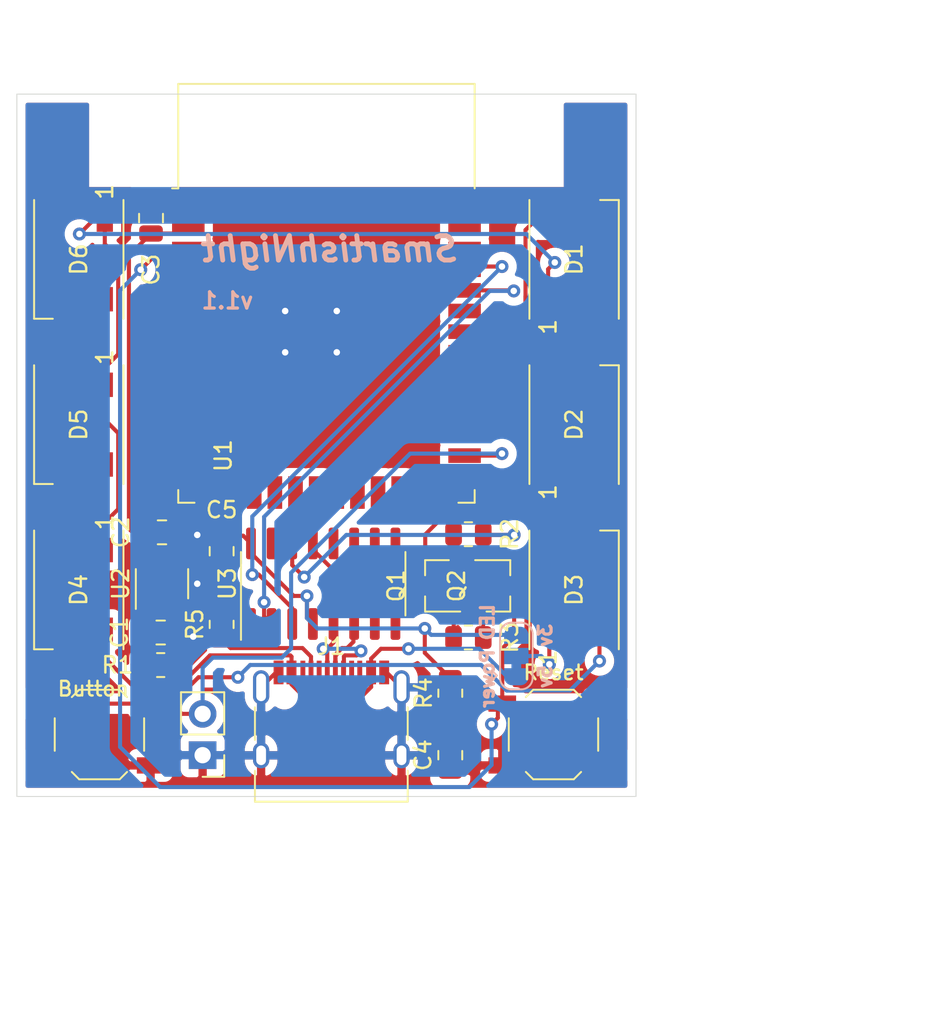
<source format=kicad_pcb>
(kicad_pcb (version 20171130) (host pcbnew 5.1.9-73d0e3b20d~88~ubuntu20.10.1)

  (general
    (thickness 1.6)
    (drawings 13)
    (tracks 272)
    (zones 0)
    (modules 26)
    (nets 24)
  )

  (page A4)
  (layers
    (0 F.Cu signal)
    (31 B.Cu signal)
    (32 B.Adhes user)
    (33 F.Adhes user)
    (34 B.Paste user)
    (35 F.Paste user)
    (36 B.SilkS user)
    (37 F.SilkS user)
    (38 B.Mask user)
    (39 F.Mask user)
    (40 Dwgs.User user)
    (41 Cmts.User user)
    (42 Eco1.User user)
    (43 Eco2.User user)
    (44 Edge.Cuts user)
    (45 Margin user)
    (46 B.CrtYd user)
    (47 F.CrtYd user)
    (48 B.Fab user)
    (49 F.Fab user)
  )

  (setup
    (last_trace_width 0.25)
    (trace_clearance 0.2)
    (zone_clearance 0.508)
    (zone_45_only no)
    (trace_min 0.2)
    (via_size 0.8)
    (via_drill 0.4)
    (via_min_size 0.4)
    (via_min_drill 0.3)
    (uvia_size 0.3)
    (uvia_drill 0.1)
    (uvias_allowed no)
    (uvia_min_size 0.2)
    (uvia_min_drill 0.1)
    (edge_width 0.05)
    (segment_width 0.2)
    (pcb_text_width 0.3)
    (pcb_text_size 1.5 1.5)
    (mod_edge_width 0.12)
    (mod_text_size 1 1)
    (mod_text_width 0.15)
    (pad_size 1.524 1.524)
    (pad_drill 0.762)
    (pad_to_mask_clearance 0)
    (aux_axis_origin 0 0)
    (visible_elements 7FFFFF7F)
    (pcbplotparams
      (layerselection 0x010fc_ffffffff)
      (usegerberextensions false)
      (usegerberattributes true)
      (usegerberadvancedattributes true)
      (creategerberjobfile true)
      (excludeedgelayer true)
      (linewidth 0.100000)
      (plotframeref false)
      (viasonmask false)
      (mode 1)
      (useauxorigin false)
      (hpglpennumber 1)
      (hpglpenspeed 20)
      (hpglpendiameter 15.000000)
      (psnegative false)
      (psa4output false)
      (plotreference true)
      (plotvalue true)
      (plotinvisibletext false)
      (padsonsilk false)
      (subtractmaskfromsilk false)
      (outputformat 1)
      (mirror false)
      (drillshape 1)
      (scaleselection 1)
      (outputdirectory ""))
  )

  (net 0 "")
  (net 1 GND)
  (net 2 VBUS)
  (net 3 +3V3)
  (net 4 /RESET)
  (net 5 /NEOPIXEL)
  (net 6 "Net-(D1-Pad2)")
  (net 7 "Net-(D2-Pad2)")
  (net 8 "Net-(D3-Pad2)")
  (net 9 "Net-(D4-Pad2)")
  (net 10 /D-)
  (net 11 /D+)
  (net 12 /BUTTON)
  (net 13 /DTR)
  (net 14 /GPIO0)
  (net 15 "Net-(Q1-Pad2)")
  (net 16 "Net-(Q2-Pad2)")
  (net 17 /RTS)
  (net 18 "Net-(R1-Pad2)")
  (net 19 "Net-(D5-Pad2)")
  (net 20 /RXD0)
  (net 21 /TXD0)
  (net 22 /LED_POWER)
  (net 23 "Net-(J1-PadA5)")

  (net_class Default "This is the default net class."
    (clearance 0.2)
    (trace_width 0.25)
    (via_dia 0.8)
    (via_drill 0.4)
    (uvia_dia 0.3)
    (uvia_drill 0.1)
    (add_net +3V3)
    (add_net /BUTTON)
    (add_net /D+)
    (add_net /D-)
    (add_net /DTR)
    (add_net /GPIO0)
    (add_net /LED_POWER)
    (add_net /NEOPIXEL)
    (add_net /RESET)
    (add_net /RTS)
    (add_net /RXD0)
    (add_net /TXD0)
    (add_net GND)
    (add_net "Net-(D1-Pad2)")
    (add_net "Net-(D2-Pad2)")
    (add_net "Net-(D3-Pad2)")
    (add_net "Net-(D4-Pad2)")
    (add_net "Net-(D5-Pad2)")
    (add_net "Net-(J1-PadA5)")
    (add_net "Net-(Q1-Pad2)")
    (add_net "Net-(Q2-Pad2)")
    (add_net "Net-(R1-Pad2)")
    (add_net VBUS)
  )

  (module Resistor_SMD:R_0805_2012Metric (layer F.Cu) (tedit 5F68FEEE) (tstamp 608A2DBC)
    (at 133.25 121.5 90)
    (descr "Resistor SMD 0805 (2012 Metric), square (rectangular) end terminal, IPC_7351 nominal, (Body size source: IPC-SM-782 page 72, https://www.pcb-3d.com/wordpress/wp-content/uploads/ipc-sm-782a_amendment_1_and_2.pdf), generated with kicad-footprint-generator")
    (tags resistor)
    (path /609E7181)
    (attr smd)
    (fp_text reference R5 (at 0 -1.65 90) (layer F.SilkS)
      (effects (font (size 1 1) (thickness 0.15)))
    )
    (fp_text value 5K1 (at 0 1.65 90) (layer F.Fab)
      (effects (font (size 1 1) (thickness 0.15)))
    )
    (fp_line (start 1.68 0.95) (end -1.68 0.95) (layer F.CrtYd) (width 0.05))
    (fp_line (start 1.68 -0.95) (end 1.68 0.95) (layer F.CrtYd) (width 0.05))
    (fp_line (start -1.68 -0.95) (end 1.68 -0.95) (layer F.CrtYd) (width 0.05))
    (fp_line (start -1.68 0.95) (end -1.68 -0.95) (layer F.CrtYd) (width 0.05))
    (fp_line (start -0.227064 0.735) (end 0.227064 0.735) (layer F.SilkS) (width 0.12))
    (fp_line (start -0.227064 -0.735) (end 0.227064 -0.735) (layer F.SilkS) (width 0.12))
    (fp_line (start 1 0.625) (end -1 0.625) (layer F.Fab) (width 0.1))
    (fp_line (start 1 -0.625) (end 1 0.625) (layer F.Fab) (width 0.1))
    (fp_line (start -1 -0.625) (end 1 -0.625) (layer F.Fab) (width 0.1))
    (fp_line (start -1 0.625) (end -1 -0.625) (layer F.Fab) (width 0.1))
    (fp_text user %R (at 0 0 90) (layer F.Fab)
      (effects (font (size 0.5 0.5) (thickness 0.08)))
    )
    (pad 2 smd roundrect (at 0.9125 0 90) (size 1.025 1.4) (layers F.Cu F.Paste F.Mask) (roundrect_rratio 0.243902)
      (net 1 GND))
    (pad 1 smd roundrect (at -0.9125 0 90) (size 1.025 1.4) (layers F.Cu F.Paste F.Mask) (roundrect_rratio 0.243902)
      (net 23 "Net-(J1-PadA5)"))
    (model ${KISYS3DMOD}/Resistor_SMD.3dshapes/R_0805_2012Metric.wrl
      (at (xyz 0 0 0))
      (scale (xyz 1 1 1))
      (rotate (xyz 0 0 0))
    )
  )

  (module Connector_USB:USB_C_Receptacle_HRO_TYPE-C-31-M-12 (layer F.Cu) (tedit 5D3C0721) (tstamp 608A215B)
    (at 140 128.5)
    (descr "USB Type-C receptacle for USB 2.0 and PD, http://www.krhro.com/uploads/soft/180320/1-1P320120243.pdf")
    (tags "usb usb-c 2.0 pd")
    (path /60A564ED)
    (attr smd)
    (fp_text reference J1 (at 0 -5.645) (layer F.SilkS)
      (effects (font (size 1 1) (thickness 0.15)))
    )
    (fp_text value USB_C_Receptacle_USB2.0 (at 0 5.1) (layer F.Fab)
      (effects (font (size 1 1) (thickness 0.15)))
    )
    (fp_line (start -4.7 3.9) (end 4.7 3.9) (layer F.SilkS) (width 0.12))
    (fp_line (start -4.47 -3.65) (end 4.47 -3.65) (layer F.Fab) (width 0.1))
    (fp_line (start -4.47 -3.65) (end -4.47 3.65) (layer F.Fab) (width 0.1))
    (fp_line (start -4.47 3.65) (end 4.47 3.65) (layer F.Fab) (width 0.1))
    (fp_line (start 4.47 -3.65) (end 4.47 3.65) (layer F.Fab) (width 0.1))
    (fp_line (start -5.32 -5.27) (end 5.32 -5.27) (layer F.CrtYd) (width 0.05))
    (fp_line (start -5.32 4.15) (end 5.32 4.15) (layer F.CrtYd) (width 0.05))
    (fp_line (start -5.32 -5.27) (end -5.32 4.15) (layer F.CrtYd) (width 0.05))
    (fp_line (start 5.32 -5.27) (end 5.32 4.15) (layer F.CrtYd) (width 0.05))
    (fp_line (start 4.7 -1.9) (end 4.7 0.1) (layer F.SilkS) (width 0.12))
    (fp_line (start 4.7 2) (end 4.7 3.9) (layer F.SilkS) (width 0.12))
    (fp_line (start -4.7 -1.9) (end -4.7 0.1) (layer F.SilkS) (width 0.12))
    (fp_line (start -4.7 2) (end -4.7 3.9) (layer F.SilkS) (width 0.12))
    (fp_text user %R (at 0 0) (layer F.Fab)
      (effects (font (size 1 1) (thickness 0.15)))
    )
    (pad B1 smd rect (at 3.25 -4.045) (size 0.6 1.45) (layers F.Cu F.Paste F.Mask)
      (net 1 GND))
    (pad A9 smd rect (at 2.45 -4.045) (size 0.6 1.45) (layers F.Cu F.Paste F.Mask)
      (net 2 VBUS))
    (pad B9 smd rect (at -2.45 -4.045) (size 0.6 1.45) (layers F.Cu F.Paste F.Mask)
      (net 2 VBUS))
    (pad B12 smd rect (at -3.25 -4.045) (size 0.6 1.45) (layers F.Cu F.Paste F.Mask)
      (net 1 GND))
    (pad A1 smd rect (at -3.25 -4.045) (size 0.6 1.45) (layers F.Cu F.Paste F.Mask)
      (net 1 GND))
    (pad A4 smd rect (at -2.45 -4.045) (size 0.6 1.45) (layers F.Cu F.Paste F.Mask)
      (net 2 VBUS))
    (pad B4 smd rect (at 2.45 -4.045) (size 0.6 1.45) (layers F.Cu F.Paste F.Mask)
      (net 2 VBUS))
    (pad A12 smd rect (at 3.25 -4.045) (size 0.6 1.45) (layers F.Cu F.Paste F.Mask)
      (net 1 GND))
    (pad B8 smd rect (at -1.75 -4.045) (size 0.3 1.45) (layers F.Cu F.Paste F.Mask))
    (pad A5 smd rect (at -1.25 -4.045) (size 0.3 1.45) (layers F.Cu F.Paste F.Mask)
      (net 23 "Net-(J1-PadA5)"))
    (pad B7 smd rect (at -0.75 -4.045) (size 0.3 1.45) (layers F.Cu F.Paste F.Mask)
      (net 10 /D-))
    (pad A7 smd rect (at 0.25 -4.045) (size 0.3 1.45) (layers F.Cu F.Paste F.Mask)
      (net 10 /D-))
    (pad B6 smd rect (at 0.75 -4.045) (size 0.3 1.45) (layers F.Cu F.Paste F.Mask)
      (net 11 /D+))
    (pad A8 smd rect (at 1.25 -4.045) (size 0.3 1.45) (layers F.Cu F.Paste F.Mask))
    (pad B5 smd rect (at 1.75 -4.045) (size 0.3 1.45) (layers F.Cu F.Paste F.Mask)
      (net 23 "Net-(J1-PadA5)"))
    (pad A6 smd rect (at -0.25 -4.045) (size 0.3 1.45) (layers F.Cu F.Paste F.Mask)
      (net 11 /D+))
    (pad S1 thru_hole oval (at 4.32 -3.13) (size 1 2.1) (drill oval 0.6 1.7) (layers *.Cu *.Mask)
      (net 1 GND))
    (pad S1 thru_hole oval (at -4.32 -3.13) (size 1 2.1) (drill oval 0.6 1.7) (layers *.Cu *.Mask)
      (net 1 GND))
    (pad "" np_thru_hole circle (at -2.89 -2.6) (size 0.65 0.65) (drill 0.65) (layers *.Cu *.Mask))
    (pad S1 thru_hole oval (at -4.32 1.05) (size 1 1.6) (drill oval 0.6 1.2) (layers *.Cu *.Mask)
      (net 1 GND))
    (pad "" np_thru_hole circle (at 2.89 -2.6) (size 0.65 0.65) (drill 0.65) (layers *.Cu *.Mask))
    (pad S1 thru_hole oval (at 4.32 1.05) (size 1 1.6) (drill oval 0.6 1.2) (layers *.Cu *.Mask)
      (net 1 GND))
    (model ${KISYS3DMOD}/Connector_USB.3dshapes/USB_C_Receptacle_HRO_TYPE-C-31-M-12.wrl
      (at (xyz 0 0 0))
      (scale (xyz 1 1 1))
      (rotate (xyz 0 0 0))
    )
  )

  (module Package_SO:SOIC-16_3.9x9.9mm_P1.27mm (layer F.Cu) (tedit 5D9F72B1) (tstamp 608A225C)
    (at 139.5 119 90)
    (descr "SOIC, 16 Pin (JEDEC MS-012AC, https://www.analog.com/media/en/package-pcb-resources/package/pkg_pdf/soic_narrow-r/r_16.pdf), generated with kicad-footprint-generator ipc_gullwing_generator.py")
    (tags "SOIC SO")
    (path /608895E3)
    (attr smd)
    (fp_text reference U3 (at 0 -5.9 90) (layer F.SilkS)
      (effects (font (size 1 1) (thickness 0.15)))
    )
    (fp_text value CH340C (at 0 5.9 90) (layer F.Fab)
      (effects (font (size 1 1) (thickness 0.15)))
    )
    (fp_line (start 3.7 -5.2) (end -3.7 -5.2) (layer F.CrtYd) (width 0.05))
    (fp_line (start 3.7 5.2) (end 3.7 -5.2) (layer F.CrtYd) (width 0.05))
    (fp_line (start -3.7 5.2) (end 3.7 5.2) (layer F.CrtYd) (width 0.05))
    (fp_line (start -3.7 -5.2) (end -3.7 5.2) (layer F.CrtYd) (width 0.05))
    (fp_line (start -1.95 -3.975) (end -0.975 -4.95) (layer F.Fab) (width 0.1))
    (fp_line (start -1.95 4.95) (end -1.95 -3.975) (layer F.Fab) (width 0.1))
    (fp_line (start 1.95 4.95) (end -1.95 4.95) (layer F.Fab) (width 0.1))
    (fp_line (start 1.95 -4.95) (end 1.95 4.95) (layer F.Fab) (width 0.1))
    (fp_line (start -0.975 -4.95) (end 1.95 -4.95) (layer F.Fab) (width 0.1))
    (fp_line (start 0 -5.06) (end -3.45 -5.06) (layer F.SilkS) (width 0.12))
    (fp_line (start 0 -5.06) (end 1.95 -5.06) (layer F.SilkS) (width 0.12))
    (fp_line (start 0 5.06) (end -1.95 5.06) (layer F.SilkS) (width 0.12))
    (fp_line (start 0 5.06) (end 1.95 5.06) (layer F.SilkS) (width 0.12))
    (fp_text user %R (at 0 0 90) (layer F.Fab)
      (effects (font (size 0.98 0.98) (thickness 0.15)))
    )
    (pad 16 smd roundrect (at 2.475 -4.445 90) (size 1.95 0.6) (layers F.Cu F.Paste F.Mask) (roundrect_rratio 0.25)
      (net 3 +3V3))
    (pad 15 smd roundrect (at 2.475 -3.175 90) (size 1.95 0.6) (layers F.Cu F.Paste F.Mask) (roundrect_rratio 0.25))
    (pad 14 smd roundrect (at 2.475 -1.905 90) (size 1.95 0.6) (layers F.Cu F.Paste F.Mask) (roundrect_rratio 0.25)
      (net 17 /RTS))
    (pad 13 smd roundrect (at 2.475 -0.635 90) (size 1.95 0.6) (layers F.Cu F.Paste F.Mask) (roundrect_rratio 0.25)
      (net 13 /DTR))
    (pad 12 smd roundrect (at 2.475 0.635 90) (size 1.95 0.6) (layers F.Cu F.Paste F.Mask) (roundrect_rratio 0.25))
    (pad 11 smd roundrect (at 2.475 1.905 90) (size 1.95 0.6) (layers F.Cu F.Paste F.Mask) (roundrect_rratio 0.25))
    (pad 10 smd roundrect (at 2.475 3.175 90) (size 1.95 0.6) (layers F.Cu F.Paste F.Mask) (roundrect_rratio 0.25))
    (pad 9 smd roundrect (at 2.475 4.445 90) (size 1.95 0.6) (layers F.Cu F.Paste F.Mask) (roundrect_rratio 0.25))
    (pad 8 smd roundrect (at -2.475 4.445 90) (size 1.95 0.6) (layers F.Cu F.Paste F.Mask) (roundrect_rratio 0.25))
    (pad 7 smd roundrect (at -2.475 3.175 90) (size 1.95 0.6) (layers F.Cu F.Paste F.Mask) (roundrect_rratio 0.25))
    (pad 6 smd roundrect (at -2.475 1.905 90) (size 1.95 0.6) (layers F.Cu F.Paste F.Mask) (roundrect_rratio 0.25)
      (net 10 /D-))
    (pad 5 smd roundrect (at -2.475 0.635 90) (size 1.95 0.6) (layers F.Cu F.Paste F.Mask) (roundrect_rratio 0.25)
      (net 11 /D+))
    (pad 4 smd roundrect (at -2.475 -0.635 90) (size 1.95 0.6) (layers F.Cu F.Paste F.Mask) (roundrect_rratio 0.25)
      (net 3 +3V3))
    (pad 3 smd roundrect (at -2.475 -1.905 90) (size 1.95 0.6) (layers F.Cu F.Paste F.Mask) (roundrect_rratio 0.25)
      (net 21 /TXD0))
    (pad 2 smd roundrect (at -2.475 -3.175 90) (size 1.95 0.6) (layers F.Cu F.Paste F.Mask) (roundrect_rratio 0.25)
      (net 20 /RXD0))
    (pad 1 smd roundrect (at -2.475 -4.445 90) (size 1.95 0.6) (layers F.Cu F.Paste F.Mask) (roundrect_rratio 0.25)
      (net 1 GND))
    (model ${KISYS3DMOD}/Package_SO.3dshapes/SOIC-16_3.9x9.9mm_P1.27mm.wrl
      (at (xyz 0 0 0))
      (scale (xyz 1 1 1))
      (rotate (xyz 0 0 0))
    )
  )

  (module Jumper:SolderJumper-3_P1.3mm_Bridged12_RoundedPad1.0x1.5mm (layer B.Cu) (tedit 5C745321) (tstamp 602573F3)
    (at 151.384 123.444 90)
    (descr "SMD Solder 3-pad Jumper, 1x1.5mm rounded Pads, 0.3mm gap, pads 1-2 bridged with 1 copper strip")
    (tags "solder jumper open")
    (path /6025AF24)
    (attr virtual)
    (fp_text reference JP1 (at 0 1.8 90) (layer B.SilkS) hide
      (effects (font (size 1 1) (thickness 0.15)) (justify mirror))
    )
    (fp_text value SolderJumper_3_Bridged12 (at 0 -1.9 90) (layer B.Fab)
      (effects (font (size 1 1) (thickness 0.15)) (justify mirror))
    )
    (fp_line (start -1.2 -1.2) (end -0.9 -1.5) (layer B.SilkS) (width 0.12))
    (fp_line (start -1.5 -1.5) (end -0.9 -1.5) (layer B.SilkS) (width 0.12))
    (fp_line (start -1.2 -1.2) (end -1.5 -1.5) (layer B.SilkS) (width 0.12))
    (fp_line (start -2.05 -0.3) (end -2.05 0.3) (layer B.SilkS) (width 0.12))
    (fp_line (start 1.4 -1) (end -1.4 -1) (layer B.SilkS) (width 0.12))
    (fp_line (start 2.05 0.3) (end 2.05 -0.3) (layer B.SilkS) (width 0.12))
    (fp_line (start -1.4 1) (end 1.4 1) (layer B.SilkS) (width 0.12))
    (fp_line (start -2.3 1.25) (end 2.3 1.25) (layer B.CrtYd) (width 0.05))
    (fp_line (start -2.3 1.25) (end -2.3 -1.25) (layer B.CrtYd) (width 0.05))
    (fp_line (start 2.3 -1.25) (end 2.3 1.25) (layer B.CrtYd) (width 0.05))
    (fp_line (start 2.3 -1.25) (end -2.3 -1.25) (layer B.CrtYd) (width 0.05))
    (fp_poly (pts (xy -0.9 0.3) (xy -0.4 0.3) (xy -0.4 -0.3) (xy -0.9 -0.3)) (layer B.Cu) (width 0))
    (fp_arc (start -1.35 0.3) (end -1.35 1) (angle 90) (layer B.SilkS) (width 0.12))
    (fp_arc (start -1.35 -0.3) (end -2.05 -0.3) (angle 90) (layer B.SilkS) (width 0.12))
    (fp_arc (start 1.35 -0.3) (end 1.35 -1) (angle 90) (layer B.SilkS) (width 0.12))
    (fp_arc (start 1.35 0.3) (end 2.05 0.3) (angle 90) (layer B.SilkS) (width 0.12))
    (pad 1 smd custom (at -1.3 0 90) (size 1 0.5) (layers B.Cu B.Mask)
      (net 2 VBUS) (zone_connect 2)
      (options (clearance outline) (anchor rect))
      (primitives
        (gr_circle (center 0 -0.25) (end 0.5 -0.25) (width 0))
        (gr_circle (center 0 0.25) (end 0.5 0.25) (width 0))
        (gr_poly (pts
           (xy 0.55 0.75) (xy 0 0.75) (xy 0 -0.75) (xy 0.55 -0.75)) (width 0))
      ))
    (pad 2 smd rect (at 0 0 90) (size 1 1.5) (layers B.Cu B.Mask)
      (net 22 /LED_POWER))
    (pad 3 smd custom (at 1.3 0 90) (size 1 0.5) (layers B.Cu B.Mask)
      (net 3 +3V3) (zone_connect 2)
      (options (clearance outline) (anchor rect))
      (primitives
        (gr_circle (center 0 -0.25) (end 0.5 -0.25) (width 0))
        (gr_circle (center 0 0.25) (end 0.5 0.25) (width 0))
        (gr_poly (pts
           (xy -0.55 0.75) (xy 0 0.75) (xy 0 -0.75) (xy -0.55 -0.75)) (width 0))
      ))
  )

  (module RF_Module:ESP32-WROOM-32 (layer F.Cu) (tedit 5B5B4654) (tstamp 5FD94CF7)
    (at 139.7 104.14)
    (descr "Single 2.4 GHz Wi-Fi and Bluetooth combo chip https://www.espressif.com/sites/default/files/documentation/esp32-wroom-32_datasheet_en.pdf")
    (tags "Single 2.4 GHz Wi-Fi and Bluetooth combo  chip")
    (path /5F9DC1BA)
    (attr smd)
    (fp_text reference U1 (at -6.35 6.985 90) (layer F.SilkS)
      (effects (font (size 1 1) (thickness 0.15)))
    )
    (fp_text value ESP32-WROOM-32D (at 0 11.5) (layer F.Fab)
      (effects (font (size 1 1) (thickness 0.15)))
    )
    (fp_line (start -14 -9.97) (end -14 -20.75) (layer Dwgs.User) (width 0.1))
    (fp_line (start 9 9.76) (end 9 -15.745) (layer F.Fab) (width 0.1))
    (fp_line (start -9 9.76) (end 9 9.76) (layer F.Fab) (width 0.1))
    (fp_line (start -9 -15.745) (end -9 -10.02) (layer F.Fab) (width 0.1))
    (fp_line (start -9 -15.745) (end 9 -15.745) (layer F.Fab) (width 0.1))
    (fp_line (start -9.75 10.5) (end -9.75 -9.72) (layer F.CrtYd) (width 0.05))
    (fp_line (start -9.75 10.5) (end 9.75 10.5) (layer F.CrtYd) (width 0.05))
    (fp_line (start 9.75 -9.72) (end 9.75 10.5) (layer F.CrtYd) (width 0.05))
    (fp_line (start -14.25 -21) (end 14.25 -21) (layer F.CrtYd) (width 0.05))
    (fp_line (start -9 -9.02) (end -9 9.76) (layer F.Fab) (width 0.1))
    (fp_line (start -8.5 -9.52) (end -9 -10.02) (layer F.Fab) (width 0.1))
    (fp_line (start -9 -9.02) (end -8.5 -9.52) (layer F.Fab) (width 0.1))
    (fp_line (start 14 -9.97) (end -14 -9.97) (layer Dwgs.User) (width 0.1))
    (fp_line (start 14 -9.97) (end 14 -20.75) (layer Dwgs.User) (width 0.1))
    (fp_line (start 14 -20.75) (end -14 -20.75) (layer Dwgs.User) (width 0.1))
    (fp_line (start -14.25 -21) (end -14.25 -9.72) (layer F.CrtYd) (width 0.05))
    (fp_line (start 14.25 -21) (end 14.25 -9.72) (layer F.CrtYd) (width 0.05))
    (fp_line (start -14.25 -9.72) (end -9.75 -9.72) (layer F.CrtYd) (width 0.05))
    (fp_line (start 9.75 -9.72) (end 14.25 -9.72) (layer F.CrtYd) (width 0.05))
    (fp_line (start -12.525 -20.75) (end -14 -19.66) (layer Dwgs.User) (width 0.1))
    (fp_line (start -10.525 -20.75) (end -14 -18.045) (layer Dwgs.User) (width 0.1))
    (fp_line (start -8.525 -20.75) (end -14 -16.43) (layer Dwgs.User) (width 0.1))
    (fp_line (start -6.525 -20.75) (end -14 -14.815) (layer Dwgs.User) (width 0.1))
    (fp_line (start -4.525 -20.75) (end -14 -13.2) (layer Dwgs.User) (width 0.1))
    (fp_line (start -2.525 -20.75) (end -14 -11.585) (layer Dwgs.User) (width 0.1))
    (fp_line (start -0.525 -20.75) (end -14 -9.97) (layer Dwgs.User) (width 0.1))
    (fp_line (start 1.475 -20.75) (end -12 -9.97) (layer Dwgs.User) (width 0.1))
    (fp_line (start 3.475 -20.75) (end -10 -9.97) (layer Dwgs.User) (width 0.1))
    (fp_line (start -8 -9.97) (end 5.475 -20.75) (layer Dwgs.User) (width 0.1))
    (fp_line (start 7.475 -20.75) (end -6 -9.97) (layer Dwgs.User) (width 0.1))
    (fp_line (start 9.475 -20.75) (end -4 -9.97) (layer Dwgs.User) (width 0.1))
    (fp_line (start 11.475 -20.75) (end -2 -9.97) (layer Dwgs.User) (width 0.1))
    (fp_line (start 13.475 -20.75) (end 0 -9.97) (layer Dwgs.User) (width 0.1))
    (fp_line (start 14 -19.66) (end 2 -9.97) (layer Dwgs.User) (width 0.1))
    (fp_line (start 14 -18.045) (end 4 -9.97) (layer Dwgs.User) (width 0.1))
    (fp_line (start 14 -16.43) (end 6 -9.97) (layer Dwgs.User) (width 0.1))
    (fp_line (start 14 -14.815) (end 8 -9.97) (layer Dwgs.User) (width 0.1))
    (fp_line (start 14 -13.2) (end 10 -9.97) (layer Dwgs.User) (width 0.1))
    (fp_line (start 14 -11.585) (end 12 -9.97) (layer Dwgs.User) (width 0.1))
    (fp_line (start 9.2 -13.875) (end 13.8 -13.875) (layer Cmts.User) (width 0.1))
    (fp_line (start 13.8 -13.875) (end 13.6 -14.075) (layer Cmts.User) (width 0.1))
    (fp_line (start 13.8 -13.875) (end 13.6 -13.675) (layer Cmts.User) (width 0.1))
    (fp_line (start 9.2 -13.875) (end 9.4 -14.075) (layer Cmts.User) (width 0.1))
    (fp_line (start 9.2 -13.875) (end 9.4 -13.675) (layer Cmts.User) (width 0.1))
    (fp_line (start -13.8 -13.875) (end -13.6 -14.075) (layer Cmts.User) (width 0.1))
    (fp_line (start -13.8 -13.875) (end -13.6 -13.675) (layer Cmts.User) (width 0.1))
    (fp_line (start -9.2 -13.875) (end -9.4 -13.675) (layer Cmts.User) (width 0.1))
    (fp_line (start -13.8 -13.875) (end -9.2 -13.875) (layer Cmts.User) (width 0.1))
    (fp_line (start -9.2 -13.875) (end -9.4 -14.075) (layer Cmts.User) (width 0.1))
    (fp_line (start 8.4 -16) (end 8.2 -16.2) (layer Cmts.User) (width 0.1))
    (fp_line (start 8.4 -16) (end 8.6 -16.2) (layer Cmts.User) (width 0.1))
    (fp_line (start 8.4 -20.6) (end 8.6 -20.4) (layer Cmts.User) (width 0.1))
    (fp_line (start 8.4 -16) (end 8.4 -20.6) (layer Cmts.User) (width 0.1))
    (fp_line (start 8.4 -20.6) (end 8.2 -20.4) (layer Cmts.User) (width 0.1))
    (fp_line (start -9.12 9.1) (end -9.12 9.88) (layer F.SilkS) (width 0.12))
    (fp_line (start -9.12 9.88) (end -8.12 9.88) (layer F.SilkS) (width 0.12))
    (fp_line (start 9.12 9.1) (end 9.12 9.88) (layer F.SilkS) (width 0.12))
    (fp_line (start 9.12 9.88) (end 8.12 9.88) (layer F.SilkS) (width 0.12))
    (fp_line (start -9.12 -15.865) (end 9.12 -15.865) (layer F.SilkS) (width 0.12))
    (fp_line (start 9.12 -15.865) (end 9.12 -9.445) (layer F.SilkS) (width 0.12))
    (fp_line (start -9.12 -15.865) (end -9.12 -9.445) (layer F.SilkS) (width 0.12))
    (fp_line (start -9.12 -9.445) (end -9.5 -9.445) (layer F.SilkS) (width 0.12))
    (fp_text user %R (at 0 0) (layer F.Fab)
      (effects (font (size 1 1) (thickness 0.15)))
    )
    (fp_text user "KEEP-OUT ZONE" (at 0 -19) (layer Cmts.User)
      (effects (font (size 1 1) (thickness 0.15)))
    )
    (fp_text user Antenna (at 0 -13) (layer Cmts.User)
      (effects (font (size 1 1) (thickness 0.15)))
    )
    (fp_text user "5 mm" (at 11.8 -14.375) (layer Cmts.User)
      (effects (font (size 0.5 0.5) (thickness 0.1)))
    )
    (fp_text user "5 mm" (at -11.2 -14.375) (layer Cmts.User)
      (effects (font (size 0.5 0.5) (thickness 0.1)))
    )
    (fp_text user "5 mm" (at 7.8 -19.075 90) (layer Cmts.User)
      (effects (font (size 0.5 0.5) (thickness 0.1)))
    )
    (pad 39 smd rect (at -1 -0.755) (size 5 5) (layers F.Cu F.Paste F.Mask)
      (net 1 GND))
    (pad 1 smd rect (at -8.5 -8.255) (size 2 0.9) (layers F.Cu F.Paste F.Mask)
      (net 1 GND))
    (pad 2 smd rect (at -8.5 -6.985) (size 2 0.9) (layers F.Cu F.Paste F.Mask)
      (net 3 +3V3))
    (pad 3 smd rect (at -8.5 -5.715) (size 2 0.9) (layers F.Cu F.Paste F.Mask)
      (net 4 /RESET))
    (pad 4 smd rect (at -8.5 -4.445) (size 2 0.9) (layers F.Cu F.Paste F.Mask))
    (pad 5 smd rect (at -8.5 -3.175) (size 2 0.9) (layers F.Cu F.Paste F.Mask))
    (pad 6 smd rect (at -8.5 -1.905) (size 2 0.9) (layers F.Cu F.Paste F.Mask))
    (pad 7 smd rect (at -8.5 -0.635) (size 2 0.9) (layers F.Cu F.Paste F.Mask))
    (pad 8 smd rect (at -8.5 0.635) (size 2 0.9) (layers F.Cu F.Paste F.Mask))
    (pad 9 smd rect (at -8.5 1.905) (size 2 0.9) (layers F.Cu F.Paste F.Mask))
    (pad 10 smd rect (at -8.5 3.175) (size 2 0.9) (layers F.Cu F.Paste F.Mask))
    (pad 11 smd rect (at -8.5 4.445) (size 2 0.9) (layers F.Cu F.Paste F.Mask))
    (pad 12 smd rect (at -8.5 5.715) (size 2 0.9) (layers F.Cu F.Paste F.Mask))
    (pad 13 smd rect (at -8.5 6.985) (size 2 0.9) (layers F.Cu F.Paste F.Mask))
    (pad 14 smd rect (at -8.5 8.255) (size 2 0.9) (layers F.Cu F.Paste F.Mask))
    (pad 15 smd rect (at -5.715 9.255 90) (size 2 0.9) (layers F.Cu F.Paste F.Mask)
      (net 1 GND))
    (pad 16 smd rect (at -4.445 9.255 90) (size 2 0.9) (layers F.Cu F.Paste F.Mask))
    (pad 17 smd rect (at -3.175 9.255 90) (size 2 0.9) (layers F.Cu F.Paste F.Mask))
    (pad 18 smd rect (at -1.905 9.255 90) (size 2 0.9) (layers F.Cu F.Paste F.Mask))
    (pad 19 smd rect (at -0.635 9.255 90) (size 2 0.9) (layers F.Cu F.Paste F.Mask))
    (pad 20 smd rect (at 0.635 9.255 90) (size 2 0.9) (layers F.Cu F.Paste F.Mask))
    (pad 21 smd rect (at 1.905 9.255 90) (size 2 0.9) (layers F.Cu F.Paste F.Mask))
    (pad 22 smd rect (at 3.175 9.255 90) (size 2 0.9) (layers F.Cu F.Paste F.Mask))
    (pad 23 smd rect (at 4.445 9.255 90) (size 2 0.9) (layers F.Cu F.Paste F.Mask))
    (pad 24 smd rect (at 5.715 9.255 90) (size 2 0.9) (layers F.Cu F.Paste F.Mask))
    (pad 25 smd rect (at 8.5 8.255) (size 2 0.9) (layers F.Cu F.Paste F.Mask)
      (net 14 /GPIO0))
    (pad 26 smd rect (at 8.5 6.985) (size 2 0.9) (layers F.Cu F.Paste F.Mask)
      (net 12 /BUTTON))
    (pad 27 smd rect (at 8.5 5.715) (size 2 0.9) (layers F.Cu F.Paste F.Mask))
    (pad 28 smd rect (at 8.5 4.445) (size 2 0.9) (layers F.Cu F.Paste F.Mask))
    (pad 29 smd rect (at 8.5 3.175) (size 2 0.9) (layers F.Cu F.Paste F.Mask)
      (net 5 /NEOPIXEL))
    (pad 30 smd rect (at 8.5 1.905) (size 2 0.9) (layers F.Cu F.Paste F.Mask))
    (pad 31 smd rect (at 8.5 0.635) (size 2 0.9) (layers F.Cu F.Paste F.Mask))
    (pad 32 smd rect (at 8.5 -0.635) (size 2 0.9) (layers F.Cu F.Paste F.Mask))
    (pad 33 smd rect (at 8.5 -1.905) (size 2 0.9) (layers F.Cu F.Paste F.Mask))
    (pad 34 smd rect (at 8.5 -3.175) (size 2 0.9) (layers F.Cu F.Paste F.Mask)
      (net 20 /RXD0))
    (pad 35 smd rect (at 8.5 -4.445) (size 2 0.9) (layers F.Cu F.Paste F.Mask)
      (net 21 /TXD0))
    (pad 36 smd rect (at 8.5 -5.715) (size 2 0.9) (layers F.Cu F.Paste F.Mask))
    (pad 37 smd rect (at 8.5 -6.985) (size 2 0.9) (layers F.Cu F.Paste F.Mask))
    (pad 38 smd rect (at 8.5 -8.255) (size 2 0.9) (layers F.Cu F.Paste F.Mask)
      (net 1 GND))
    (model ${KISYS3DMOD}/RF_Module.3dshapes/ESP32-WROOM-32.wrl
      (at (xyz 0 0 0))
      (scale (xyz 1 1 1))
      (rotate (xyz 0 0 0))
    )
  )

  (module Connector_PinHeader_2.54mm:PinHeader_1x02_P2.54mm_Vertical (layer F.Cu) (tedit 59FED5CC) (tstamp 5FA1EE2B)
    (at 132.08 129.54 180)
    (descr "Through hole straight pin header, 1x02, 2.54mm pitch, single row")
    (tags "Through hole pin header THT 1x02 2.54mm single row")
    (path /5FA15800)
    (fp_text reference J2 (at 0 -2.33) (layer F.SilkS) hide
      (effects (font (size 1 1) (thickness 0.15)))
    )
    (fp_text value BUTTON (at 0 4.87) (layer F.Fab)
      (effects (font (size 1 1) (thickness 0.15)))
    )
    (fp_line (start -0.635 -1.27) (end 1.27 -1.27) (layer F.Fab) (width 0.1))
    (fp_line (start 1.27 -1.27) (end 1.27 3.81) (layer F.Fab) (width 0.1))
    (fp_line (start 1.27 3.81) (end -1.27 3.81) (layer F.Fab) (width 0.1))
    (fp_line (start -1.27 3.81) (end -1.27 -0.635) (layer F.Fab) (width 0.1))
    (fp_line (start -1.27 -0.635) (end -0.635 -1.27) (layer F.Fab) (width 0.1))
    (fp_line (start -1.33 3.87) (end 1.33 3.87) (layer F.SilkS) (width 0.12))
    (fp_line (start -1.33 1.27) (end -1.33 3.87) (layer F.SilkS) (width 0.12))
    (fp_line (start 1.33 1.27) (end 1.33 3.87) (layer F.SilkS) (width 0.12))
    (fp_line (start -1.33 1.27) (end 1.33 1.27) (layer F.SilkS) (width 0.12))
    (fp_line (start -1.33 0) (end -1.33 -1.33) (layer F.SilkS) (width 0.12))
    (fp_line (start -1.33 -1.33) (end 0 -1.33) (layer F.SilkS) (width 0.12))
    (fp_line (start -1.8 -1.8) (end -1.8 4.35) (layer F.CrtYd) (width 0.05))
    (fp_line (start -1.8 4.35) (end 1.8 4.35) (layer F.CrtYd) (width 0.05))
    (fp_line (start 1.8 4.35) (end 1.8 -1.8) (layer F.CrtYd) (width 0.05))
    (fp_line (start 1.8 -1.8) (end -1.8 -1.8) (layer F.CrtYd) (width 0.05))
    (fp_text user %R (at 0 1.27 90) (layer F.Fab)
      (effects (font (size 1 1) (thickness 0.15)))
    )
    (pad 1 thru_hole rect (at 0 0 180) (size 1.7 1.7) (drill 1) (layers *.Cu *.Mask)
      (net 1 GND))
    (pad 2 thru_hole oval (at 0 2.54 180) (size 1.7 1.7) (drill 1) (layers *.Cu *.Mask)
      (net 12 /BUTTON))
    (model ${KISYS3DMOD}/Connector_PinHeader_2.54mm.3dshapes/PinHeader_1x02_P2.54mm_Vertical.wrl
      (at (xyz 0 0 0))
      (scale (xyz 1 1 1))
      (rotate (xyz 0 0 0))
    )
  )

  (module Capacitor_SMD:C_0805_2012Metric (layer F.Cu) (tedit 5F68FEEE) (tstamp 608A25D5)
    (at 129.5 122)
    (descr "Capacitor SMD 0805 (2012 Metric), square (rectangular) end terminal, IPC_7351 nominal, (Body size source: IPC-SM-782 page 76, https://www.pcb-3d.com/wordpress/wp-content/uploads/ipc-sm-782a_amendment_1_and_2.pdf, https://docs.google.com/spreadsheets/d/1BsfQQcO9C6DZCsRaXUlFlo91Tg2WpOkGARC1WS5S8t0/edit?usp=sharing), generated with kicad-footprint-generator")
    (tags capacitor)
    (path /5F9EF301)
    (attr smd)
    (fp_text reference C1 (at -2.54 0 90) (layer F.SilkS)
      (effects (font (size 1 1) (thickness 0.15)))
    )
    (fp_text value 10uF (at 0 1.68) (layer F.Fab)
      (effects (font (size 1 1) (thickness 0.15)))
    )
    (fp_line (start 1.7 0.98) (end -1.7 0.98) (layer F.CrtYd) (width 0.05))
    (fp_line (start 1.7 -0.98) (end 1.7 0.98) (layer F.CrtYd) (width 0.05))
    (fp_line (start -1.7 -0.98) (end 1.7 -0.98) (layer F.CrtYd) (width 0.05))
    (fp_line (start -1.7 0.98) (end -1.7 -0.98) (layer F.CrtYd) (width 0.05))
    (fp_line (start -0.261252 0.735) (end 0.261252 0.735) (layer F.SilkS) (width 0.12))
    (fp_line (start -0.261252 -0.735) (end 0.261252 -0.735) (layer F.SilkS) (width 0.12))
    (fp_line (start 1 0.625) (end -1 0.625) (layer F.Fab) (width 0.1))
    (fp_line (start 1 -0.625) (end 1 0.625) (layer F.Fab) (width 0.1))
    (fp_line (start -1 -0.625) (end 1 -0.625) (layer F.Fab) (width 0.1))
    (fp_line (start -1 0.625) (end -1 -0.625) (layer F.Fab) (width 0.1))
    (fp_text user %R (at 0 0) (layer F.Fab)
      (effects (font (size 0.5 0.5) (thickness 0.08)))
    )
    (pad 2 smd roundrect (at 0.95 0) (size 1 1.45) (layers F.Cu F.Paste F.Mask) (roundrect_rratio 0.25)
      (net 1 GND))
    (pad 1 smd roundrect (at -0.95 0) (size 1 1.45) (layers F.Cu F.Paste F.Mask) (roundrect_rratio 0.25)
      (net 2 VBUS))
    (model ${KISYS3DMOD}/Capacitor_SMD.3dshapes/C_0805_2012Metric.wrl
      (at (xyz 0 0 0))
      (scale (xyz 1 1 1))
      (rotate (xyz 0 0 0))
    )
  )

  (module Capacitor_SMD:C_0805_2012Metric (layer F.Cu) (tedit 5F68FEEE) (tstamp 608A2590)
    (at 129.58 115.84)
    (descr "Capacitor SMD 0805 (2012 Metric), square (rectangular) end terminal, IPC_7351 nominal, (Body size source: IPC-SM-782 page 76, https://www.pcb-3d.com/wordpress/wp-content/uploads/ipc-sm-782a_amendment_1_and_2.pdf, https://docs.google.com/spreadsheets/d/1BsfQQcO9C6DZCsRaXUlFlo91Tg2WpOkGARC1WS5S8t0/edit?usp=sharing), generated with kicad-footprint-generator")
    (tags capacitor)
    (path /5F9EDB3F)
    (attr smd)
    (fp_text reference C2 (at -2.54 0 90) (layer F.SilkS)
      (effects (font (size 1 1) (thickness 0.15)))
    )
    (fp_text value 10uF (at 0 1.68) (layer F.Fab)
      (effects (font (size 1 1) (thickness 0.15)))
    )
    (fp_line (start -1 0.625) (end -1 -0.625) (layer F.Fab) (width 0.1))
    (fp_line (start -1 -0.625) (end 1 -0.625) (layer F.Fab) (width 0.1))
    (fp_line (start 1 -0.625) (end 1 0.625) (layer F.Fab) (width 0.1))
    (fp_line (start 1 0.625) (end -1 0.625) (layer F.Fab) (width 0.1))
    (fp_line (start -0.261252 -0.735) (end 0.261252 -0.735) (layer F.SilkS) (width 0.12))
    (fp_line (start -0.261252 0.735) (end 0.261252 0.735) (layer F.SilkS) (width 0.12))
    (fp_line (start -1.7 0.98) (end -1.7 -0.98) (layer F.CrtYd) (width 0.05))
    (fp_line (start -1.7 -0.98) (end 1.7 -0.98) (layer F.CrtYd) (width 0.05))
    (fp_line (start 1.7 -0.98) (end 1.7 0.98) (layer F.CrtYd) (width 0.05))
    (fp_line (start 1.7 0.98) (end -1.7 0.98) (layer F.CrtYd) (width 0.05))
    (fp_text user %R (at 0 0) (layer F.Fab)
      (effects (font (size 0.5 0.5) (thickness 0.08)))
    )
    (pad 1 smd roundrect (at -0.95 0) (size 1 1.45) (layers F.Cu F.Paste F.Mask) (roundrect_rratio 0.25)
      (net 3 +3V3))
    (pad 2 smd roundrect (at 0.95 0) (size 1 1.45) (layers F.Cu F.Paste F.Mask) (roundrect_rratio 0.25)
      (net 1 GND))
    (model ${KISYS3DMOD}/Capacitor_SMD.3dshapes/C_0805_2012Metric.wrl
      (at (xyz 0 0 0))
      (scale (xyz 1 1 1))
      (rotate (xyz 0 0 0))
    )
  )

  (module Capacitor_SMD:C_0805_2012Metric (layer F.Cu) (tedit 5F68FEEE) (tstamp 5F9E5C1B)
    (at 128.905 96.52 90)
    (descr "Capacitor SMD 0805 (2012 Metric), square (rectangular) end terminal, IPC_7351 nominal, (Body size source: IPC-SM-782 page 76, https://www.pcb-3d.com/wordpress/wp-content/uploads/ipc-sm-782a_amendment_1_and_2.pdf, https://docs.google.com/spreadsheets/d/1BsfQQcO9C6DZCsRaXUlFlo91Tg2WpOkGARC1WS5S8t0/edit?usp=sharing), generated with kicad-footprint-generator")
    (tags capacitor)
    (path /5F9E8C22)
    (attr smd)
    (fp_text reference C3 (at -3.175 0 90) (layer F.SilkS)
      (effects (font (size 1 1) (thickness 0.15)))
    )
    (fp_text value 10uF (at 0 1.68 90) (layer F.Fab)
      (effects (font (size 1 1) (thickness 0.15)))
    )
    (fp_line (start 1.7 0.98) (end -1.7 0.98) (layer F.CrtYd) (width 0.05))
    (fp_line (start 1.7 -0.98) (end 1.7 0.98) (layer F.CrtYd) (width 0.05))
    (fp_line (start -1.7 -0.98) (end 1.7 -0.98) (layer F.CrtYd) (width 0.05))
    (fp_line (start -1.7 0.98) (end -1.7 -0.98) (layer F.CrtYd) (width 0.05))
    (fp_line (start -0.261252 0.735) (end 0.261252 0.735) (layer F.SilkS) (width 0.12))
    (fp_line (start -0.261252 -0.735) (end 0.261252 -0.735) (layer F.SilkS) (width 0.12))
    (fp_line (start 1 0.625) (end -1 0.625) (layer F.Fab) (width 0.1))
    (fp_line (start 1 -0.625) (end 1 0.625) (layer F.Fab) (width 0.1))
    (fp_line (start -1 -0.625) (end 1 -0.625) (layer F.Fab) (width 0.1))
    (fp_line (start -1 0.625) (end -1 -0.625) (layer F.Fab) (width 0.1))
    (fp_text user %R (at 0 0 90) (layer F.Fab)
      (effects (font (size 0.5 0.5) (thickness 0.08)))
    )
    (pad 2 smd roundrect (at 0.95 0 90) (size 1 1.45) (layers F.Cu F.Paste F.Mask) (roundrect_rratio 0.25)
      (net 1 GND))
    (pad 1 smd roundrect (at -0.95 0 90) (size 1 1.45) (layers F.Cu F.Paste F.Mask) (roundrect_rratio 0.25)
      (net 3 +3V3))
    (model ${KISYS3DMOD}/Capacitor_SMD.3dshapes/C_0805_2012Metric.wrl
      (at (xyz 0 0 0))
      (scale (xyz 1 1 1))
      (rotate (xyz 0 0 0))
    )
  )

  (module Capacitor_SMD:C_0805_2012Metric (layer F.Cu) (tedit 5F68FEEE) (tstamp 5F9E91F0)
    (at 147.32 129.54 90)
    (descr "Capacitor SMD 0805 (2012 Metric), square (rectangular) end terminal, IPC_7351 nominal, (Body size source: IPC-SM-782 page 76, https://www.pcb-3d.com/wordpress/wp-content/uploads/ipc-sm-782a_amendment_1_and_2.pdf, https://docs.google.com/spreadsheets/d/1BsfQQcO9C6DZCsRaXUlFlo91Tg2WpOkGARC1WS5S8t0/edit?usp=sharing), generated with kicad-footprint-generator")
    (tags capacitor)
    (path /5F9E7A8A)
    (attr smd)
    (fp_text reference C4 (at 0 -1.68 90) (layer F.SilkS)
      (effects (font (size 1 1) (thickness 0.15)))
    )
    (fp_text value 1uF (at 0 1.68 90) (layer F.Fab)
      (effects (font (size 1 1) (thickness 0.15)))
    )
    (fp_line (start -1 0.625) (end -1 -0.625) (layer F.Fab) (width 0.1))
    (fp_line (start -1 -0.625) (end 1 -0.625) (layer F.Fab) (width 0.1))
    (fp_line (start 1 -0.625) (end 1 0.625) (layer F.Fab) (width 0.1))
    (fp_line (start 1 0.625) (end -1 0.625) (layer F.Fab) (width 0.1))
    (fp_line (start -0.261252 -0.735) (end 0.261252 -0.735) (layer F.SilkS) (width 0.12))
    (fp_line (start -0.261252 0.735) (end 0.261252 0.735) (layer F.SilkS) (width 0.12))
    (fp_line (start -1.7 0.98) (end -1.7 -0.98) (layer F.CrtYd) (width 0.05))
    (fp_line (start -1.7 -0.98) (end 1.7 -0.98) (layer F.CrtYd) (width 0.05))
    (fp_line (start 1.7 -0.98) (end 1.7 0.98) (layer F.CrtYd) (width 0.05))
    (fp_line (start 1.7 0.98) (end -1.7 0.98) (layer F.CrtYd) (width 0.05))
    (fp_text user %R (at 0 0 90) (layer F.Fab)
      (effects (font (size 0.5 0.5) (thickness 0.08)))
    )
    (pad 1 smd roundrect (at -0.95 0 90) (size 1 1.45) (layers F.Cu F.Paste F.Mask) (roundrect_rratio 0.25)
      (net 1 GND))
    (pad 2 smd roundrect (at 0.95 0 90) (size 1 1.45) (layers F.Cu F.Paste F.Mask) (roundrect_rratio 0.25)
      (net 4 /RESET))
    (model ${KISYS3DMOD}/Capacitor_SMD.3dshapes/C_0805_2012Metric.wrl
      (at (xyz 0 0 0))
      (scale (xyz 1 1 1))
      (rotate (xyz 0 0 0))
    )
  )

  (module Capacitor_SMD:C_0805_2012Metric (layer F.Cu) (tedit 5F68FEEE) (tstamp 608A2557)
    (at 133.25 117 270)
    (descr "Capacitor SMD 0805 (2012 Metric), square (rectangular) end terminal, IPC_7351 nominal, (Body size source: IPC-SM-782 page 76, https://www.pcb-3d.com/wordpress/wp-content/uploads/ipc-sm-782a_amendment_1_and_2.pdf, https://docs.google.com/spreadsheets/d/1BsfQQcO9C6DZCsRaXUlFlo91Tg2WpOkGARC1WS5S8t0/edit?usp=sharing), generated with kicad-footprint-generator")
    (tags capacitor)
    (path /5FA4A508)
    (attr smd)
    (fp_text reference C5 (at -2.54 0) (layer F.SilkS)
      (effects (font (size 1 1) (thickness 0.15)))
    )
    (fp_text value 10uF (at 0 1.68 90) (layer F.Fab)
      (effects (font (size 1 1) (thickness 0.15)))
    )
    (fp_line (start -1 0.625) (end -1 -0.625) (layer F.Fab) (width 0.1))
    (fp_line (start -1 -0.625) (end 1 -0.625) (layer F.Fab) (width 0.1))
    (fp_line (start 1 -0.625) (end 1 0.625) (layer F.Fab) (width 0.1))
    (fp_line (start 1 0.625) (end -1 0.625) (layer F.Fab) (width 0.1))
    (fp_line (start -0.261252 -0.735) (end 0.261252 -0.735) (layer F.SilkS) (width 0.12))
    (fp_line (start -0.261252 0.735) (end 0.261252 0.735) (layer F.SilkS) (width 0.12))
    (fp_line (start -1.7 0.98) (end -1.7 -0.98) (layer F.CrtYd) (width 0.05))
    (fp_line (start -1.7 -0.98) (end 1.7 -0.98) (layer F.CrtYd) (width 0.05))
    (fp_line (start 1.7 -0.98) (end 1.7 0.98) (layer F.CrtYd) (width 0.05))
    (fp_line (start 1.7 0.98) (end -1.7 0.98) (layer F.CrtYd) (width 0.05))
    (fp_text user %R (at 0 0 90) (layer F.Fab)
      (effects (font (size 0.5 0.5) (thickness 0.08)))
    )
    (pad 1 smd roundrect (at -0.95 0 270) (size 1 1.45) (layers F.Cu F.Paste F.Mask) (roundrect_rratio 0.25)
      (net 3 +3V3))
    (pad 2 smd roundrect (at 0.95 0 270) (size 1 1.45) (layers F.Cu F.Paste F.Mask) (roundrect_rratio 0.25)
      (net 1 GND))
    (model ${KISYS3DMOD}/Capacitor_SMD.3dshapes/C_0805_2012Metric.wrl
      (at (xyz 0 0 0))
      (scale (xyz 1 1 1))
      (rotate (xyz 0 0 0))
    )
  )

  (module LED_SMD:LED_WS2812B_PLCC4_5.0x5.0mm_P3.2mm (layer F.Cu) (tedit 5AA4B285) (tstamp 5F9E5C54)
    (at 154.94 99.06 90)
    (descr https://cdn-shop.adafruit.com/datasheets/WS2812B.pdf)
    (tags "LED RGB NeoPixel")
    (path /5F9F4DC2)
    (attr smd)
    (fp_text reference D1 (at 0 0 90) (layer F.SilkS)
      (effects (font (size 1 1) (thickness 0.15)))
    )
    (fp_text value WS2812B (at 0 4 90) (layer F.Fab)
      (effects (font (size 1 1) (thickness 0.15)))
    )
    (fp_line (start 3.45 -2.75) (end -3.45 -2.75) (layer F.CrtYd) (width 0.05))
    (fp_line (start 3.45 2.75) (end 3.45 -2.75) (layer F.CrtYd) (width 0.05))
    (fp_line (start -3.45 2.75) (end 3.45 2.75) (layer F.CrtYd) (width 0.05))
    (fp_line (start -3.45 -2.75) (end -3.45 2.75) (layer F.CrtYd) (width 0.05))
    (fp_line (start 2.5 1.5) (end 1.5 2.5) (layer F.Fab) (width 0.1))
    (fp_line (start -2.5 -2.5) (end -2.5 2.5) (layer F.Fab) (width 0.1))
    (fp_line (start -2.5 2.5) (end 2.5 2.5) (layer F.Fab) (width 0.1))
    (fp_line (start 2.5 2.5) (end 2.5 -2.5) (layer F.Fab) (width 0.1))
    (fp_line (start 2.5 -2.5) (end -2.5 -2.5) (layer F.Fab) (width 0.1))
    (fp_line (start -3.65 -2.75) (end 3.65 -2.75) (layer F.SilkS) (width 0.12))
    (fp_line (start -3.65 2.75) (end 3.65 2.75) (layer F.SilkS) (width 0.12))
    (fp_line (start 3.65 2.75) (end 3.65 1.6) (layer F.SilkS) (width 0.12))
    (fp_circle (center 0 0) (end 0 -2) (layer F.Fab) (width 0.1))
    (fp_text user 1 (at -4.15 -1.6 90) (layer F.SilkS)
      (effects (font (size 1 1) (thickness 0.15)))
    )
    (fp_text user %R (at 0 0 90) (layer F.Fab)
      (effects (font (size 0.8 0.8) (thickness 0.15)))
    )
    (pad 3 smd rect (at 2.45 1.6 90) (size 1.5 1) (layers F.Cu F.Paste F.Mask)
      (net 1 GND))
    (pad 4 smd rect (at 2.45 -1.6 90) (size 1.5 1) (layers F.Cu F.Paste F.Mask)
      (net 5 /NEOPIXEL))
    (pad 2 smd rect (at -2.45 1.6 90) (size 1.5 1) (layers F.Cu F.Paste F.Mask)
      (net 6 "Net-(D1-Pad2)"))
    (pad 1 smd rect (at -2.45 -1.6 90) (size 1.5 1) (layers F.Cu F.Paste F.Mask)
      (net 22 /LED_POWER))
    (model ${KISYS3DMOD}/LED_SMD.3dshapes/LED_WS2812B_PLCC4_5.0x5.0mm_P3.2mm.wrl
      (at (xyz 0 0 0))
      (scale (xyz 1 1 1))
      (rotate (xyz 0 0 0))
    )
  )

  (module LED_SMD:LED_WS2812B_PLCC4_5.0x5.0mm_P3.2mm (layer F.Cu) (tedit 5AA4B285) (tstamp 5F9E9559)
    (at 154.94 109.22 90)
    (descr https://cdn-shop.adafruit.com/datasheets/WS2812B.pdf)
    (tags "LED RGB NeoPixel")
    (path /5F9F5C9D)
    (attr smd)
    (fp_text reference D2 (at 0 0 90) (layer F.SilkS)
      (effects (font (size 1 1) (thickness 0.15)))
    )
    (fp_text value WS2812B (at 0 4 90) (layer F.Fab)
      (effects (font (size 1 1) (thickness 0.15)))
    )
    (fp_circle (center 0 0) (end 0 -2) (layer F.Fab) (width 0.1))
    (fp_line (start 3.65 2.75) (end 3.65 1.6) (layer F.SilkS) (width 0.12))
    (fp_line (start -3.65 2.75) (end 3.65 2.75) (layer F.SilkS) (width 0.12))
    (fp_line (start -3.65 -2.75) (end 3.65 -2.75) (layer F.SilkS) (width 0.12))
    (fp_line (start 2.5 -2.5) (end -2.5 -2.5) (layer F.Fab) (width 0.1))
    (fp_line (start 2.5 2.5) (end 2.5 -2.5) (layer F.Fab) (width 0.1))
    (fp_line (start -2.5 2.5) (end 2.5 2.5) (layer F.Fab) (width 0.1))
    (fp_line (start -2.5 -2.5) (end -2.5 2.5) (layer F.Fab) (width 0.1))
    (fp_line (start 2.5 1.5) (end 1.5 2.5) (layer F.Fab) (width 0.1))
    (fp_line (start -3.45 -2.75) (end -3.45 2.75) (layer F.CrtYd) (width 0.05))
    (fp_line (start -3.45 2.75) (end 3.45 2.75) (layer F.CrtYd) (width 0.05))
    (fp_line (start 3.45 2.75) (end 3.45 -2.75) (layer F.CrtYd) (width 0.05))
    (fp_line (start 3.45 -2.75) (end -3.45 -2.75) (layer F.CrtYd) (width 0.05))
    (fp_text user %R (at 0 0 90) (layer F.Fab)
      (effects (font (size 0.8 0.8) (thickness 0.15)))
    )
    (fp_text user 1 (at -4.15 -1.6 90) (layer F.SilkS)
      (effects (font (size 1 1) (thickness 0.15)))
    )
    (pad 1 smd rect (at -2.45 -1.6 90) (size 1.5 1) (layers F.Cu F.Paste F.Mask)
      (net 22 /LED_POWER))
    (pad 2 smd rect (at -2.45 1.6 90) (size 1.5 1) (layers F.Cu F.Paste F.Mask)
      (net 7 "Net-(D2-Pad2)"))
    (pad 4 smd rect (at 2.45 -1.6 90) (size 1.5 1) (layers F.Cu F.Paste F.Mask)
      (net 6 "Net-(D1-Pad2)"))
    (pad 3 smd rect (at 2.45 1.6 90) (size 1.5 1) (layers F.Cu F.Paste F.Mask)
      (net 1 GND))
    (model ${KISYS3DMOD}/LED_SMD.3dshapes/LED_WS2812B_PLCC4_5.0x5.0mm_P3.2mm.wrl
      (at (xyz 0 0 0))
      (scale (xyz 1 1 1))
      (rotate (xyz 0 0 0))
    )
  )

  (module LED_SMD:LED_WS2812B_PLCC4_5.0x5.0mm_P3.2mm (layer F.Cu) (tedit 5AA4B285) (tstamp 5FA1EE9D)
    (at 154.94 119.38 90)
    (descr https://cdn-shop.adafruit.com/datasheets/WS2812B.pdf)
    (tags "LED RGB NeoPixel")
    (path /5F9F6440)
    (attr smd)
    (fp_text reference D3 (at 0 0 90) (layer F.SilkS)
      (effects (font (size 1 1) (thickness 0.15)))
    )
    (fp_text value WS2812B (at 0 4 90) (layer F.Fab)
      (effects (font (size 1 1) (thickness 0.15)))
    )
    (fp_line (start 3.45 -2.75) (end -3.45 -2.75) (layer F.CrtYd) (width 0.05))
    (fp_line (start 3.45 2.75) (end 3.45 -2.75) (layer F.CrtYd) (width 0.05))
    (fp_line (start -3.45 2.75) (end 3.45 2.75) (layer F.CrtYd) (width 0.05))
    (fp_line (start -3.45 -2.75) (end -3.45 2.75) (layer F.CrtYd) (width 0.05))
    (fp_line (start 2.5 1.5) (end 1.5 2.5) (layer F.Fab) (width 0.1))
    (fp_line (start -2.5 -2.5) (end -2.5 2.5) (layer F.Fab) (width 0.1))
    (fp_line (start -2.5 2.5) (end 2.5 2.5) (layer F.Fab) (width 0.1))
    (fp_line (start 2.5 2.5) (end 2.5 -2.5) (layer F.Fab) (width 0.1))
    (fp_line (start 2.5 -2.5) (end -2.5 -2.5) (layer F.Fab) (width 0.1))
    (fp_line (start -3.65 -2.75) (end 3.65 -2.75) (layer F.SilkS) (width 0.12))
    (fp_line (start -3.65 2.75) (end 3.65 2.75) (layer F.SilkS) (width 0.12))
    (fp_line (start 3.65 2.75) (end 3.65 1.6) (layer F.SilkS) (width 0.12))
    (fp_circle (center 0 0) (end 0 -2) (layer F.Fab) (width 0.1))
    (fp_text user 1 (at -4.15 -1.6 90) (layer F.SilkS)
      (effects (font (size 1 1) (thickness 0.15)))
    )
    (fp_text user %R (at 0 0 90) (layer F.Fab)
      (effects (font (size 0.8 0.8) (thickness 0.15)))
    )
    (pad 3 smd rect (at 2.45 1.6 90) (size 1.5 1) (layers F.Cu F.Paste F.Mask)
      (net 1 GND))
    (pad 4 smd rect (at 2.45 -1.6 90) (size 1.5 1) (layers F.Cu F.Paste F.Mask)
      (net 7 "Net-(D2-Pad2)"))
    (pad 2 smd rect (at -2.45 1.6 90) (size 1.5 1) (layers F.Cu F.Paste F.Mask)
      (net 8 "Net-(D3-Pad2)"))
    (pad 1 smd rect (at -2.45 -1.6 90) (size 1.5 1) (layers F.Cu F.Paste F.Mask)
      (net 22 /LED_POWER))
    (model ${KISYS3DMOD}/LED_SMD.3dshapes/LED_WS2812B_PLCC4_5.0x5.0mm_P3.2mm.wrl
      (at (xyz 0 0 0))
      (scale (xyz 1 1 1))
      (rotate (xyz 0 0 0))
    )
  )

  (module LED_SMD:LED_WS2812B_PLCC4_5.0x5.0mm_P3.2mm (layer F.Cu) (tedit 5AA4B285) (tstamp 5F9E5C99)
    (at 124.46 119.38 270)
    (descr https://cdn-shop.adafruit.com/datasheets/WS2812B.pdf)
    (tags "LED RGB NeoPixel")
    (path /5F9F6CD7)
    (attr smd)
    (fp_text reference D4 (at 0 0 90) (layer F.SilkS)
      (effects (font (size 1 1) (thickness 0.15)))
    )
    (fp_text value WS2812B (at 0 4 90) (layer F.Fab)
      (effects (font (size 1 1) (thickness 0.15)))
    )
    (fp_circle (center 0 0) (end 0 -2) (layer F.Fab) (width 0.1))
    (fp_line (start 3.65 2.75) (end 3.65 1.6) (layer F.SilkS) (width 0.12))
    (fp_line (start -3.65 2.75) (end 3.65 2.75) (layer F.SilkS) (width 0.12))
    (fp_line (start -3.65 -2.75) (end 3.65 -2.75) (layer F.SilkS) (width 0.12))
    (fp_line (start 2.5 -2.5) (end -2.5 -2.5) (layer F.Fab) (width 0.1))
    (fp_line (start 2.5 2.5) (end 2.5 -2.5) (layer F.Fab) (width 0.1))
    (fp_line (start -2.5 2.5) (end 2.5 2.5) (layer F.Fab) (width 0.1))
    (fp_line (start -2.5 -2.5) (end -2.5 2.5) (layer F.Fab) (width 0.1))
    (fp_line (start 2.5 1.5) (end 1.5 2.5) (layer F.Fab) (width 0.1))
    (fp_line (start -3.45 -2.75) (end -3.45 2.75) (layer F.CrtYd) (width 0.05))
    (fp_line (start -3.45 2.75) (end 3.45 2.75) (layer F.CrtYd) (width 0.05))
    (fp_line (start 3.45 2.75) (end 3.45 -2.75) (layer F.CrtYd) (width 0.05))
    (fp_line (start 3.45 -2.75) (end -3.45 -2.75) (layer F.CrtYd) (width 0.05))
    (fp_text user %R (at 0 0 90) (layer F.Fab)
      (effects (font (size 0.8 0.8) (thickness 0.15)))
    )
    (fp_text user 1 (at -4.15 -1.6 90) (layer F.SilkS)
      (effects (font (size 1 1) (thickness 0.15)))
    )
    (pad 1 smd rect (at -2.45 -1.6 270) (size 1.5 1) (layers F.Cu F.Paste F.Mask)
      (net 22 /LED_POWER))
    (pad 2 smd rect (at -2.45 1.6 270) (size 1.5 1) (layers F.Cu F.Paste F.Mask)
      (net 9 "Net-(D4-Pad2)"))
    (pad 4 smd rect (at 2.45 -1.6 270) (size 1.5 1) (layers F.Cu F.Paste F.Mask)
      (net 8 "Net-(D3-Pad2)"))
    (pad 3 smd rect (at 2.45 1.6 270) (size 1.5 1) (layers F.Cu F.Paste F.Mask)
      (net 1 GND))
    (model ${KISYS3DMOD}/LED_SMD.3dshapes/LED_WS2812B_PLCC4_5.0x5.0mm_P3.2mm.wrl
      (at (xyz 0 0 0))
      (scale (xyz 1 1 1))
      (rotate (xyz 0 0 0))
    )
  )

  (module Resistor_SMD:R_0805_2012Metric (layer F.Cu) (tedit 5F68FEEE) (tstamp 608A2B37)
    (at 129.5 124)
    (descr "Resistor SMD 0805 (2012 Metric), square (rectangular) end terminal, IPC_7351 nominal, (Body size source: IPC-SM-782 page 72, https://www.pcb-3d.com/wordpress/wp-content/uploads/ipc-sm-782a_amendment_1_and_2.pdf), generated with kicad-footprint-generator")
    (tags resistor)
    (path /5F9ECC9F)
    (attr smd)
    (fp_text reference R1 (at -2.667 0) (layer F.SilkS)
      (effects (font (size 1 1) (thickness 0.15)))
    )
    (fp_text value 100K (at 0 1.65) (layer F.Fab)
      (effects (font (size 1 1) (thickness 0.15)))
    )
    (fp_line (start -1 0.625) (end -1 -0.625) (layer F.Fab) (width 0.1))
    (fp_line (start -1 -0.625) (end 1 -0.625) (layer F.Fab) (width 0.1))
    (fp_line (start 1 -0.625) (end 1 0.625) (layer F.Fab) (width 0.1))
    (fp_line (start 1 0.625) (end -1 0.625) (layer F.Fab) (width 0.1))
    (fp_line (start -0.227064 -0.735) (end 0.227064 -0.735) (layer F.SilkS) (width 0.12))
    (fp_line (start -0.227064 0.735) (end 0.227064 0.735) (layer F.SilkS) (width 0.12))
    (fp_line (start -1.68 0.95) (end -1.68 -0.95) (layer F.CrtYd) (width 0.05))
    (fp_line (start -1.68 -0.95) (end 1.68 -0.95) (layer F.CrtYd) (width 0.05))
    (fp_line (start 1.68 -0.95) (end 1.68 0.95) (layer F.CrtYd) (width 0.05))
    (fp_line (start 1.68 0.95) (end -1.68 0.95) (layer F.CrtYd) (width 0.05))
    (fp_text user %R (at -0.11 0) (layer F.Fab)
      (effects (font (size 0.5 0.5) (thickness 0.08)))
    )
    (pad 1 smd roundrect (at -0.9125 0) (size 1.025 1.4) (layers F.Cu F.Paste F.Mask) (roundrect_rratio 0.243902)
      (net 2 VBUS))
    (pad 2 smd roundrect (at 0.9125 0) (size 1.025 1.4) (layers F.Cu F.Paste F.Mask) (roundrect_rratio 0.243902)
      (net 18 "Net-(R1-Pad2)"))
    (model ${KISYS3DMOD}/Resistor_SMD.3dshapes/R_0805_2012Metric.wrl
      (at (xyz 0 0 0))
      (scale (xyz 1 1 1))
      (rotate (xyz 0 0 0))
    )
  )

  (module Resistor_SMD:R_0805_2012Metric (layer F.Cu) (tedit 5F68FEEE) (tstamp 5F9E9382)
    (at 148.435 115.955)
    (descr "Resistor SMD 0805 (2012 Metric), square (rectangular) end terminal, IPC_7351 nominal, (Body size source: IPC-SM-782 page 72, https://www.pcb-3d.com/wordpress/wp-content/uploads/ipc-sm-782a_amendment_1_and_2.pdf), generated with kicad-footprint-generator")
    (tags resistor)
    (path /5F9FBD5E)
    (attr smd)
    (fp_text reference R2 (at 2.54 0 90) (layer F.SilkS)
      (effects (font (size 1 1) (thickness 0.15)))
    )
    (fp_text value 10K (at 0 1.65) (layer F.Fab)
      (effects (font (size 1 1) (thickness 0.15)))
    )
    (fp_line (start 1.68 0.95) (end -1.68 0.95) (layer F.CrtYd) (width 0.05))
    (fp_line (start 1.68 -0.95) (end 1.68 0.95) (layer F.CrtYd) (width 0.05))
    (fp_line (start -1.68 -0.95) (end 1.68 -0.95) (layer F.CrtYd) (width 0.05))
    (fp_line (start -1.68 0.95) (end -1.68 -0.95) (layer F.CrtYd) (width 0.05))
    (fp_line (start -0.227064 0.735) (end 0.227064 0.735) (layer F.SilkS) (width 0.12))
    (fp_line (start -0.227064 -0.735) (end 0.227064 -0.735) (layer F.SilkS) (width 0.12))
    (fp_line (start 1 0.625) (end -1 0.625) (layer F.Fab) (width 0.1))
    (fp_line (start 1 -0.625) (end 1 0.625) (layer F.Fab) (width 0.1))
    (fp_line (start -1 -0.625) (end 1 -0.625) (layer F.Fab) (width 0.1))
    (fp_line (start -1 0.625) (end -1 -0.625) (layer F.Fab) (width 0.1))
    (fp_text user %R (at 0 0) (layer F.Fab)
      (effects (font (size 0.5 0.5) (thickness 0.08)))
    )
    (pad 2 smd roundrect (at 0.9125 0) (size 1.025 1.4) (layers F.Cu F.Paste F.Mask) (roundrect_rratio 0.243902)
      (net 17 /RTS))
    (pad 1 smd roundrect (at -0.9125 0) (size 1.025 1.4) (layers F.Cu F.Paste F.Mask) (roundrect_rratio 0.243902)
      (net 15 "Net-(Q1-Pad2)"))
    (model ${KISYS3DMOD}/Resistor_SMD.3dshapes/R_0805_2012Metric.wrl
      (at (xyz 0 0 0))
      (scale (xyz 1 1 1))
      (rotate (xyz 0 0 0))
    )
  )

  (module Resistor_SMD:R_0805_2012Metric (layer F.Cu) (tedit 5F68FEEE) (tstamp 60257571)
    (at 148.435 122.305 180)
    (descr "Resistor SMD 0805 (2012 Metric), square (rectangular) end terminal, IPC_7351 nominal, (Body size source: IPC-SM-782 page 72, https://www.pcb-3d.com/wordpress/wp-content/uploads/ipc-sm-782a_amendment_1_and_2.pdf), generated with kicad-footprint-generator")
    (tags resistor)
    (path /5F9FCA34)
    (attr smd)
    (fp_text reference R3 (at -2.54 0 90) (layer F.SilkS)
      (effects (font (size 1 1) (thickness 0.15)))
    )
    (fp_text value 10K (at 0 1.65) (layer F.Fab)
      (effects (font (size 1 1) (thickness 0.15)))
    )
    (fp_line (start 1.68 0.95) (end -1.68 0.95) (layer F.CrtYd) (width 0.05))
    (fp_line (start 1.68 -0.95) (end 1.68 0.95) (layer F.CrtYd) (width 0.05))
    (fp_line (start -1.68 -0.95) (end 1.68 -0.95) (layer F.CrtYd) (width 0.05))
    (fp_line (start -1.68 0.95) (end -1.68 -0.95) (layer F.CrtYd) (width 0.05))
    (fp_line (start -0.227064 0.735) (end 0.227064 0.735) (layer F.SilkS) (width 0.12))
    (fp_line (start -0.227064 -0.735) (end 0.227064 -0.735) (layer F.SilkS) (width 0.12))
    (fp_line (start 1 0.625) (end -1 0.625) (layer F.Fab) (width 0.1))
    (fp_line (start 1 -0.625) (end 1 0.625) (layer F.Fab) (width 0.1))
    (fp_line (start -1 -0.625) (end 1 -0.625) (layer F.Fab) (width 0.1))
    (fp_line (start -1 0.625) (end -1 -0.625) (layer F.Fab) (width 0.1))
    (fp_text user %R (at 0 0) (layer F.Fab)
      (effects (font (size 0.5 0.5) (thickness 0.08)))
    )
    (pad 2 smd roundrect (at 0.9125 0 180) (size 1.025 1.4) (layers F.Cu F.Paste F.Mask) (roundrect_rratio 0.243902)
      (net 13 /DTR))
    (pad 1 smd roundrect (at -0.9125 0 180) (size 1.025 1.4) (layers F.Cu F.Paste F.Mask) (roundrect_rratio 0.243902)
      (net 16 "Net-(Q2-Pad2)"))
    (model ${KISYS3DMOD}/Resistor_SMD.3dshapes/R_0805_2012Metric.wrl
      (at (xyz 0 0 0))
      (scale (xyz 1 1 1))
      (rotate (xyz 0 0 0))
    )
  )

  (module Resistor_SMD:R_0805_2012Metric (layer F.Cu) (tedit 5F68FEEE) (tstamp 5F9E5D41)
    (at 147.32 125.73 270)
    (descr "Resistor SMD 0805 (2012 Metric), square (rectangular) end terminal, IPC_7351 nominal, (Body size source: IPC-SM-782 page 72, https://www.pcb-3d.com/wordpress/wp-content/uploads/ipc-sm-782a_amendment_1_and_2.pdf), generated with kicad-footprint-generator")
    (tags resistor)
    (path /5F9E5243)
    (attr smd)
    (fp_text reference R4 (at 0 1.651 90) (layer F.SilkS)
      (effects (font (size 1 1) (thickness 0.15)))
    )
    (fp_text value 10K (at 0 1.65 90) (layer F.Fab)
      (effects (font (size 1 1) (thickness 0.15)))
    )
    (fp_line (start -1 0.625) (end -1 -0.625) (layer F.Fab) (width 0.1))
    (fp_line (start -1 -0.625) (end 1 -0.625) (layer F.Fab) (width 0.1))
    (fp_line (start 1 -0.625) (end 1 0.625) (layer F.Fab) (width 0.1))
    (fp_line (start 1 0.625) (end -1 0.625) (layer F.Fab) (width 0.1))
    (fp_line (start -0.227064 -0.735) (end 0.227064 -0.735) (layer F.SilkS) (width 0.12))
    (fp_line (start -0.227064 0.735) (end 0.227064 0.735) (layer F.SilkS) (width 0.12))
    (fp_line (start -1.68 0.95) (end -1.68 -0.95) (layer F.CrtYd) (width 0.05))
    (fp_line (start -1.68 -0.95) (end 1.68 -0.95) (layer F.CrtYd) (width 0.05))
    (fp_line (start 1.68 -0.95) (end 1.68 0.95) (layer F.CrtYd) (width 0.05))
    (fp_line (start 1.68 0.95) (end -1.68 0.95) (layer F.CrtYd) (width 0.05))
    (fp_text user %R (at 0 0 90) (layer F.Fab)
      (effects (font (size 0.5 0.5) (thickness 0.08)))
    )
    (pad 1 smd roundrect (at -0.9125 0 270) (size 1.025 1.4) (layers F.Cu F.Paste F.Mask) (roundrect_rratio 0.243902)
      (net 3 +3V3))
    (pad 2 smd roundrect (at 0.9125 0 270) (size 1.025 1.4) (layers F.Cu F.Paste F.Mask) (roundrect_rratio 0.243902)
      (net 4 /RESET))
    (model ${KISYS3DMOD}/Resistor_SMD.3dshapes/R_0805_2012Metric.wrl
      (at (xyz 0 0 0))
      (scale (xyz 1 1 1))
      (rotate (xyz 0 0 0))
    )
  )

  (module Button_Switch_SMD:SW_SPST_TL3342 (layer F.Cu) (tedit 5A02FC95) (tstamp 5F9E5D77)
    (at 153.67 128.27 180)
    (descr "Low-profile SMD Tactile Switch, https://www.e-switch.com/system/asset/product_line/data_sheet/165/TL3342.pdf")
    (tags "SPST Tactile Switch")
    (path /5F9E6C58)
    (attr smd)
    (fp_text reference SW1 (at 0 -3.75) (layer F.SilkS) hide
      (effects (font (size 1 1) (thickness 0.15)))
    )
    (fp_text value TL3342 (at 0 3.75) (layer F.Fab)
      (effects (font (size 1 1) (thickness 0.15)))
    )
    (fp_line (start 3.2 2.1) (end 3.2 1.6) (layer F.Fab) (width 0.1))
    (fp_line (start 3.2 -2.1) (end 3.2 -1.6) (layer F.Fab) (width 0.1))
    (fp_line (start -3.2 2.1) (end -3.2 1.6) (layer F.Fab) (width 0.1))
    (fp_line (start -3.2 -2.1) (end -3.2 -1.6) (layer F.Fab) (width 0.1))
    (fp_line (start 2.7 -2.1) (end 2.7 -1.6) (layer F.Fab) (width 0.1))
    (fp_line (start 1.7 -2.1) (end 3.2 -2.1) (layer F.Fab) (width 0.1))
    (fp_line (start 3.2 -1.6) (end 2.2 -1.6) (layer F.Fab) (width 0.1))
    (fp_line (start -2.7 -2.1) (end -2.7 -1.6) (layer F.Fab) (width 0.1))
    (fp_line (start -1.7 -2.1) (end -3.2 -2.1) (layer F.Fab) (width 0.1))
    (fp_line (start -3.2 -1.6) (end -2.2 -1.6) (layer F.Fab) (width 0.1))
    (fp_line (start -2.7 2.1) (end -2.7 1.6) (layer F.Fab) (width 0.1))
    (fp_line (start -3.2 1.6) (end -2.2 1.6) (layer F.Fab) (width 0.1))
    (fp_line (start -1.7 2.1) (end -3.2 2.1) (layer F.Fab) (width 0.1))
    (fp_line (start 1.7 2.1) (end 3.2 2.1) (layer F.Fab) (width 0.1))
    (fp_line (start 2.7 2.1) (end 2.7 1.6) (layer F.Fab) (width 0.1))
    (fp_line (start 3.2 1.6) (end 2.2 1.6) (layer F.Fab) (width 0.1))
    (fp_line (start -1.7 2.3) (end -1.25 2.75) (layer F.SilkS) (width 0.12))
    (fp_line (start 1.7 2.3) (end 1.25 2.75) (layer F.SilkS) (width 0.12))
    (fp_line (start 1.7 -2.3) (end 1.25 -2.75) (layer F.SilkS) (width 0.12))
    (fp_line (start -1.7 -2.3) (end -1.25 -2.75) (layer F.SilkS) (width 0.12))
    (fp_line (start -2 -1) (end -1 -2) (layer F.Fab) (width 0.1))
    (fp_line (start -1 -2) (end 1 -2) (layer F.Fab) (width 0.1))
    (fp_line (start 1 -2) (end 2 -1) (layer F.Fab) (width 0.1))
    (fp_line (start 2 -1) (end 2 1) (layer F.Fab) (width 0.1))
    (fp_line (start 2 1) (end 1 2) (layer F.Fab) (width 0.1))
    (fp_line (start 1 2) (end -1 2) (layer F.Fab) (width 0.1))
    (fp_line (start -1 2) (end -2 1) (layer F.Fab) (width 0.1))
    (fp_line (start -2 1) (end -2 -1) (layer F.Fab) (width 0.1))
    (fp_line (start 2.75 -1) (end 2.75 1) (layer F.SilkS) (width 0.12))
    (fp_line (start -1.25 2.75) (end 1.25 2.75) (layer F.SilkS) (width 0.12))
    (fp_line (start -2.75 -1) (end -2.75 1) (layer F.SilkS) (width 0.12))
    (fp_line (start -1.25 -2.75) (end 1.25 -2.75) (layer F.SilkS) (width 0.12))
    (fp_line (start -2.6 -1.2) (end -2.6 1.2) (layer F.Fab) (width 0.1))
    (fp_line (start -2.6 1.2) (end -1.2 2.6) (layer F.Fab) (width 0.1))
    (fp_line (start -1.2 2.6) (end 1.2 2.6) (layer F.Fab) (width 0.1))
    (fp_line (start 1.2 2.6) (end 2.6 1.2) (layer F.Fab) (width 0.1))
    (fp_line (start 2.6 1.2) (end 2.6 -1.2) (layer F.Fab) (width 0.1))
    (fp_line (start 2.6 -1.2) (end 1.2 -2.6) (layer F.Fab) (width 0.1))
    (fp_line (start 1.2 -2.6) (end -1.2 -2.6) (layer F.Fab) (width 0.1))
    (fp_line (start -1.2 -2.6) (end -2.6 -1.2) (layer F.Fab) (width 0.1))
    (fp_line (start -4.25 -3) (end 4.25 -3) (layer F.CrtYd) (width 0.05))
    (fp_line (start 4.25 -3) (end 4.25 3) (layer F.CrtYd) (width 0.05))
    (fp_line (start 4.25 3) (end -4.25 3) (layer F.CrtYd) (width 0.05))
    (fp_line (start -4.25 3) (end -4.25 -3) (layer F.CrtYd) (width 0.05))
    (fp_circle (center 0 0) (end 1 0) (layer F.Fab) (width 0.1))
    (fp_text user %R (at 0 -3.75) (layer F.Fab) hide
      (effects (font (size 1 1) (thickness 0.15)))
    )
    (pad 1 smd rect (at -3.15 -1.9 180) (size 1.7 1) (layers F.Cu F.Paste F.Mask)
      (net 1 GND))
    (pad 1 smd rect (at 3.15 -1.9 180) (size 1.7 1) (layers F.Cu F.Paste F.Mask)
      (net 1 GND))
    (pad 2 smd rect (at -3.15 1.9 180) (size 1.7 1) (layers F.Cu F.Paste F.Mask)
      (net 4 /RESET))
    (pad 2 smd rect (at 3.15 1.9 180) (size 1.7 1) (layers F.Cu F.Paste F.Mask)
      (net 4 /RESET))
    (model ${KISYS3DMOD}/Button_Switch_SMD.3dshapes/SW_SPST_TL3342.wrl
      (at (xyz 0 0 0))
      (scale (xyz 1 1 1))
      (rotate (xyz 0 0 0))
    )
  )

  (module Package_TO_SOT_SMD:SOT-23-5 (layer F.Cu) (tedit 5A02FF57) (tstamp 608A469B)
    (at 129.58 119 90)
    (descr "5-pin SOT23 package")
    (tags SOT-23-5)
    (path /5F9E9764)
    (attr smd)
    (fp_text reference U2 (at 0 -2.54 90) (layer F.SilkS)
      (effects (font (size 1 1) (thickness 0.15)))
    )
    (fp_text value AP2112K-3.3 (at 0 2.9 90) (layer F.Fab)
      (effects (font (size 1 1) (thickness 0.15)))
    )
    (fp_line (start -0.9 1.61) (end 0.9 1.61) (layer F.SilkS) (width 0.12))
    (fp_line (start 0.9 -1.61) (end -1.55 -1.61) (layer F.SilkS) (width 0.12))
    (fp_line (start -1.9 -1.8) (end 1.9 -1.8) (layer F.CrtYd) (width 0.05))
    (fp_line (start 1.9 -1.8) (end 1.9 1.8) (layer F.CrtYd) (width 0.05))
    (fp_line (start 1.9 1.8) (end -1.9 1.8) (layer F.CrtYd) (width 0.05))
    (fp_line (start -1.9 1.8) (end -1.9 -1.8) (layer F.CrtYd) (width 0.05))
    (fp_line (start -0.9 -0.9) (end -0.25 -1.55) (layer F.Fab) (width 0.1))
    (fp_line (start 0.9 -1.55) (end -0.25 -1.55) (layer F.Fab) (width 0.1))
    (fp_line (start -0.9 -0.9) (end -0.9 1.55) (layer F.Fab) (width 0.1))
    (fp_line (start 0.9 1.55) (end -0.9 1.55) (layer F.Fab) (width 0.1))
    (fp_line (start 0.9 -1.55) (end 0.9 1.55) (layer F.Fab) (width 0.1))
    (fp_text user %R (at 0 0) (layer F.Fab)
      (effects (font (size 0.5 0.5) (thickness 0.075)))
    )
    (pad 1 smd rect (at -1.1 -0.95 90) (size 1.06 0.65) (layers F.Cu F.Paste F.Mask)
      (net 2 VBUS))
    (pad 2 smd rect (at -1.1 0 90) (size 1.06 0.65) (layers F.Cu F.Paste F.Mask)
      (net 1 GND))
    (pad 3 smd rect (at -1.1 0.95 90) (size 1.06 0.65) (layers F.Cu F.Paste F.Mask)
      (net 18 "Net-(R1-Pad2)"))
    (pad 4 smd rect (at 1.1 0.95 90) (size 1.06 0.65) (layers F.Cu F.Paste F.Mask))
    (pad 5 smd rect (at 1.1 -0.95 90) (size 1.06 0.65) (layers F.Cu F.Paste F.Mask)
      (net 3 +3V3))
    (model ${KISYS3DMOD}/Package_TO_SOT_SMD.3dshapes/SOT-23-5.wrl
      (at (xyz 0 0 0))
      (scale (xyz 1 1 1))
      (rotate (xyz 0 0 0))
    )
  )

  (module Button_Switch_SMD:SW_SPST_TL3342 (layer F.Cu) (tedit 5A02FC95) (tstamp 5F9E6602)
    (at 125.73 128.27 180)
    (descr "Low-profile SMD Tactile Switch, https://www.e-switch.com/system/asset/product_line/data_sheet/165/TL3342.pdf")
    (tags "SPST Tactile Switch")
    (path /5FB40BF2)
    (attr smd)
    (fp_text reference SW2 (at 0 -3.75) (layer F.SilkS) hide
      (effects (font (size 1 1) (thickness 0.15)))
    )
    (fp_text value TL3342 (at 0 3.75) (layer F.Fab)
      (effects (font (size 1 1) (thickness 0.15)))
    )
    (fp_line (start 3.2 2.1) (end 3.2 1.6) (layer F.Fab) (width 0.1))
    (fp_line (start 3.2 -2.1) (end 3.2 -1.6) (layer F.Fab) (width 0.1))
    (fp_line (start -3.2 2.1) (end -3.2 1.6) (layer F.Fab) (width 0.1))
    (fp_line (start -3.2 -2.1) (end -3.2 -1.6) (layer F.Fab) (width 0.1))
    (fp_line (start 2.7 -2.1) (end 2.7 -1.6) (layer F.Fab) (width 0.1))
    (fp_line (start 1.7 -2.1) (end 3.2 -2.1) (layer F.Fab) (width 0.1))
    (fp_line (start 3.2 -1.6) (end 2.2 -1.6) (layer F.Fab) (width 0.1))
    (fp_line (start -2.7 -2.1) (end -2.7 -1.6) (layer F.Fab) (width 0.1))
    (fp_line (start -1.7 -2.1) (end -3.2 -2.1) (layer F.Fab) (width 0.1))
    (fp_line (start -3.2 -1.6) (end -2.2 -1.6) (layer F.Fab) (width 0.1))
    (fp_line (start -2.7 2.1) (end -2.7 1.6) (layer F.Fab) (width 0.1))
    (fp_line (start -3.2 1.6) (end -2.2 1.6) (layer F.Fab) (width 0.1))
    (fp_line (start -1.7 2.1) (end -3.2 2.1) (layer F.Fab) (width 0.1))
    (fp_line (start 1.7 2.1) (end 3.2 2.1) (layer F.Fab) (width 0.1))
    (fp_line (start 2.7 2.1) (end 2.7 1.6) (layer F.Fab) (width 0.1))
    (fp_line (start 3.2 1.6) (end 2.2 1.6) (layer F.Fab) (width 0.1))
    (fp_line (start -1.7 2.3) (end -1.25 2.75) (layer F.SilkS) (width 0.12))
    (fp_line (start 1.7 2.3) (end 1.25 2.75) (layer F.SilkS) (width 0.12))
    (fp_line (start 1.7 -2.3) (end 1.25 -2.75) (layer F.SilkS) (width 0.12))
    (fp_line (start -1.7 -2.3) (end -1.25 -2.75) (layer F.SilkS) (width 0.12))
    (fp_line (start -2 -1) (end -1 -2) (layer F.Fab) (width 0.1))
    (fp_line (start -1 -2) (end 1 -2) (layer F.Fab) (width 0.1))
    (fp_line (start 1 -2) (end 2 -1) (layer F.Fab) (width 0.1))
    (fp_line (start 2 -1) (end 2 1) (layer F.Fab) (width 0.1))
    (fp_line (start 2 1) (end 1 2) (layer F.Fab) (width 0.1))
    (fp_line (start 1 2) (end -1 2) (layer F.Fab) (width 0.1))
    (fp_line (start -1 2) (end -2 1) (layer F.Fab) (width 0.1))
    (fp_line (start -2 1) (end -2 -1) (layer F.Fab) (width 0.1))
    (fp_line (start 2.75 -1) (end 2.75 1) (layer F.SilkS) (width 0.12))
    (fp_line (start -1.25 2.75) (end 1.25 2.75) (layer F.SilkS) (width 0.12))
    (fp_line (start -2.75 -1) (end -2.75 1) (layer F.SilkS) (width 0.12))
    (fp_line (start -1.25 -2.75) (end 1.25 -2.75) (layer F.SilkS) (width 0.12))
    (fp_line (start -2.6 -1.2) (end -2.6 1.2) (layer F.Fab) (width 0.1))
    (fp_line (start -2.6 1.2) (end -1.2 2.6) (layer F.Fab) (width 0.1))
    (fp_line (start -1.2 2.6) (end 1.2 2.6) (layer F.Fab) (width 0.1))
    (fp_line (start 1.2 2.6) (end 2.6 1.2) (layer F.Fab) (width 0.1))
    (fp_line (start 2.6 1.2) (end 2.6 -1.2) (layer F.Fab) (width 0.1))
    (fp_line (start 2.6 -1.2) (end 1.2 -2.6) (layer F.Fab) (width 0.1))
    (fp_line (start 1.2 -2.6) (end -1.2 -2.6) (layer F.Fab) (width 0.1))
    (fp_line (start -1.2 -2.6) (end -2.6 -1.2) (layer F.Fab) (width 0.1))
    (fp_line (start -4.25 -3) (end 4.25 -3) (layer F.CrtYd) (width 0.05))
    (fp_line (start 4.25 -3) (end 4.25 3) (layer F.CrtYd) (width 0.05))
    (fp_line (start 4.25 3) (end -4.25 3) (layer F.CrtYd) (width 0.05))
    (fp_line (start -4.25 3) (end -4.25 -3) (layer F.CrtYd) (width 0.05))
    (fp_circle (center 0 0) (end 1 0) (layer F.Fab) (width 0.1))
    (fp_text user %R (at 0 -3.81) (layer F.Fab) hide
      (effects (font (size 1 1) (thickness 0.15)))
    )
    (pad 1 smd rect (at -3.15 -1.9 180) (size 1.7 1) (layers F.Cu F.Paste F.Mask)
      (net 1 GND))
    (pad 1 smd rect (at 3.15 -1.9 180) (size 1.7 1) (layers F.Cu F.Paste F.Mask)
      (net 1 GND))
    (pad 2 smd rect (at -3.15 1.9 180) (size 1.7 1) (layers F.Cu F.Paste F.Mask)
      (net 12 /BUTTON))
    (pad 2 smd rect (at 3.15 1.9 180) (size 1.7 1) (layers F.Cu F.Paste F.Mask)
      (net 12 /BUTTON))
    (model ${KISYS3DMOD}/Button_Switch_SMD.3dshapes/SW_SPST_TL3342.wrl
      (at (xyz 0 0 0))
      (scale (xyz 1 1 1))
      (rotate (xyz 0 0 0))
    )
  )

  (module Package_TO_SOT_SMD:SOT-23 (layer F.Cu) (tedit 5A02FF57) (tstamp 5F9E7066)
    (at 146.53 119.13 180)
    (descr "SOT-23, Standard")
    (tags SOT-23)
    (path /5F9FAC23)
    (attr smd)
    (fp_text reference Q1 (at 2.54 0 90) (layer F.SilkS)
      (effects (font (size 1 1) (thickness 0.15)))
    )
    (fp_text value MMBT2222 (at 0 2.5) (layer F.Fab)
      (effects (font (size 1 1) (thickness 0.15)))
    )
    (fp_line (start 0.76 1.58) (end -0.7 1.58) (layer F.SilkS) (width 0.12))
    (fp_line (start 0.76 -1.58) (end -1.4 -1.58) (layer F.SilkS) (width 0.12))
    (fp_line (start -1.7 1.75) (end -1.7 -1.75) (layer F.CrtYd) (width 0.05))
    (fp_line (start 1.7 1.75) (end -1.7 1.75) (layer F.CrtYd) (width 0.05))
    (fp_line (start 1.7 -1.75) (end 1.7 1.75) (layer F.CrtYd) (width 0.05))
    (fp_line (start -1.7 -1.75) (end 1.7 -1.75) (layer F.CrtYd) (width 0.05))
    (fp_line (start 0.76 -1.58) (end 0.76 -0.65) (layer F.SilkS) (width 0.12))
    (fp_line (start 0.76 1.58) (end 0.76 0.65) (layer F.SilkS) (width 0.12))
    (fp_line (start -0.7 1.52) (end 0.7 1.52) (layer F.Fab) (width 0.1))
    (fp_line (start 0.7 -1.52) (end 0.7 1.52) (layer F.Fab) (width 0.1))
    (fp_line (start -0.7 -0.95) (end -0.15 -1.52) (layer F.Fab) (width 0.1))
    (fp_line (start -0.15 -1.52) (end 0.7 -1.52) (layer F.Fab) (width 0.1))
    (fp_line (start -0.7 -0.95) (end -0.7 1.5) (layer F.Fab) (width 0.1))
    (fp_text user %R (at 0 0 90) (layer F.Fab)
      (effects (font (size 0.5 0.5) (thickness 0.075)))
    )
    (pad 3 smd rect (at 1 0 180) (size 0.9 0.8) (layers F.Cu F.Paste F.Mask)
      (net 14 /GPIO0))
    (pad 2 smd rect (at -1 0.95 180) (size 0.9 0.8) (layers F.Cu F.Paste F.Mask)
      (net 15 "Net-(Q1-Pad2)"))
    (pad 1 smd rect (at -1 -0.95 180) (size 0.9 0.8) (layers F.Cu F.Paste F.Mask)
      (net 13 /DTR))
    (model ${KISYS3DMOD}/Package_TO_SOT_SMD.3dshapes/SOT-23.wrl
      (at (xyz 0 0 0))
      (scale (xyz 1 1 1))
      (rotate (xyz 0 0 0))
    )
  )

  (module Package_TO_SOT_SMD:SOT-23 (layer F.Cu) (tedit 5A02FF57) (tstamp 5F9E696B)
    (at 150.25 119.13)
    (descr "SOT-23, Standard")
    (tags SOT-23)
    (path /5F9FB2FD)
    (attr smd)
    (fp_text reference Q2 (at -2.54 0 90) (layer F.SilkS)
      (effects (font (size 1 1) (thickness 0.15)))
    )
    (fp_text value MMBT2222 (at 0 2.5) (layer F.Fab)
      (effects (font (size 1 1) (thickness 0.15)))
    )
    (fp_line (start -0.7 -0.95) (end -0.7 1.5) (layer F.Fab) (width 0.1))
    (fp_line (start -0.15 -1.52) (end 0.7 -1.52) (layer F.Fab) (width 0.1))
    (fp_line (start -0.7 -0.95) (end -0.15 -1.52) (layer F.Fab) (width 0.1))
    (fp_line (start 0.7 -1.52) (end 0.7 1.52) (layer F.Fab) (width 0.1))
    (fp_line (start -0.7 1.52) (end 0.7 1.52) (layer F.Fab) (width 0.1))
    (fp_line (start 0.76 1.58) (end 0.76 0.65) (layer F.SilkS) (width 0.12))
    (fp_line (start 0.76 -1.58) (end 0.76 -0.65) (layer F.SilkS) (width 0.12))
    (fp_line (start -1.7 -1.75) (end 1.7 -1.75) (layer F.CrtYd) (width 0.05))
    (fp_line (start 1.7 -1.75) (end 1.7 1.75) (layer F.CrtYd) (width 0.05))
    (fp_line (start 1.7 1.75) (end -1.7 1.75) (layer F.CrtYd) (width 0.05))
    (fp_line (start -1.7 1.75) (end -1.7 -1.75) (layer F.CrtYd) (width 0.05))
    (fp_line (start 0.76 -1.58) (end -1.4 -1.58) (layer F.SilkS) (width 0.12))
    (fp_line (start 0.76 1.58) (end -0.7 1.58) (layer F.SilkS) (width 0.12))
    (fp_text user %R (at 0 0 270) (layer F.Fab)
      (effects (font (size 0.5 0.5) (thickness 0.075)))
    )
    (pad 1 smd rect (at -1 -0.95) (size 0.9 0.8) (layers F.Cu F.Paste F.Mask)
      (net 17 /RTS))
    (pad 2 smd rect (at -1 0.95) (size 0.9 0.8) (layers F.Cu F.Paste F.Mask)
      (net 16 "Net-(Q2-Pad2)"))
    (pad 3 smd rect (at 1 0) (size 0.9 0.8) (layers F.Cu F.Paste F.Mask)
      (net 4 /RESET))
    (model ${KISYS3DMOD}/Package_TO_SOT_SMD.3dshapes/SOT-23.wrl
      (at (xyz 0 0 0))
      (scale (xyz 1 1 1))
      (rotate (xyz 0 0 0))
    )
  )

  (module LED_SMD:LED_WS2812B_PLCC4_5.0x5.0mm_P3.2mm (layer F.Cu) (tedit 5AA4B285) (tstamp 5F9E9735)
    (at 124.46 109.22 270)
    (descr https://cdn-shop.adafruit.com/datasheets/WS2812B.pdf)
    (tags "LED RGB NeoPixel")
    (path /5FBCF5A5)
    (attr smd)
    (fp_text reference D5 (at 0 0 90) (layer F.SilkS)
      (effects (font (size 1 1) (thickness 0.15)))
    )
    (fp_text value WS2812B (at 0 4 90) (layer F.Fab)
      (effects (font (size 1 1) (thickness 0.15)))
    )
    (fp_circle (center 0 0) (end 0 -2) (layer F.Fab) (width 0.1))
    (fp_line (start 3.65 2.75) (end 3.65 1.6) (layer F.SilkS) (width 0.12))
    (fp_line (start -3.65 2.75) (end 3.65 2.75) (layer F.SilkS) (width 0.12))
    (fp_line (start -3.65 -2.75) (end 3.65 -2.75) (layer F.SilkS) (width 0.12))
    (fp_line (start 2.5 -2.5) (end -2.5 -2.5) (layer F.Fab) (width 0.1))
    (fp_line (start 2.5 2.5) (end 2.5 -2.5) (layer F.Fab) (width 0.1))
    (fp_line (start -2.5 2.5) (end 2.5 2.5) (layer F.Fab) (width 0.1))
    (fp_line (start -2.5 -2.5) (end -2.5 2.5) (layer F.Fab) (width 0.1))
    (fp_line (start 2.5 1.5) (end 1.5 2.5) (layer F.Fab) (width 0.1))
    (fp_line (start -3.45 -2.75) (end -3.45 2.75) (layer F.CrtYd) (width 0.05))
    (fp_line (start -3.45 2.75) (end 3.45 2.75) (layer F.CrtYd) (width 0.05))
    (fp_line (start 3.45 2.75) (end 3.45 -2.75) (layer F.CrtYd) (width 0.05))
    (fp_line (start 3.45 -2.75) (end -3.45 -2.75) (layer F.CrtYd) (width 0.05))
    (fp_text user %R (at 0 0 90) (layer F.Fab)
      (effects (font (size 0.8 0.8) (thickness 0.15)))
    )
    (fp_text user 1 (at -4.15 -1.6 90) (layer F.SilkS)
      (effects (font (size 1 1) (thickness 0.15)))
    )
    (pad 1 smd rect (at -2.45 -1.6 270) (size 1.5 1) (layers F.Cu F.Paste F.Mask)
      (net 22 /LED_POWER))
    (pad 2 smd rect (at -2.45 1.6 270) (size 1.5 1) (layers F.Cu F.Paste F.Mask)
      (net 19 "Net-(D5-Pad2)"))
    (pad 4 smd rect (at 2.45 -1.6 270) (size 1.5 1) (layers F.Cu F.Paste F.Mask)
      (net 9 "Net-(D4-Pad2)"))
    (pad 3 smd rect (at 2.45 1.6 270) (size 1.5 1) (layers F.Cu F.Paste F.Mask)
      (net 1 GND))
    (model ${KISYS3DMOD}/LED_SMD.3dshapes/LED_WS2812B_PLCC4_5.0x5.0mm_P3.2mm.wrl
      (at (xyz 0 0 0))
      (scale (xyz 1 1 1))
      (rotate (xyz 0 0 0))
    )
  )

  (module LED_SMD:LED_WS2812B_PLCC4_5.0x5.0mm_P3.2mm (layer F.Cu) (tedit 5AA4B285) (tstamp 5F9E974C)
    (at 124.46 99.06 270)
    (descr https://cdn-shop.adafruit.com/datasheets/WS2812B.pdf)
    (tags "LED RGB NeoPixel")
    (path /5FBD0096)
    (attr smd)
    (fp_text reference D6 (at 0 0 90) (layer F.SilkS)
      (effects (font (size 1 1) (thickness 0.15)))
    )
    (fp_text value WS2812B (at 0 4 90) (layer F.Fab)
      (effects (font (size 1 1) (thickness 0.15)))
    )
    (fp_line (start 3.45 -2.75) (end -3.45 -2.75) (layer F.CrtYd) (width 0.05))
    (fp_line (start 3.45 2.75) (end 3.45 -2.75) (layer F.CrtYd) (width 0.05))
    (fp_line (start -3.45 2.75) (end 3.45 2.75) (layer F.CrtYd) (width 0.05))
    (fp_line (start -3.45 -2.75) (end -3.45 2.75) (layer F.CrtYd) (width 0.05))
    (fp_line (start 2.5 1.5) (end 1.5 2.5) (layer F.Fab) (width 0.1))
    (fp_line (start -2.5 -2.5) (end -2.5 2.5) (layer F.Fab) (width 0.1))
    (fp_line (start -2.5 2.5) (end 2.5 2.5) (layer F.Fab) (width 0.1))
    (fp_line (start 2.5 2.5) (end 2.5 -2.5) (layer F.Fab) (width 0.1))
    (fp_line (start 2.5 -2.5) (end -2.5 -2.5) (layer F.Fab) (width 0.1))
    (fp_line (start -3.65 -2.75) (end 3.65 -2.75) (layer F.SilkS) (width 0.12))
    (fp_line (start -3.65 2.75) (end 3.65 2.75) (layer F.SilkS) (width 0.12))
    (fp_line (start 3.65 2.75) (end 3.65 1.6) (layer F.SilkS) (width 0.12))
    (fp_circle (center 0 0) (end 0 -2) (layer F.Fab) (width 0.1))
    (fp_text user 1 (at -4.15 -1.6 90) (layer F.SilkS)
      (effects (font (size 1 1) (thickness 0.15)))
    )
    (fp_text user %R (at 0 0 90) (layer F.Fab)
      (effects (font (size 0.8 0.8) (thickness 0.15)))
    )
    (pad 3 smd rect (at 2.45 1.6 270) (size 1.5 1) (layers F.Cu F.Paste F.Mask)
      (net 1 GND))
    (pad 4 smd rect (at 2.45 -1.6 270) (size 1.5 1) (layers F.Cu F.Paste F.Mask)
      (net 19 "Net-(D5-Pad2)"))
    (pad 2 smd rect (at -2.45 1.6 270) (size 1.5 1) (layers F.Cu F.Paste F.Mask))
    (pad 1 smd rect (at -2.45 -1.6 270) (size 1.5 1) (layers F.Cu F.Paste F.Mask)
      (net 22 /LED_POWER))
    (model ${KISYS3DMOD}/LED_SMD.3dshapes/LED_WS2812B_PLCC4_5.0x5.0mm_P3.2mm.wrl
      (at (xyz 0 0 0))
      (scale (xyz 1 1 1))
      (rotate (xyz 0 0 0))
    )
  )

  (gr_text "LED Power" (at 149.606 123.444 90) (layer B.SilkS)
    (effects (font (size 0.8 0.8) (thickness 0.2)) (justify mirror))
  )
  (gr_text 3v (at 153.162 122.174 90) (layer B.SilkS)
    (effects (font (size 0.8 0.8) (thickness 0.2)) (justify mirror))
  )
  (gr_text 5v (at 153.162 124.714 90) (layer B.SilkS)
    (effects (font (size 0.8 0.8) (thickness 0.2)) (justify mirror))
  )
  (gr_text v1.1 (at 133.604 101.6) (layer B.SilkS)
    (effects (font (size 1 1) (thickness 0.2)) (justify mirror))
  )
  (gr_text SmartishNight (at 139.954 98.425) (layer B.SilkS)
    (effects (font (size 1.5 1.5) (thickness 0.3) italic) (justify mirror))
  )
  (gr_text Button (at 125.353 125.46) (layer F.SilkS)
    (effects (font (size 0.9 0.9) (thickness 0.15)))
  )
  (gr_text Reset (at 153.67 124.46) (layer F.SilkS)
    (effects (font (size 0.9 0.9) (thickness 0.15)))
  )
  (dimension 38.735 (width 0.15) (layer Dwgs.User)
    (gr_text "38.735 mm" (at 139.3825 146.715) (layer Dwgs.User)
      (effects (font (size 1 1) (thickness 0.15)))
    )
    (feature1 (pts (xy 120.015 132.08) (xy 120.015 146.001421)))
    (feature2 (pts (xy 158.75 132.08) (xy 158.75 146.001421)))
    (crossbar (pts (xy 158.75 145.415) (xy 120.015 145.415)))
    (arrow1a (pts (xy 120.015 145.415) (xy 121.141504 144.828579)))
    (arrow1b (pts (xy 120.015 145.415) (xy 121.141504 146.001421)))
    (arrow2a (pts (xy 158.75 145.415) (xy 157.623496 144.828579)))
    (arrow2b (pts (xy 158.75 145.415) (xy 157.623496 146.001421)))
  )
  (dimension 43.18 (width 0.15) (layer Dwgs.User)
    (gr_text "43.180 mm" (at 175.925 110.49 270) (layer Dwgs.User)
      (effects (font (size 1 1) (thickness 0.15)))
    )
    (feature1 (pts (xy 158.75 132.08) (xy 175.211421 132.08)))
    (feature2 (pts (xy 158.75 88.9) (xy 175.211421 88.9)))
    (crossbar (pts (xy 174.625 88.9) (xy 174.625 132.08)))
    (arrow1a (pts (xy 174.625 132.08) (xy 174.038579 130.953496)))
    (arrow1b (pts (xy 174.625 132.08) (xy 175.211421 130.953496)))
    (arrow2a (pts (xy 174.625 88.9) (xy 174.038579 90.026504)))
    (arrow2b (pts (xy 174.625 88.9) (xy 175.211421 90.026504)))
  )
  (gr_line (start 158.75 132.08) (end 158.75 88.9) (layer Edge.Cuts) (width 0.05) (tstamp 5F9E9075))
  (gr_line (start 120.65 132.08) (end 158.75 132.08) (layer Edge.Cuts) (width 0.05))
  (gr_line (start 120.65 88.9) (end 120.65 132.08) (layer Edge.Cuts) (width 0.05))
  (gr_line (start 158.75 88.9) (end 120.65 88.9) (layer Edge.Cuts) (width 0.05))

  (segment (start 130.885 95.57) (end 131.2 95.885) (width 0.25) (layer F.Cu) (net 1) (status 30))
  (segment (start 128.905 95.57) (end 130.885 95.57) (width 0.25) (layer F.Cu) (net 1) (status 30))
  (segment (start 150.2 130.49) (end 150.52 130.17) (width 0.25) (layer F.Cu) (net 1) (status 30))
  (via (at 137.16 102.235) (size 0.8) (drill 0.4) (layers F.Cu B.Cu) (net 1) (status 30))
  (segment (start 138.31 103.385) (end 137.16 102.235) (width 0.25) (layer F.Cu) (net 1) (status 30))
  (segment (start 138.7 103.385) (end 138.31 103.385) (width 0.25) (layer F.Cu) (net 1) (status 30))
  (via (at 137.16 104.775) (size 0.8) (drill 0.4) (layers F.Cu B.Cu) (net 1) (status 30))
  (segment (start 138.55 103.385) (end 137.16 104.775) (width 0.25) (layer F.Cu) (net 1) (status 30))
  (segment (start 138.7 103.385) (end 138.55 103.385) (width 0.25) (layer F.Cu) (net 1) (status 30))
  (segment (start 137.16 104.775) (end 140.335 104.775) (width 0.25) (layer B.Cu) (net 1))
  (via (at 140.335 104.775) (size 0.8) (drill 0.4) (layers F.Cu B.Cu) (net 1) (status 30))
  (via (at 140.335 102.235) (size 0.8) (drill 0.4) (layers F.Cu B.Cu) (net 1) (status 30))
  (segment (start 139.185 103.385) (end 140.335 102.235) (width 0.25) (layer F.Cu) (net 1) (status 30))
  (segment (start 138.7 103.385) (end 139.185 103.385) (width 0.25) (layer F.Cu) (net 1) (status 30))
  (segment (start 136.595 124.455) (end 135.68 125.37) (width 0.25) (layer F.Cu) (net 1))
  (segment (start 136.75 124.455) (end 136.595 124.455) (width 0.25) (layer F.Cu) (net 1))
  (segment (start 143.405 124.455) (end 144.32 125.37) (width 0.25) (layer F.Cu) (net 1))
  (segment (start 143.25 124.455) (end 143.405 124.455) (width 0.25) (layer F.Cu) (net 1))
  (segment (start 135.055 121.475) (end 134.475 121.475) (width 0.25) (layer F.Cu) (net 1))
  (segment (start 133.5875 120.5875) (end 133.25 120.5875) (width 0.25) (layer F.Cu) (net 1))
  (segment (start 134.475 121.475) (end 133.5875 120.5875) (width 0.25) (layer F.Cu) (net 1))
  (via (at 131.499976 122.25) (size 0.8) (drill 0.4) (layers F.Cu B.Cu) (net 1))
  (via (at 131.75 119) (size 0.8) (drill 0.4) (layers F.Cu B.Cu) (net 1))
  (segment (start 131.499976 119.250024) (end 131.75 119) (width 0.25) (layer B.Cu) (net 1))
  (segment (start 131.499976 122.25) (end 131.499976 119.250024) (width 0.25) (layer B.Cu) (net 1))
  (segment (start 132.2 119) (end 133.25 117.95) (width 0.25) (layer F.Cu) (net 1))
  (segment (start 131.75 119) (end 132.2 119) (width 0.25) (layer F.Cu) (net 1))
  (via (at 131.75 116) (size 0.8) (drill 0.4) (layers F.Cu B.Cu) (net 1))
  (segment (start 131.59 115.84) (end 131.75 116) (width 0.25) (layer F.Cu) (net 1))
  (segment (start 130.53 115.84) (end 131.59 115.84) (width 0.25) (layer F.Cu) (net 1))
  (segment (start 131.75 116) (end 131.75 119) (width 0.25) (layer B.Cu) (net 1))
  (segment (start 131.439976 122.19) (end 131.499976 122.25) (width 0.25) (layer F.Cu) (net 1))
  (segment (start 130.53 122.19) (end 131.439976 122.19) (width 0.25) (layer F.Cu) (net 1))
  (segment (start 130.53 122.19) (end 129.58 121.24) (width 0.25) (layer F.Cu) (net 1) (tstamp 608A25BA) (status 10))
  (segment (start 129.58 121.24) (end 129.58 120.115) (width 0.25) (layer F.Cu) (net 1) (tstamp 608A25BD) (status 20))
  (segment (start 138.768613 126.405023) (end 141.39639 126.405023) (width 0.25) (layer F.Cu) (net 2))
  (segment (start 137.55 125.18641) (end 138.768613 126.405023) (width 0.25) (layer F.Cu) (net 2))
  (segment (start 141.39639 126.405023) (end 142.45 125.351413) (width 0.25) (layer F.Cu) (net 2))
  (segment (start 137.55 124.455) (end 137.55 125.18641) (width 0.25) (layer F.Cu) (net 2))
  (segment (start 142.45 125.351413) (end 142.45 124.455) (width 0.25) (layer F.Cu) (net 2))
  (via (at 144.75 123) (size 0.8) (drill 0.4) (layers F.Cu B.Cu) (net 2))
  (segment (start 150.848998 124.744) (end 151.384 124.744) (width 0.25) (layer B.Cu) (net 2))
  (segment (start 149.104998 123) (end 150.848998 124.744) (width 0.25) (layer B.Cu) (net 2))
  (segment (start 144.75 123) (end 149.104998 123) (width 0.25) (layer B.Cu) (net 2))
  (segment (start 129.91182 125.02501) (end 130.91318 125.02501) (width 0.25) (layer F.Cu) (net 2))
  (segment (start 137.55 123.48) (end 137.55 124.455) (width 0.25) (layer F.Cu) (net 2))
  (segment (start 132.533191 123.404999) (end 137.474999 123.404999) (width 0.25) (layer F.Cu) (net 2))
  (segment (start 128.63 123.74319) (end 129.91182 125.02501) (width 0.25) (layer F.Cu) (net 2))
  (segment (start 137.474999 123.404999) (end 137.55 123.48) (width 0.25) (layer F.Cu) (net 2))
  (segment (start 128.63 120.115) (end 128.63 123.74319) (width 0.25) (layer F.Cu) (net 2))
  (segment (start 130.91318 125.02501) (end 132.533191 123.404999) (width 0.25) (layer F.Cu) (net 2))
  (segment (start 142.45 123.601833) (end 143.051833 123) (width 0.25) (layer F.Cu) (net 2))
  (segment (start 142.45 124.455) (end 142.45 123.601833) (width 0.25) (layer F.Cu) (net 2))
  (segment (start 143.051833 123) (end 144.75 123) (width 0.25) (layer F.Cu) (net 2))
  (segment (start 128.63 117.915) (end 128.63 115.84) (width 0.25) (layer F.Cu) (net 3) (tstamp 608A257E) (status 30))
  (segment (start 130.885 97.47) (end 131.2 97.155) (width 0.25) (layer F.Cu) (net 3) (status 30))
  (segment (start 128.905 97.47) (end 130.885 97.47) (width 0.25) (layer F.Cu) (net 3) (status 30))
  (segment (start 147.32 125.11681) (end 147.32 124.8175) (width 0.25) (layer F.Cu) (net 3) (status 30))
  (segment (start 128.564 115.84) (end 128.63 115.84) (width 0.25) (layer F.Cu) (net 3) (tstamp 608A25B7) (status 30))
  (segment (start 134.58 116.05) (end 135.055 116.525) (width 0.25) (layer F.Cu) (net 3))
  (segment (start 133.25 116.05) (end 134.58 116.05) (width 0.25) (layer F.Cu) (net 3))
  (segment (start 132.40999 116.89001) (end 133.25 116.05) (width 0.25) (layer F.Cu) (net 3))
  (segment (start 129.68001 116.89001) (end 132.40999 116.89001) (width 0.25) (layer F.Cu) (net 3))
  (segment (start 128.63 115.84) (end 129.68001 116.89001) (width 0.25) (layer F.Cu) (net 3))
  (via (at 138.500014 119.75) (size 0.8) (drill 0.4) (layers F.Cu B.Cu) (net 3))
  (segment (start 135.055 116.525) (end 135.055 117.120685) (width 0.25) (layer F.Cu) (net 3))
  (segment (start 135.055 117.120685) (end 137.684315 119.75) (width 0.25) (layer F.Cu) (net 3))
  (segment (start 137.684315 119.75) (end 138.500014 119.75) (width 0.25) (layer F.Cu) (net 3))
  (segment (start 127.769998 115.84) (end 128.63 115.84) (width 0.25) (layer F.Cu) (net 3))
  (segment (start 127.544999 115.615001) (end 127.769998 115.84) (width 0.25) (layer F.Cu) (net 3))
  (segment (start 127.544999 98.830001) (end 127.544999 115.615001) (width 0.25) (layer F.Cu) (net 3))
  (segment (start 128.905 97.47) (end 127.544999 98.830001) (width 0.25) (layer F.Cu) (net 3))
  (segment (start 145.75 123.2475) (end 145.75 121.75) (width 0.25) (layer F.Cu) (net 3))
  (segment (start 147.32 124.8175) (end 145.75 123.2475) (width 0.25) (layer F.Cu) (net 3))
  (segment (start 146.144 122.144) (end 145.75 121.75) (width 0.25) (layer B.Cu) (net 3))
  (segment (start 151.384 122.144) (end 146.144 122.144) (width 0.25) (layer B.Cu) (net 3))
  (via (at 145.75 121.75) (size 0.8) (drill 0.4) (layers F.Cu B.Cu) (net 3))
  (segment (start 138.500014 121.110014) (end 138.500014 119.75) (width 0.25) (layer F.Cu) (net 3))
  (segment (start 138.865 121.475) (end 138.500014 121.110014) (width 0.25) (layer F.Cu) (net 3))
  (segment (start 139.14 121.75) (end 145.75 121.75) (width 0.25) (layer B.Cu) (net 3))
  (segment (start 138.500014 121.110014) (end 139.14 121.75) (width 0.25) (layer B.Cu) (net 3))
  (segment (start 138.500014 119.75) (end 138.500014 121.110014) (width 0.25) (layer B.Cu) (net 3))
  (segment (start 147.32 128.59) (end 147.32 126.6425) (width 0.25) (layer F.Cu) (net 4) (status 30))
  (segment (start 150.2475 126.6425) (end 150.52 126.37) (width 0.25) (layer F.Cu) (net 4) (status 30))
  (segment (start 150.52 126.37) (end 156.82 126.37) (width 0.25) (layer F.Cu) (net 4) (status 30))
  (via (at 149.859988 127.635) (size 0.8) (drill 0.4) (layers F.Cu B.Cu) (net 4))
  (segment (start 147.32 126.6425) (end 150.2475 126.6425) (width 0.25) (layer F.Cu) (net 4) (status 30))
  (segment (start 150.2475 126.6425) (end 150.2475 127.247488) (width 0.25) (layer F.Cu) (net 4) (status 10))
  (segment (start 150.2475 127.247488) (end 149.859988 127.635) (width 0.25) (layer F.Cu) (net 4))
  (segment (start 129.53999 98.425) (end 128.27 99.69499) (width 0.25) (layer F.Cu) (net 4))
  (segment (start 131.2 98.425) (end 129.53999 98.425) (width 0.25) (layer F.Cu) (net 4) (status 10))
  (via (at 128.27 99.69499) (size 0.8) (drill 0.4) (layers F.Cu B.Cu) (net 4))
  (segment (start 127 100.96499) (end 128.27 99.69499) (width 0.25) (layer B.Cu) (net 4))
  (segment (start 127 129.032) (end 127 100.96499) (width 0.25) (layer B.Cu) (net 4))
  (segment (start 149.859988 130.140012) (end 148.5 131.5) (width 0.25) (layer B.Cu) (net 4))
  (segment (start 129.468 131.5) (end 127 129.032) (width 0.25) (layer B.Cu) (net 4))
  (segment (start 148.5 131.5) (end 129.468 131.5) (width 0.25) (layer B.Cu) (net 4))
  (segment (start 149.859988 127.635) (end 149.859988 130.140012) (width 0.25) (layer B.Cu) (net 4))
  (segment (start 150.52 122.98) (end 150.52 126.37) (width 0.25) (layer F.Cu) (net 4))
  (segment (start 151.25 122.25) (end 150.52 122.98) (width 0.25) (layer F.Cu) (net 4))
  (segment (start 151.25 119.13) (end 151.25 122.25) (width 0.25) (layer F.Cu) (net 4))
  (segment (start 152.59 96.61) (end 153.34 96.61) (width 0.25) (layer F.Cu) (net 5))
  (segment (start 151.950011 97.249989) (end 152.59 96.61) (width 0.25) (layer F.Cu) (net 5))
  (segment (start 151.950011 101.348001) (end 151.950011 97.249989) (width 0.25) (layer F.Cu) (net 5))
  (segment (start 148.2 107.315) (end 149.86 107.315) (width 0.25) (layer F.Cu) (net 5))
  (segment (start 151.945011 105.229989) (end 151.945011 101.353001) (width 0.25) (layer F.Cu) (net 5))
  (segment (start 149.86 107.315) (end 151.945011 105.229989) (width 0.25) (layer F.Cu) (net 5))
  (segment (start 151.945011 101.353001) (end 151.950011 101.348001) (width 0.25) (layer F.Cu) (net 5))
  (segment (start 156.54 103.81) (end 156.54 101.51) (width 0.25) (layer F.Cu) (net 6) (status 20))
  (segment (start 156.21 104.14) (end 156.54 103.81) (width 0.25) (layer F.Cu) (net 6))
  (segment (start 153.67 104.14) (end 156.21 104.14) (width 0.25) (layer F.Cu) (net 6))
  (segment (start 153.34 104.47) (end 153.67 104.14) (width 0.25) (layer F.Cu) (net 6))
  (segment (start 153.34 106.77) (end 153.34 104.47) (width 0.25) (layer F.Cu) (net 6) (status 10))
  (segment (start 153.34 116.93) (end 153.34 115.265) (width 0.25) (layer F.Cu) (net 7) (status 10))
  (segment (start 153.34 115.265) (end 153.67 114.935) (width 0.25) (layer F.Cu) (net 7))
  (segment (start 153.67 114.935) (end 155.575 114.935) (width 0.25) (layer F.Cu) (net 7))
  (segment (start 156.54 113.97) (end 156.54 111.67) (width 0.25) (layer F.Cu) (net 7) (status 20))
  (segment (start 155.575 114.935) (end 156.54 113.97) (width 0.25) (layer F.Cu) (net 7))
  (via (at 134.25 124.75) (size 0.8) (drill 0.4) (layers F.Cu B.Cu) (net 8))
  (via (at 156.5 123.75) (size 0.8) (drill 0.4) (layers F.Cu B.Cu) (net 8))
  (segment (start 154.68099 125.56901) (end 156.5 123.75) (width 0.25) (layer B.Cu) (net 8))
  (segment (start 150.795672 125.56901) (end 154.68099 125.56901) (width 0.25) (layer B.Cu) (net 8))
  (segment (start 149.221652 123.99499) (end 150.795672 125.56901) (width 0.25) (layer B.Cu) (net 8))
  (segment (start 135.00501 123.99499) (end 149.221652 123.99499) (width 0.25) (layer B.Cu) (net 8))
  (segment (start 134.25 124.75) (end 135.00501 123.99499) (width 0.25) (layer B.Cu) (net 8))
  (segment (start 156.5 121.87) (end 156.54 121.83) (width 0.25) (layer F.Cu) (net 8))
  (segment (start 156.5 123.75) (end 156.5 121.87) (width 0.25) (layer F.Cu) (net 8))
  (segment (start 131.824601 124.75) (end 134.25 124.75) (width 0.25) (layer F.Cu) (net 8))
  (segment (start 131.09958 125.475021) (end 131.824601 124.75) (width 0.25) (layer F.Cu) (net 8))
  (segment (start 127.975021 125.475021) (end 131.09958 125.475021) (width 0.25) (layer F.Cu) (net 8))
  (segment (start 126.06 123.56) (end 127.975021 125.475021) (width 0.25) (layer F.Cu) (net 8))
  (segment (start 126.06 121.83) (end 126.06 123.56) (width 0.25) (layer F.Cu) (net 8))
  (segment (start 122.86 116.93) (end 122.86 115.265) (width 0.25) (layer F.Cu) (net 9) (status 10))
  (segment (start 122.86 115.265) (end 123.825 114.3) (width 0.25) (layer F.Cu) (net 9))
  (segment (start 123.825 114.3) (end 125.095 114.3) (width 0.25) (layer F.Cu) (net 9))
  (segment (start 126.06 113.335) (end 126.06 111.67) (width 0.25) (layer F.Cu) (net 9) (status 20))
  (segment (start 125.095 114.3) (end 126.06 113.335) (width 0.25) (layer F.Cu) (net 9))
  (segment (start 139.25 125.415003) (end 139.339998 125.505001) (width 0.25) (layer F.Cu) (net 10))
  (segment (start 139.339998 125.505001) (end 140.160001 125.505001) (width 0.25) (layer F.Cu) (net 10))
  (segment (start 140.25 124.455) (end 140.25 123.358587) (width 0.25) (layer F.Cu) (net 10))
  (segment (start 139.25 124.455) (end 139.25 125.415003) (width 0.25) (layer F.Cu) (net 10))
  (segment (start 140.25 125.415002) (end 140.25 123.358587) (width 0.25) (layer F.Cu) (net 10))
  (segment (start 140.160001 125.505001) (end 140.25 125.415002) (width 0.25) (layer F.Cu) (net 10))
  (segment (start 140.25 123.358587) (end 140.324988 123.358587) (width 0.25) (layer F.Cu) (net 10))
  (segment (start 140.324988 123.358587) (end 140.324988 123.283599) (width 0.25) (layer F.Cu) (net 10))
  (segment (start 141.359058 122.570236) (end 141.359058 122.099038) (width 0.25) (layer F.Cu) (net 10))
  (segment (start 140.653599 122.954988) (end 140.974306 122.954988) (width 0.25) (layer F.Cu) (net 10))
  (segment (start 140.324988 123.283599) (end 140.653599 122.954988) (width 0.25) (layer F.Cu) (net 10))
  (segment (start 140.974306 122.954988) (end 141.359058 122.570236) (width 0.25) (layer F.Cu) (net 10))
  (segment (start 140.135 122.615) (end 140.135 121.475) (width 0.25) (layer F.Cu) (net 11))
  (segment (start 139.75 123) (end 140.135 122.615) (width 0.25) (layer F.Cu) (net 11))
  (segment (start 139.75 124.455) (end 139.75 123) (width 0.25) (layer F.Cu) (net 11))
  (segment (start 139.5 123) (end 139.500006 122.999994) (width 0.25) (layer F.Cu) (net 11))
  (via (at 139.500006 122.999994) (size 0.8) (drill 0.4) (layers F.Cu B.Cu) (net 11))
  (segment (start 139.75 123) (end 139.5 123) (width 0.25) (layer F.Cu) (net 11))
  (segment (start 141.549614 123.404999) (end 141.824616 123.129997) (width 0.25) (layer F.Cu) (net 11))
  (segment (start 140.839999 123.404999) (end 141.549614 123.404999) (width 0.25) (layer F.Cu) (net 11))
  (segment (start 140.774999 124.430001) (end 140.774999 123.469999) (width 0.25) (layer F.Cu) (net 11))
  (via (at 141.824616 123.129997) (size 0.8) (drill 0.4) (layers F.Cu B.Cu) (net 11))
  (segment (start 139.500006 122.999994) (end 141.694613 122.999994) (width 0.25) (layer B.Cu) (net 11))
  (segment (start 140.774999 123.469999) (end 140.839999 123.404999) (width 0.25) (layer F.Cu) (net 11))
  (segment (start 141.694613 122.999994) (end 141.824616 123.129997) (width 0.25) (layer B.Cu) (net 11))
  (segment (start 140.75 124.455) (end 140.774999 124.430001) (width 0.25) (layer F.Cu) (net 11))
  (segment (start 130.8 127) (end 132.08 127) (width 0.25) (layer F.Cu) (net 12) (status 20))
  (segment (start 130.17 126.37) (end 130.8 127) (width 0.25) (layer F.Cu) (net 12))
  (segment (start 128.88 126.37) (end 130.17 126.37) (width 0.25) (layer F.Cu) (net 12) (status 10))
  (segment (start 122.58 126.37) (end 128.88 126.37) (width 0.25) (layer F.Cu) (net 12) (status 30))
  (via (at 150.5 111) (size 0.8) (drill 0.4) (layers F.Cu B.Cu) (net 12))
  (segment (start 150.375 111.125) (end 150.5 111) (width 0.25) (layer F.Cu) (net 12))
  (segment (start 148.2 111.125) (end 150.375 111.125) (width 0.25) (layer F.Cu) (net 12))
  (segment (start 144.84952 111) (end 137.524999 118.324521) (width 0.25) (layer B.Cu) (net 12))
  (segment (start 136.955021 123.544979) (end 132.705021 123.544979) (width 0.25) (layer B.Cu) (net 12))
  (segment (start 132.705021 123.544979) (end 132.08 124.17) (width 0.25) (layer B.Cu) (net 12))
  (segment (start 137.524999 118.324521) (end 137.524999 122.975001) (width 0.25) (layer B.Cu) (net 12))
  (segment (start 132.08 125.797919) (end 132.08 127) (width 0.25) (layer B.Cu) (net 12))
  (segment (start 150.5 111) (end 144.84952 111) (width 0.25) (layer B.Cu) (net 12))
  (segment (start 137.524999 122.975001) (end 136.955021 123.544979) (width 0.25) (layer B.Cu) (net 12))
  (segment (start 132.08 124.17) (end 132.08 125.797919) (width 0.25) (layer B.Cu) (net 12))
  (segment (start 147.78 121.6625) (end 147.7725 121.67) (width 0.25) (layer F.Cu) (net 13) (status 30))
  (segment (start 147.53 120.08) (end 147.53 121.6625) (width 0.25) (layer F.Cu) (net 13) (status 30))
  (segment (start 147.78 120.08) (end 142.115256 120.08) (width 0.25) (layer F.Cu) (net 13))
  (segment (start 141.47106 119.435804) (end 141.399036 119.435804) (width 0.25) (layer F.Cu) (net 13))
  (segment (start 138.865 116.901768) (end 138.865 116.525) (width 0.25) (layer F.Cu) (net 13))
  (segment (start 141.399036 119.435804) (end 138.865 116.901768) (width 0.25) (layer F.Cu) (net 13))
  (segment (start 142.115256 120.08) (end 141.47106 119.435804) (width 0.25) (layer F.Cu) (net 13))
  (segment (start 145.78 115.97) (end 145.78 119.13) (width 0.25) (layer F.Cu) (net 14))
  (segment (start 148.2 113.55) (end 145.78 115.97) (width 0.25) (layer F.Cu) (net 14))
  (segment (start 148.2 112.395) (end 148.2 113.55) (width 0.25) (layer F.Cu) (net 14))
  (segment (start 147.7725 118.1725) (end 147.78 118.18) (width 0.25) (layer F.Cu) (net 15) (status 30))
  (segment (start 147.5225 116.59) (end 147.5225 118.1725) (width 0.25) (layer F.Cu) (net 15) (status 30))
  (segment (start 149.59 122.2975) (end 149.5975 122.305) (width 0.25) (layer F.Cu) (net 16) (status 30))
  (segment (start 149.34 120.08) (end 149.34 122.2975) (width 0.25) (layer F.Cu) (net 16) (status 30))
  (segment (start 149.5975 118.1725) (end 149.59 118.18) (width 0.25) (layer F.Cu) (net 17) (status 30))
  (segment (start 149.3475 115.955) (end 149.3475 118.1725) (width 0.25) (layer F.Cu) (net 17) (status 30))
  (via (at 151.25 116) (size 0.8) (drill 0.4) (layers F.Cu B.Cu) (net 17))
  (segment (start 149.6425 116) (end 149.5975 115.955) (width 0.25) (layer F.Cu) (net 17))
  (segment (start 151.25 116) (end 149.6425 116) (width 0.25) (layer F.Cu) (net 17))
  (segment (start 151.25 116) (end 140.922524 116) (width 0.25) (layer B.Cu) (net 17))
  (via (at 138.330113 118.592411) (size 0.8) (drill 0.4) (layers F.Cu B.Cu) (net 17))
  (segment (start 137.595 117.857298) (end 138.330113 118.592411) (width 0.25) (layer F.Cu) (net 17))
  (segment (start 137.595 116.525) (end 137.595 117.857298) (width 0.25) (layer F.Cu) (net 17))
  (segment (start 140.922524 116) (end 138.330113 118.592411) (width 0.25) (layer B.Cu) (net 17))
  (segment (start 131.115 120.115) (end 130.53 120.115) (width 0.25) (layer F.Cu) (net 18))
  (segment (start 130.4125 124.25) (end 131.05178 124.25) (width 0.25) (layer F.Cu) (net 18))
  (segment (start 132.22499 121.22499) (end 131.115 120.115) (width 0.25) (layer F.Cu) (net 18))
  (segment (start 132.22499 123.07679) (end 132.22499 121.22499) (width 0.25) (layer F.Cu) (net 18))
  (segment (start 131.05178 124.25) (end 132.22499 123.07679) (width 0.25) (layer F.Cu) (net 18))
  (segment (start 122.86 106.77) (end 122.86 105.105) (width 0.25) (layer F.Cu) (net 19) (status 10))
  (segment (start 122.86 105.105) (end 123.825 104.14) (width 0.25) (layer F.Cu) (net 19))
  (segment (start 123.825 104.14) (end 125.095 104.14) (width 0.25) (layer F.Cu) (net 19))
  (segment (start 126.06 101.51) (end 126.06 103.175) (width 0.25) (layer F.Cu) (net 19) (status 10))
  (segment (start 126.06 103.175) (end 125.095 104.14) (width 0.25) (layer F.Cu) (net 19))
  (segment (start 135.86234 121.01234) (end 135.86234 120.13766) (width 0.25) (layer F.Cu) (net 20))
  (segment (start 136.325 121.475) (end 135.86234 121.01234) (width 0.25) (layer F.Cu) (net 20))
  (via (at 135.86234 120.13766) (size 0.8) (drill 0.4) (layers F.Cu B.Cu) (net 20))
  (segment (start 148.2 100.965) (end 151.19001 100.965) (width 0.25) (layer F.Cu) (net 20))
  (segment (start 151.19001 100.965) (end 151.22501 101) (width 0.25) (layer F.Cu) (net 20))
  (via (at 151.22501 101) (size 0.8) (drill 0.4) (layers F.Cu B.Cu) (net 20))
  (segment (start 149.75 101) (end 151.22501 101) (width 0.25) (layer B.Cu) (net 20))
  (segment (start 135.86234 114.88766) (end 149.75 101) (width 0.25) (layer B.Cu) (net 20))
  (segment (start 135.86234 120.13766) (end 135.86234 114.88766) (width 0.25) (layer B.Cu) (net 20))
  (via (at 150.5 99.5) (size 0.8) (drill 0.4) (layers F.Cu B.Cu) (net 21))
  (segment (start 148.395 99.5) (end 148.2 99.695) (width 0.25) (layer F.Cu) (net 21))
  (segment (start 150.5 99.5) (end 148.395 99.5) (width 0.25) (layer F.Cu) (net 21))
  (segment (start 137.595 121.475) (end 137.595 120.5) (width 0.25) (layer F.Cu) (net 21))
  (segment (start 135.13733 114.86267) (end 135.13733 118.440615) (width 0.25) (layer B.Cu) (net 21))
  (via (at 135.13733 118.440615) (size 0.8) (drill 0.4) (layers F.Cu B.Cu) (net 21))
  (segment (start 137.595 120.5) (end 135.535615 118.440615) (width 0.25) (layer F.Cu) (net 21))
  (segment (start 135.535615 118.440615) (end 135.13733 118.440615) (width 0.25) (layer F.Cu) (net 21))
  (segment (start 150.5 99.5) (end 135.13733 114.86267) (width 0.25) (layer B.Cu) (net 21))
  (segment (start 153.34 101.51) (end 153.34 103.2) (width 0.25) (layer F.Cu) (net 22) (status 10))
  (segment (start 153.34 103.2) (end 152.4 104.14) (width 0.25) (layer F.Cu) (net 22))
  (segment (start 152.4 104.14) (end 152.4 109.22) (width 0.25) (layer F.Cu) (net 22))
  (segment (start 153.34 110.16) (end 153.34 111.67) (width 0.25) (layer F.Cu) (net 22) (status 20))
  (segment (start 152.4 109.22) (end 153.34 110.16) (width 0.25) (layer F.Cu) (net 22))
  (segment (start 153.34 111.67) (end 153.34 113.995) (width 0.25) (layer F.Cu) (net 22) (status 10))
  (segment (start 153.34 113.995) (end 152.4 114.935) (width 0.25) (layer F.Cu) (net 22))
  (segment (start 152.4 114.935) (end 152.4 118.745) (width 0.25) (layer F.Cu) (net 22))
  (segment (start 153.34 119.685) (end 153.34 121.83) (width 0.25) (layer F.Cu) (net 22) (status 20))
  (segment (start 152.4 118.745) (end 153.34 119.685) (width 0.25) (layer F.Cu) (net 22))
  (segment (start 126.06 116.93) (end 126.06 115.24) (width 0.25) (layer F.Cu) (net 22) (status 10))
  (segment (start 126.885001 114.414999) (end 126.885001 109.740001) (width 0.25) (layer F.Cu) (net 22))
  (segment (start 126.06 115.24) (end 126.885001 114.414999) (width 0.25) (layer F.Cu) (net 22))
  (segment (start 126.06 108.915) (end 126.06 106.77) (width 0.25) (layer F.Cu) (net 22) (status 20))
  (segment (start 126.885001 109.740001) (end 126.06 108.915) (width 0.25) (layer F.Cu) (net 22))
  (segment (start 126.06 106.77) (end 126.06 105.715) (width 0.25) (layer F.Cu) (net 22) (status 10))
  (segment (start 126.885001 104.889999) (end 126.885001 98.945001) (width 0.25) (layer F.Cu) (net 22))
  (segment (start 126.06 105.715) (end 126.885001 104.889999) (width 0.25) (layer F.Cu) (net 22))
  (segment (start 126.06 98.12) (end 126.06 96.61) (width 0.25) (layer F.Cu) (net 22) (status 20))
  (segment (start 126.885001 98.945001) (end 126.06 98.12) (width 0.25) (layer F.Cu) (net 22))
  (via (at 153.416 123.952) (size 0.8) (drill 0.4) (layers F.Cu B.Cu) (net 22))
  (segment (start 153.416 121.906) (end 153.34 121.83) (width 0.25) (layer F.Cu) (net 22) (status 30))
  (segment (start 153.416 123.952) (end 153.416 121.906) (width 0.25) (layer F.Cu) (net 22) (status 20))
  (segment (start 152.908 123.444) (end 153.416 123.952) (width 0.25) (layer B.Cu) (net 22))
  (segment (start 151.384 123.444) (end 152.908 123.444) (width 0.25) (layer B.Cu) (net 22) (status 10))
  (via (at 153.75 99.25) (size 0.8) (drill 0.4) (layers F.Cu B.Cu) (net 22))
  (segment (start 153.34 99.66) (end 153.75 99.25) (width 0.25) (layer F.Cu) (net 22))
  (segment (start 153.34 101.51) (end 153.34 99.66) (width 0.25) (layer F.Cu) (net 22))
  (via (at 124.5 97.5) (size 0.8) (drill 0.4) (layers F.Cu B.Cu) (net 22))
  (segment (start 153.75 99.25) (end 152 97.5) (width 0.25) (layer B.Cu) (net 22))
  (segment (start 125.39 96.61) (end 124.5 97.5) (width 0.25) (layer F.Cu) (net 22))
  (segment (start 152 97.5) (end 124.5 97.5) (width 0.25) (layer B.Cu) (net 22))
  (segment (start 126.06 96.61) (end 125.39 96.61) (width 0.25) (layer F.Cu) (net 22))
  (segment (start 141.20999 125.955012) (end 141.75 125.415002) (width 0.25) (layer F.Cu) (net 23))
  (segment (start 141.75 125.415002) (end 141.75 124.455) (width 0.25) (layer F.Cu) (net 23))
  (segment (start 138.75 125.551413) (end 139.153599 125.955012) (width 0.25) (layer F.Cu) (net 23))
  (segment (start 138.75 124.455) (end 138.75 125.551413) (width 0.25) (layer F.Cu) (net 23))
  (segment (start 139.153599 125.955012) (end 141.20999 125.955012) (width 0.25) (layer F.Cu) (net 23))
  (segment (start 138.224988 122.954988) (end 133.792488 122.954988) (width 0.25) (layer F.Cu) (net 23))
  (segment (start 138.75 123.48) (end 138.224988 122.954988) (width 0.25) (layer F.Cu) (net 23))
  (segment (start 133.792488 122.954988) (end 133.25 122.4125) (width 0.25) (layer F.Cu) (net 23))
  (segment (start 138.75 124.455) (end 138.75 123.48) (width 0.25) (layer F.Cu) (net 23))

  (zone (net 1) (net_name GND) (layer F.Cu) (tstamp 5FA1E08B) (hatch edge 0.508)
    (connect_pads (clearance 0.508))
    (min_thickness 0.254)
    (fill yes (arc_segments 32) (thermal_gap 0.508) (thermal_bridge_width 0.508))
    (polygon
      (pts
        (xy 158.75 132.08) (xy 120.65 132.08) (xy 120.65 88.9) (xy 158.75 88.9)
      )
    )
    (filled_polygon
      (pts
        (xy 145.981997 124.554298) (xy 145.981928 124.554999) (xy 145.981928 125.080001) (xy 145.998992 125.253255) (xy 146.049528 125.419851)
        (xy 146.131595 125.573387) (xy 146.242038 125.707962) (xy 146.268891 125.73) (xy 146.242038 125.752038) (xy 146.131595 125.886613)
        (xy 146.049528 126.040149) (xy 145.998992 126.206745) (xy 145.981928 126.379999) (xy 145.981928 126.905001) (xy 145.998992 127.078255)
        (xy 146.049528 127.244851) (xy 146.131595 127.398387) (xy 146.242038 127.532962) (xy 146.338641 127.612242) (xy 146.217038 127.712038)
        (xy 146.106595 127.846614) (xy 146.024528 128.00015) (xy 145.973992 128.166746) (xy 145.956928 128.34) (xy 145.956928 128.84)
        (xy 145.973992 129.013254) (xy 146.024528 129.17985) (xy 146.106595 129.333386) (xy 146.217038 129.467962) (xy 146.223594 129.473342)
        (xy 146.143815 129.538815) (xy 146.064463 129.635506) (xy 146.005498 129.74582) (xy 145.969188 129.865518) (xy 145.956928 129.99)
        (xy 145.96 130.20425) (xy 146.11875 130.363) (xy 147.193 130.363) (xy 147.193 130.343) (xy 147.447 130.343)
        (xy 147.447 130.363) (xy 148.52125 130.363) (xy 148.68 130.20425) (xy 148.683072 129.99) (xy 148.670812 129.865518)
        (xy 148.634502 129.74582) (xy 148.593975 129.67) (xy 149.031928 129.67) (xy 149.035 129.88425) (xy 149.19375 130.043)
        (xy 150.393 130.043) (xy 150.393 129.19375) (xy 150.647 129.19375) (xy 150.647 130.043) (xy 151.84625 130.043)
        (xy 152.005 129.88425) (xy 152.008072 129.67) (xy 155.331928 129.67) (xy 155.335 129.88425) (xy 155.49375 130.043)
        (xy 156.693 130.043) (xy 156.693 129.19375) (xy 156.53425 129.035) (xy 155.97 129.031928) (xy 155.845518 129.044188)
        (xy 155.72582 129.080498) (xy 155.615506 129.139463) (xy 155.518815 129.218815) (xy 155.439463 129.315506) (xy 155.380498 129.42582)
        (xy 155.344188 129.545518) (xy 155.331928 129.67) (xy 152.008072 129.67) (xy 151.995812 129.545518) (xy 151.959502 129.42582)
        (xy 151.900537 129.315506) (xy 151.821185 129.218815) (xy 151.724494 129.139463) (xy 151.61418 129.080498) (xy 151.494482 129.044188)
        (xy 151.37 129.031928) (xy 150.80575 129.035) (xy 150.647 129.19375) (xy 150.393 129.19375) (xy 150.23425 129.035)
        (xy 149.67 129.031928) (xy 149.545518 129.044188) (xy 149.42582 129.080498) (xy 149.315506 129.139463) (xy 149.218815 129.218815)
        (xy 149.139463 129.315506) (xy 149.080498 129.42582) (xy 149.044188 129.545518) (xy 149.031928 129.67) (xy 148.593975 129.67)
        (xy 148.575537 129.635506) (xy 148.496185 129.538815) (xy 148.416406 129.473342) (xy 148.422962 129.467962) (xy 148.533405 129.333386)
        (xy 148.615472 129.17985) (xy 148.666008 129.013254) (xy 148.683072 128.84) (xy 148.683072 128.34) (xy 148.666008 128.166746)
        (xy 148.615472 128.00015) (xy 148.533405 127.846614) (xy 148.422962 127.712038) (xy 148.301359 127.612242) (xy 148.397962 127.532962)
        (xy 148.50503 127.4025) (xy 148.850958 127.4025) (xy 148.824988 127.533061) (xy 148.824988 127.736939) (xy 148.864762 127.936898)
        (xy 148.942783 128.125256) (xy 149.056051 128.294774) (xy 149.200214 128.438937) (xy 149.369732 128.552205) (xy 149.55809 128.630226)
        (xy 149.758049 128.67) (xy 149.961927 128.67) (xy 150.161886 128.630226) (xy 150.350244 128.552205) (xy 150.519762 128.438937)
        (xy 150.663925 128.294774) (xy 150.777193 128.125256) (xy 150.855214 127.936898) (xy 150.894988 127.736939) (xy 150.894988 127.648352)
        (xy 150.953046 127.539735) (xy 150.962651 127.508072) (xy 151.37 127.508072) (xy 151.494482 127.495812) (xy 151.61418 127.459502)
        (xy 151.724494 127.400537) (xy 151.821185 127.321185) (xy 151.900537 127.224494) (xy 151.951046 127.13) (xy 155.388954 127.13)
        (xy 155.439463 127.224494) (xy 155.518815 127.321185) (xy 155.615506 127.400537) (xy 155.72582 127.459502) (xy 155.845518 127.495812)
        (xy 155.97 127.508072) (xy 157.67 127.508072) (xy 157.794482 127.495812) (xy 157.91418 127.459502) (xy 158.024494 127.400537)
        (xy 158.09 127.346778) (xy 158.09 129.193222) (xy 158.024494 129.139463) (xy 157.91418 129.080498) (xy 157.794482 129.044188)
        (xy 157.67 129.031928) (xy 157.10575 129.035) (xy 156.947 129.19375) (xy 156.947 130.043) (xy 156.967 130.043)
        (xy 156.967 130.297) (xy 156.947 130.297) (xy 156.947 131.14625) (xy 157.10575 131.305) (xy 157.67 131.308072)
        (xy 157.794482 131.295812) (xy 157.91418 131.259502) (xy 158.024494 131.200537) (xy 158.09 131.146778) (xy 158.09 131.42)
        (xy 148.513571 131.42) (xy 148.575537 131.344494) (xy 148.634502 131.23418) (xy 148.670812 131.114482) (xy 148.683072 130.99)
        (xy 148.68 130.77575) (xy 148.57425 130.67) (xy 149.031928 130.67) (xy 149.044188 130.794482) (xy 149.080498 130.91418)
        (xy 149.139463 131.024494) (xy 149.218815 131.121185) (xy 149.315506 131.200537) (xy 149.42582 131.259502) (xy 149.545518 131.295812)
        (xy 149.67 131.308072) (xy 150.23425 131.305) (xy 150.393 131.14625) (xy 150.393 130.297) (xy 150.647 130.297)
        (xy 150.647 131.14625) (xy 150.80575 131.305) (xy 151.37 131.308072) (xy 151.494482 131.295812) (xy 151.61418 131.259502)
        (xy 151.724494 131.200537) (xy 151.821185 131.121185) (xy 151.900537 131.024494) (xy 151.959502 130.91418) (xy 151.995812 130.794482)
        (xy 152.008072 130.67) (xy 155.331928 130.67) (xy 155.344188 130.794482) (xy 155.380498 130.91418) (xy 155.439463 131.024494)
        (xy 155.518815 131.121185) (xy 155.615506 131.200537) (xy 155.72582 131.259502) (xy 155.845518 131.295812) (xy 155.97 131.308072)
        (xy 156.53425 131.305) (xy 156.693 131.14625) (xy 156.693 130.297) (xy 155.49375 130.297) (xy 155.335 130.45575)
        (xy 155.331928 130.67) (xy 152.008072 130.67) (xy 152.005 130.45575) (xy 151.84625 130.297) (xy 150.647 130.297)
        (xy 150.393 130.297) (xy 149.19375 130.297) (xy 149.035 130.45575) (xy 149.031928 130.67) (xy 148.57425 130.67)
        (xy 148.52125 130.617) (xy 147.447 130.617) (xy 147.447 130.637) (xy 147.193 130.637) (xy 147.193 130.617)
        (xy 146.11875 130.617) (xy 145.96 130.77575) (xy 145.956928 130.99) (xy 145.969188 131.114482) (xy 146.005498 131.23418)
        (xy 146.064463 131.344494) (xy 146.126429 131.42) (xy 121.31 131.42) (xy 121.31 131.146778) (xy 121.375506 131.200537)
        (xy 121.48582 131.259502) (xy 121.605518 131.295812) (xy 121.73 131.308072) (xy 122.29425 131.305) (xy 122.453 131.14625)
        (xy 122.453 130.297) (xy 122.707 130.297) (xy 122.707 131.14625) (xy 122.86575 131.305) (xy 123.43 131.308072)
        (xy 123.554482 131.295812) (xy 123.67418 131.259502) (xy 123.784494 131.200537) (xy 123.881185 131.121185) (xy 123.960537 131.024494)
        (xy 124.019502 130.91418) (xy 124.055812 130.794482) (xy 124.068072 130.67) (xy 127.391928 130.67) (xy 127.404188 130.794482)
        (xy 127.440498 130.91418) (xy 127.499463 131.024494) (xy 127.578815 131.121185) (xy 127.675506 131.200537) (xy 127.78582 131.259502)
        (xy 127.905518 131.295812) (xy 128.03 131.308072) (xy 128.59425 131.305) (xy 128.753 131.14625) (xy 128.753 130.297)
        (xy 129.007 130.297) (xy 129.007 131.14625) (xy 129.16575 131.305) (xy 129.73 131.308072) (xy 129.854482 131.295812)
        (xy 129.97418 131.259502) (xy 130.084494 131.200537) (xy 130.181185 131.121185) (xy 130.260537 131.024494) (xy 130.319502 130.91418)
        (xy 130.355812 130.794482) (xy 130.368072 130.67) (xy 130.365 130.45575) (xy 130.29925 130.39) (xy 130.591928 130.39)
        (xy 130.604188 130.514482) (xy 130.640498 130.63418) (xy 130.699463 130.744494) (xy 130.778815 130.841185) (xy 130.875506 130.920537)
        (xy 130.98582 130.979502) (xy 131.105518 131.015812) (xy 131.23 131.028072) (xy 131.79425 131.025) (xy 131.953 130.86625)
        (xy 131.953 129.667) (xy 132.207 129.667) (xy 132.207 130.86625) (xy 132.36575 131.025) (xy 132.93 131.028072)
        (xy 133.054482 131.015812) (xy 133.17418 130.979502) (xy 133.284494 130.920537) (xy 133.381185 130.841185) (xy 133.460537 130.744494)
        (xy 133.519502 130.63418) (xy 133.555812 130.514482) (xy 133.568072 130.39) (xy 133.565 129.82575) (xy 133.41625 129.677)
        (xy 134.545 129.677) (xy 134.545 129.977) (xy 134.591585 130.195987) (xy 134.679997 130.401678) (xy 134.806839 130.586169)
        (xy 134.967236 130.742369) (xy 135.155024 130.864276) (xy 135.378126 130.944119) (xy 135.553 130.817954) (xy 135.553 129.677)
        (xy 135.807 129.677) (xy 135.807 130.817954) (xy 135.981874 130.944119) (xy 136.204976 130.864276) (xy 136.392764 130.742369)
        (xy 136.553161 130.586169) (xy 136.680003 130.401678) (xy 136.768415 130.195987) (xy 136.815 129.977) (xy 136.815 129.677)
        (xy 143.185 129.677) (xy 143.185 129.977) (xy 143.231585 130.195987) (xy 143.319997 130.401678) (xy 143.446839 130.586169)
        (xy 143.607236 130.742369) (xy 143.795024 130.864276) (xy 144.018126 130.944119) (xy 144.193 130.817954) (xy 144.193 129.677)
        (xy 144.447 129.677) (xy 144.447 130.817954) (xy 144.621874 130.944119) (xy 144.844976 130.864276) (xy 145.032764 130.742369)
        (xy 145.193161 130.586169) (xy 145.320003 130.401678) (xy 145.408415 130.195987) (xy 145.455 129.977) (xy 145.455 129.677)
        (xy 144.447 129.677) (xy 144.193 129.677) (xy 143.185 129.677) (xy 136.815 129.677) (xy 135.807 129.677)
        (xy 135.553 129.677) (xy 134.545 129.677) (xy 133.41625 129.677) (xy 133.40625 129.667) (xy 132.207 129.667)
        (xy 131.953 129.667) (xy 130.75375 129.667) (xy 130.595 129.82575) (xy 130.591928 130.39) (xy 130.29925 130.39)
        (xy 130.20625 130.297) (xy 129.007 130.297) (xy 128.753 130.297) (xy 127.55375 130.297) (xy 127.395 130.45575)
        (xy 127.391928 130.67) (xy 124.068072 130.67) (xy 124.065 130.45575) (xy 123.90625 130.297) (xy 122.707 130.297)
        (xy 122.453 130.297) (xy 122.433 130.297) (xy 122.433 130.043) (xy 122.453 130.043) (xy 122.453 129.19375)
        (xy 122.707 129.19375) (xy 122.707 130.043) (xy 123.90625 130.043) (xy 124.065 129.88425) (xy 124.068072 129.67)
        (xy 127.391928 129.67) (xy 127.395 129.88425) (xy 127.55375 130.043) (xy 128.753 130.043) (xy 128.753 129.19375)
        (xy 129.007 129.19375) (xy 129.007 130.043) (xy 130.20625 130.043) (xy 130.365 129.88425) (xy 130.368072 129.67)
        (xy 130.355812 129.545518) (xy 130.319502 129.42582) (xy 130.260537 129.315506) (xy 130.181185 129.218815) (xy 130.084494 129.139463)
        (xy 129.97418 129.080498) (xy 129.854482 129.044188) (xy 129.73 129.031928) (xy 129.16575 129.035) (xy 129.007 129.19375)
        (xy 128.753 129.19375) (xy 128.59425 129.035) (xy 128.03 129.031928) (xy 127.905518 129.044188) (xy 127.78582 129.080498)
        (xy 127.675506 129.139463) (xy 127.578815 129.218815) (xy 127.499463 129.315506) (xy 127.440498 129.42582) (xy 127.404188 129.545518)
        (xy 127.391928 129.67) (xy 124.068072 129.67) (xy 124.055812 129.545518) (xy 124.019502 129.42582) (xy 123.960537 129.315506)
        (xy 123.881185 129.218815) (xy 123.784494 129.139463) (xy 123.67418 129.080498) (xy 123.554482 129.044188) (xy 123.43 129.031928)
        (xy 122.86575 129.035) (xy 122.707 129.19375) (xy 122.453 129.19375) (xy 122.29425 129.035) (xy 121.73 129.031928)
        (xy 121.605518 129.044188) (xy 121.48582 129.080498) (xy 121.375506 129.139463) (xy 121.31 129.193222) (xy 121.31 127.346778)
        (xy 121.375506 127.400537) (xy 121.48582 127.459502) (xy 121.605518 127.495812) (xy 121.73 127.508072) (xy 123.43 127.508072)
        (xy 123.554482 127.495812) (xy 123.67418 127.459502) (xy 123.784494 127.400537) (xy 123.881185 127.321185) (xy 123.960537 127.224494)
        (xy 124.011046 127.13) (xy 127.448954 127.13) (xy 127.499463 127.224494) (xy 127.578815 127.321185) (xy 127.675506 127.400537)
        (xy 127.78582 127.459502) (xy 127.905518 127.495812) (xy 128.03 127.508072) (xy 129.73 127.508072) (xy 129.854482 127.495812)
        (xy 129.97418 127.459502) (xy 130.084494 127.400537) (xy 130.107146 127.381947) (xy 130.2362 127.511002) (xy 130.259999 127.540001)
        (xy 130.288997 127.563799) (xy 130.375724 127.634974) (xy 130.507753 127.705546) (xy 130.651014 127.749003) (xy 130.8 127.763677)
        (xy 130.804014 127.763282) (xy 130.926525 127.946632) (xy 131.05838 128.078487) (xy 130.98582 128.100498) (xy 130.875506 128.159463)
        (xy 130.778815 128.238815) (xy 130.699463 128.335506) (xy 130.640498 128.44582) (xy 130.604188 128.565518) (xy 130.591928 128.69)
        (xy 130.595 129.25425) (xy 130.75375 129.413) (xy 131.953 129.413) (xy 131.953 129.393) (xy 132.207 129.393)
        (xy 132.207 129.413) (xy 133.40625 129.413) (xy 133.565 129.25425) (xy 133.565714 129.123) (xy 134.545 129.123)
        (xy 134.545 129.423) (xy 135.553 129.423) (xy 135.553 128.282046) (xy 135.807 128.282046) (xy 135.807 129.423)
        (xy 136.815 129.423) (xy 136.815 129.123) (xy 143.185 129.123) (xy 143.185 129.423) (xy 144.193 129.423)
        (xy 144.193 128.282046) (xy 144.447 128.282046) (xy 144.447 129.423) (xy 145.455 129.423) (xy 145.455 129.123)
        (xy 145.408415 128.904013) (xy 145.320003 128.698322) (xy 145.193161 128.513831) (xy 145.032764 128.357631) (xy 144.844976 128.235724)
        (xy 144.621874 128.155881) (xy 144.447 128.282046) (xy 144.193 128.282046) (xy 144.018126 128.155881) (xy 143.795024 128.235724)
        (xy 143.607236 128.357631) (xy 143.446839 128.513831) (xy 143.319997 128.698322) (xy 143.231585 128.904013) (xy 143.185 129.123)
        (xy 136.815 129.123) (xy 136.768415 128.904013) (xy 136.680003 128.698322) (xy 136.553161 128.513831) (xy 136.392764 128.357631)
        (xy 136.204976 128.235724) (xy 135.981874 128.155881) (xy 135.807 128.282046) (xy 135.553 128.282046) (xy 135.378126 128.155881)
        (xy 135.155024 128.235724) (xy 134.967236 128.357631) (xy 134.806839 128.513831) (xy 134.679997 128.698322) (xy 134.591585 128.904013)
        (xy 134.545 129.123) (xy 133.565714 129.123) (xy 133.568072 128.69) (xy 133.555812 128.565518) (xy 133.519502 128.44582)
        (xy 133.460537 128.335506) (xy 133.381185 128.238815) (xy 133.284494 128.159463) (xy 133.17418 128.100498) (xy 133.10162 128.078487)
        (xy 133.233475 127.946632) (xy 133.39599 127.703411) (xy 133.507932 127.433158) (xy 133.565 127.14626) (xy 133.565 126.85374)
        (xy 133.507932 126.566842) (xy 133.39599 126.296589) (xy 133.233475 126.053368) (xy 133.026632 125.846525) (xy 132.783411 125.68401)
        (xy 132.513158 125.572068) (xy 132.22626 125.515) (xy 132.134403 125.515) (xy 132.139403 125.51) (xy 133.546289 125.51)
        (xy 133.590226 125.553937) (xy 133.759744 125.667205) (xy 133.948102 125.745226) (xy 134.148061 125.785) (xy 134.351939 125.785)
        (xy 134.545 125.746598) (xy 134.545 126.047) (xy 134.591585 126.265987) (xy 134.679997 126.471678) (xy 134.806839 126.656169)
        (xy 134.967236 126.812369) (xy 135.155024 126.934276) (xy 135.378126 127.014119) (xy 135.553 126.887954) (xy 135.553 125.497)
        (xy 135.533 125.497) (xy 135.533 125.243) (xy 135.553 125.243) (xy 135.553 125.223) (xy 135.807 125.223)
        (xy 135.807 125.243) (xy 135.818133 125.243) (xy 135.824188 125.304482) (xy 135.827 125.313752) (xy 135.827 125.497)
        (xy 135.807 125.497) (xy 135.807 126.887954) (xy 135.981874 127.014119) (xy 136.204976 126.934276) (xy 136.392764 126.812369)
        (xy 136.537116 126.671794) (xy 136.655269 126.750741) (xy 136.829978 126.823108) (xy 137.015448 126.86) (xy 137.204552 126.86)
        (xy 137.390022 126.823108) (xy 137.564731 126.750741) (xy 137.721964 126.645681) (xy 137.828217 126.539428) (xy 138.204814 126.916026)
        (xy 138.228612 126.945024) (xy 138.25761 126.968822) (xy 138.344336 127.039997) (xy 138.476366 127.110569) (xy 138.619627 127.154026)
        (xy 138.73128 127.165023) (xy 138.731289 127.165023) (xy 138.768612 127.168699) (xy 138.805935 127.165023) (xy 141.359068 127.165023)
        (xy 141.39639 127.168699) (xy 141.433712 127.165023) (xy 141.433723 127.165023) (xy 141.545376 127.154026) (xy 141.688637 127.110569)
        (xy 141.820666 127.039997) (xy 141.936391 126.945024) (xy 141.960194 126.916021) (xy 142.254285 126.62193) (xy 142.278036 126.645681)
        (xy 142.435269 126.750741) (xy 142.609978 126.823108) (xy 142.795448 126.86) (xy 142.984552 126.86) (xy 143.170022 126.823108)
        (xy 143.344731 126.750741) (xy 143.462884 126.671794) (xy 143.607236 126.812369) (xy 143.795024 126.934276) (xy 144.018126 127.014119)
        (xy 144.193 126.887954) (xy 144.193 125.497) (xy 144.447 125.497) (xy 144.447 126.887954) (xy 144.621874 127.014119)
        (xy 144.844976 126.934276) (xy 145.032764 126.812369) (xy 145.193161 126.656169) (xy 145.320003 126.471678) (xy 145.408415 126.265987)
        (xy 145.455 126.047) (xy 145.455 125.497) (xy 144.447 125.497) (xy 144.193 125.497) (xy 144.173 125.497)
        (xy 144.173 125.313752) (xy 144.175812 125.304482) (xy 144.181867 125.243) (xy 144.193 125.243) (xy 144.193 125.223)
        (xy 144.447 125.223) (xy 144.447 125.243) (xy 145.455 125.243) (xy 145.455 124.693) (xy 145.408415 124.474013)
        (xy 145.320003 124.268322) (xy 145.193161 124.083831) (xy 145.087172 123.980615) (xy 145.240256 123.917205) (xy 145.302988 123.875289)
      )
    )
    (filled_polygon
      (pts
        (xy 158.09 125.393222) (xy 158.024494 125.339463) (xy 157.91418 125.280498) (xy 157.794482 125.244188) (xy 157.67 125.231928)
        (xy 155.97 125.231928) (xy 155.845518 125.244188) (xy 155.72582 125.280498) (xy 155.615506 125.339463) (xy 155.518815 125.418815)
        (xy 155.439463 125.515506) (xy 155.388954 125.61) (xy 151.951046 125.61) (xy 151.900537 125.515506) (xy 151.821185 125.418815)
        (xy 151.724494 125.339463) (xy 151.61418 125.280498) (xy 151.494482 125.244188) (xy 151.37 125.231928) (xy 151.28 125.231928)
        (xy 151.28 123.294801) (xy 151.761002 122.813799) (xy 151.790001 122.790001) (xy 151.828083 122.743598) (xy 151.884974 122.674277)
        (xy 151.955546 122.542247) (xy 151.962318 122.519922) (xy 151.999003 122.398986) (xy 152.01 122.287333) (xy 152.01 122.287323)
        (xy 152.013676 122.25) (xy 152.01 122.212677) (xy 152.01 120.08432) (xy 152.054494 120.060537) (xy 152.151185 119.981185)
        (xy 152.230537 119.884494) (xy 152.289502 119.77418) (xy 152.304602 119.724403) (xy 152.58 119.999802) (xy 152.58 120.498954)
        (xy 152.485506 120.549463) (xy 152.388815 120.628815) (xy 152.309463 120.725506) (xy 152.250498 120.83582) (xy 152.214188 120.955518)
        (xy 152.201928 121.08) (xy 152.201928 122.58) (xy 152.214188 122.704482) (xy 152.250498 122.82418) (xy 152.309463 122.934494)
        (xy 152.388815 123.031185) (xy 152.485506 123.110537) (xy 152.59582 123.169502) (xy 152.656 123.187758) (xy 152.656 123.248289)
        (xy 152.612063 123.292226) (xy 152.498795 123.461744) (xy 152.420774 123.650102) (xy 152.381 123.850061) (xy 152.381 124.053939)
        (xy 152.420774 124.253898) (xy 152.498795 124.442256) (xy 152.612063 124.611774) (xy 152.756226 124.755937) (xy 152.925744 124.869205)
        (xy 153.114102 124.947226) (xy 153.314061 124.987) (xy 153.517939 124.987) (xy 153.717898 124.947226) (xy 153.906256 124.869205)
        (xy 154.075774 124.755937) (xy 154.219937 124.611774) (xy 154.333205 124.442256) (xy 154.411226 124.253898) (xy 154.451 124.053939)
        (xy 154.451 123.850061) (xy 154.411226 123.650102) (xy 154.333205 123.461744) (xy 154.219937 123.292226) (xy 154.176 123.248289)
        (xy 154.176 123.120422) (xy 154.194494 123.110537) (xy 154.291185 123.031185) (xy 154.370537 122.934494) (xy 154.429502 122.82418)
        (xy 154.465812 122.704482) (xy 154.478072 122.58) (xy 154.478072 121.08) (xy 155.401928 121.08) (xy 155.401928 122.58)
        (xy 155.414188 122.704482) (xy 155.450498 122.82418) (xy 155.509463 122.934494) (xy 155.588815 123.031185) (xy 155.683559 123.108939)
        (xy 155.582795 123.259744) (xy 155.504774 123.448102) (xy 155.465 123.648061) (xy 155.465 123.851939) (xy 155.504774 124.051898)
        (xy 155.582795 124.240256) (xy 155.696063 124.409774) (xy 155.840226 124.553937) (xy 156.009744 124.667205) (xy 156.198102 124.745226)
        (xy 156.398061 124.785) (xy 156.601939 124.785) (xy 156.801898 124.745226) (xy 156.990256 124.667205) (xy 157.159774 124.553937)
        (xy 157.303937 124.409774) (xy 157.417205 124.240256) (xy 157.495226 124.051898) (xy 157.535 123.851939) (xy 157.535 123.648061)
        (xy 157.495226 123.448102) (xy 157.417205 123.259744) (xy 157.337768 123.140858) (xy 157.394494 123.110537) (xy 157.491185 123.031185)
        (xy 157.570537 122.934494) (xy 157.629502 122.82418) (xy 157.665812 122.704482) (xy 157.678072 122.58) (xy 157.678072 121.08)
        (xy 157.665812 120.955518) (xy 157.629502 120.83582) (xy 157.570537 120.725506) (xy 157.491185 120.628815) (xy 157.394494 120.549463)
        (xy 157.28418 120.490498) (xy 157.164482 120.454188) (xy 157.04 120.441928) (xy 156.04 120.441928) (xy 155.915518 120.454188)
        (xy 155.79582 120.490498) (xy 155.685506 120.549463) (xy 155.588815 120.628815) (xy 155.509463 120.725506) (xy 155.450498 120.83582)
        (xy 155.414188 120.955518) (xy 155.401928 121.08) (xy 154.478072 121.08) (xy 154.465812 120.955518) (xy 154.429502 120.83582)
        (xy 154.370537 120.725506) (xy 154.291185 120.628815) (xy 154.194494 120.549463) (xy 154.1 120.498954) (xy 154.1 119.722325)
        (xy 154.103676 119.685) (xy 154.1 119.647675) (xy 154.1 119.647667) (xy 154.089003 119.536014) (xy 154.045546 119.392753)
        (xy 153.974974 119.260724) (xy 153.880001 119.144999) (xy 153.851004 119.121202) (xy 153.16 118.430199) (xy 153.16 118.318072)
        (xy 153.84 118.318072) (xy 153.964482 118.305812) (xy 154.08418 118.269502) (xy 154.194494 118.210537) (xy 154.291185 118.131185)
        (xy 154.370537 118.034494) (xy 154.429502 117.92418) (xy 154.465812 117.804482) (xy 154.478072 117.68) (xy 155.401928 117.68)
        (xy 155.414188 117.804482) (xy 155.450498 117.92418) (xy 155.509463 118.034494) (xy 155.588815 118.131185) (xy 155.685506 118.210537)
        (xy 155.79582 118.269502) (xy 155.915518 118.305812) (xy 156.04 118.318072) (xy 156.25425 118.315) (xy 156.413 118.15625)
        (xy 156.413 117.057) (xy 156.667 117.057) (xy 156.667 118.15625) (xy 156.82575 118.315) (xy 157.04 118.318072)
        (xy 157.164482 118.305812) (xy 157.28418 118.269502) (xy 157.394494 118.210537) (xy 157.491185 118.131185) (xy 157.570537 118.034494)
        (xy 157.629502 117.92418) (xy 157.665812 117.804482) (xy 157.678072 117.68) (xy 157.675 117.21575) (xy 157.51625 117.057)
        (xy 156.667 117.057) (xy 156.413 117.057) (xy 155.56375 117.057) (xy 155.405 117.21575) (xy 155.401928 117.68)
        (xy 154.478072 117.68) (xy 154.478072 116.18) (xy 154.465812 116.055518) (xy 154.429502 115.93582) (xy 154.370537 115.825506)
        (xy 154.291185 115.728815) (xy 154.249981 115.695) (xy 155.537678 115.695) (xy 155.575 115.698676) (xy 155.612322 115.695)
        (xy 155.612333 115.695) (xy 155.632431 115.693021) (xy 155.588815 115.728815) (xy 155.509463 115.825506) (xy 155.450498 115.93582)
        (xy 155.414188 116.055518) (xy 155.401928 116.18) (xy 155.405 116.64425) (xy 155.56375 116.803) (xy 156.413 116.803)
        (xy 156.413 115.70375) (xy 156.667 115.70375) (xy 156.667 116.803) (xy 157.51625 116.803) (xy 157.675 116.64425)
        (xy 157.678072 116.18) (xy 157.665812 116.055518) (xy 157.629502 115.93582) (xy 157.570537 115.825506) (xy 157.491185 115.728815)
        (xy 157.394494 115.649463) (xy 157.28418 115.590498) (xy 157.164482 115.554188) (xy 157.04 115.541928) (xy 156.82575 115.545)
        (xy 156.667 115.70375) (xy 156.413 115.70375) (xy 156.25425 115.545) (xy 156.04 115.541928) (xy 156.032557 115.542661)
        (xy 156.115001 115.475001) (xy 156.138804 115.445998) (xy 157.051004 114.533798) (xy 157.080001 114.510001) (xy 157.150582 114.423998)
        (xy 157.174974 114.394277) (xy 157.245546 114.262247) (xy 157.268675 114.185998) (xy 157.289003 114.118986) (xy 157.3 114.007333)
        (xy 157.3 114.007324) (xy 157.303676 113.970001) (xy 157.3 113.932678) (xy 157.3 113.001046) (xy 157.394494 112.950537)
        (xy 157.491185 112.871185) (xy 157.570537 112.774494) (xy 157.629502 112.66418) (xy 157.665812 112.544482) (xy 157.678072 112.42)
        (xy 157.678072 110.92) (xy 157.665812 110.795518) (xy 157.629502 110.67582) (xy 157.570537 110.565506) (xy 157.491185 110.468815)
        (xy 157.394494 110.389463) (xy 157.28418 110.330498) (xy 157.164482 110.294188) (xy 157.04 110.281928) (xy 156.04 110.281928)
        (xy 155.915518 110.294188) (xy 155.79582 110.330498) (xy 155.685506 110.389463) (xy 155.588815 110.468815) (xy 155.509463 110.565506)
        (xy 155.450498 110.67582) (xy 155.414188 110.795518) (xy 155.401928 110.92) (xy 155.401928 112.42) (xy 155.414188 112.544482)
        (xy 155.450498 112.66418) (xy 155.509463 112.774494) (xy 155.588815 112.871185) (xy 155.685506 112.950537) (xy 155.78 113.001046)
        (xy 155.78 113.655198) (xy 155.260199 114.175) (xy 154.079595 114.175) (xy 154.089003 114.143986) (xy 154.1 114.032333)
        (xy 154.1 114.032325) (xy 154.103676 113.995) (xy 154.1 113.957675) (xy 154.1 113.001046) (xy 154.194494 112.950537)
        (xy 154.291185 112.871185) (xy 154.370537 112.774494) (xy 154.429502 112.66418) (xy 154.465812 112.544482) (xy 154.478072 112.42)
        (xy 154.478072 110.92) (xy 154.465812 110.795518) (xy 154.429502 110.67582) (xy 154.370537 110.565506) (xy 154.291185 110.468815)
        (xy 154.194494 110.389463) (xy 154.1 110.338954) (xy 154.1 110.197325) (xy 154.103676 110.16) (xy 154.1 110.122675)
        (xy 154.1 110.122667) (xy 154.089003 110.011014) (xy 154.045546 109.867753) (xy 153.974974 109.735724) (xy 153.880001 109.619999)
        (xy 153.851004 109.596202) (xy 153.16 108.905199) (xy 153.16 108.158072) (xy 153.84 108.158072) (xy 153.964482 108.145812)
        (xy 154.08418 108.109502) (xy 154.194494 108.050537) (xy 154.291185 107.971185) (xy 154.370537 107.874494) (xy 154.429502 107.76418)
        (xy 154.465812 107.644482) (xy 154.478072 107.52) (xy 155.401928 107.52) (xy 155.414188 107.644482) (xy 155.450498 107.76418)
        (xy 155.509463 107.874494) (xy 155.588815 107.971185) (xy 155.685506 108.050537) (xy 155.79582 108.109502) (xy 155.915518 108.145812)
        (xy 156.04 108.158072) (xy 156.25425 108.155) (xy 156.413 107.99625) (xy 156.413 106.897) (xy 156.667 106.897)
        (xy 156.667 107.99625) (xy 156.82575 108.155) (xy 157.04 108.158072) (xy 157.164482 108.145812) (xy 157.28418 108.109502)
        (xy 157.394494 108.050537) (xy 157.491185 107.971185) (xy 157.570537 107.874494) (xy 157.629502 107.76418) (xy 157.665812 107.644482)
        (xy 157.678072 107.52) (xy 157.675 107.05575) (xy 157.51625 106.897) (xy 156.667 106.897) (xy 156.413 106.897)
        (xy 155.56375 106.897) (xy 155.405 107.05575) (xy 155.401928 107.52) (xy 154.478072 107.52) (xy 154.478072 106.02)
        (xy 155.401928 106.02) (xy 155.405 106.48425) (xy 155.56375 106.643) (xy 156.413 106.643) (xy 156.413 105.54375)
        (xy 156.667 105.54375) (xy 156.667 106.643) (xy 157.51625 106.643) (xy 157.675 106.48425) (xy 157.678072 106.02)
        (xy 157.665812 105.895518) (xy 157.629502 105.77582) (xy 157.570537 105.665506) (xy 157.491185 105.568815) (xy 157.394494 105.489463)
        (xy 157.28418 105.430498) (xy 157.164482 105.394188) (xy 157.04 105.381928) (xy 156.82575 105.385) (xy 156.667 105.54375)
        (xy 156.413 105.54375) (xy 156.25425 105.385) (xy 156.04 105.381928) (xy 155.915518 105.394188) (xy 155.79582 105.430498)
        (xy 155.685506 105.489463) (xy 155.588815 105.568815) (xy 155.509463 105.665506) (xy 155.450498 105.77582) (xy 155.414188 105.895518)
        (xy 155.401928 106.02) (xy 154.478072 106.02) (xy 154.465812 105.895518) (xy 154.429502 105.77582) (xy 154.370537 105.665506)
        (xy 154.291185 105.568815) (xy 154.194494 105.489463) (xy 154.1 105.438954) (xy 154.1 104.9) (xy 156.172678 104.9)
        (xy 156.21 104.903676) (xy 156.247322 104.9) (xy 156.247333 104.9) (xy 156.358986 104.889003) (xy 156.502247 104.845546)
        (xy 156.634276 104.774974) (xy 156.750001 104.680001) (xy 156.773803 104.650998) (xy 157.051003 104.373799) (xy 157.080001 104.350001)
        (xy 157.174974 104.234276) (xy 157.245546 104.102247) (xy 157.289003 103.958986) (xy 157.3 103.847333) (xy 157.3 103.847324)
        (xy 157.303676 103.810001) (xy 157.3 103.772678) (xy 157.3 102.841046) (xy 157.394494 102.790537) (xy 157.491185 102.711185)
        (xy 157.570537 102.614494) (xy 157.629502 102.50418) (xy 157.665812 102.384482) (xy 157.678072 102.26) (xy 157.678072 100.76)
        (xy 157.665812 100.635518) (xy 157.629502 100.51582) (xy 157.570537 100.405506) (xy 157.491185 100.308815) (xy 157.394494 100.229463)
        (xy 157.28418 100.170498) (xy 157.164482 100.134188) (xy 157.04 100.121928) (xy 156.04 100.121928) (xy 155.915518 100.134188)
        (xy 155.79582 100.170498) (xy 155.685506 100.229463) (xy 155.588815 100.308815) (xy 155.509463 100.405506) (xy 155.450498 100.51582)
        (xy 155.414188 100.635518) (xy 155.401928 100.76) (xy 155.401928 102.26) (xy 155.414188 102.384482) (xy 155.450498 102.50418)
        (xy 155.509463 102.614494) (xy 155.588815 102.711185) (xy 155.685506 102.790537) (xy 155.78 102.841046) (xy 155.78 103.38)
        (xy 154.079595 103.38) (xy 154.089003 103.348986) (xy 154.1 103.237333) (xy 154.1 103.237325) (xy 154.103676 103.2)
        (xy 154.1 103.162675) (xy 154.1 102.841046) (xy 154.194494 102.790537) (xy 154.291185 102.711185) (xy 154.370537 102.614494)
        (xy 154.429502 102.50418) (xy 154.465812 102.384482) (xy 154.478072 102.26) (xy 154.478072 100.76) (xy 154.465812 100.635518)
        (xy 154.429502 100.51582) (xy 154.370537 100.405506) (xy 154.291185 100.308815) (xy 154.194494 100.229463) (xy 154.148852 100.205066)
        (xy 154.240256 100.167205) (xy 154.409774 100.053937) (xy 154.553937 99.909774) (xy 154.667205 99.740256) (xy 154.745226 99.551898)
        (xy 154.785 99.351939) (xy 154.785 99.148061) (xy 154.745226 98.948102) (xy 154.667205 98.759744) (xy 154.553937 98.590226)
        (xy 154.409774 98.446063) (xy 154.240256 98.332795) (xy 154.051898 98.254774) (xy 153.851939 98.215) (xy 153.648061 98.215)
        (xy 153.448102 98.254774) (xy 153.259744 98.332795) (xy 153.090226 98.446063) (xy 152.946063 98.590226) (xy 152.832795 98.759744)
        (xy 152.754774 98.948102) (xy 152.715 99.148061) (xy 152.715 99.223571) (xy 152.710011 99.22965) (xy 152.710011 97.984141)
        (xy 152.715518 97.985812) (xy 152.84 97.998072) (xy 153.84 97.998072) (xy 153.964482 97.985812) (xy 154.08418 97.949502)
        (xy 154.194494 97.890537) (xy 154.291185 97.811185) (xy 154.370537 97.714494) (xy 154.429502 97.60418) (xy 154.465812 97.484482)
        (xy 154.478072 97.36) (xy 155.401928 97.36) (xy 155.414188 97.484482) (xy 155.450498 97.60418) (xy 155.509463 97.714494)
        (xy 155.588815 97.811185) (xy 155.685506 97.890537) (xy 155.79582 97.949502) (xy 155.915518 97.985812) (xy 156.04 97.998072)
        (xy 156.25425 97.995) (xy 156.413 97.83625) (xy 156.413 96.737) (xy 156.667 96.737) (xy 156.667 97.83625)
        (xy 156.82575 97.995) (xy 157.04 97.998072) (xy 157.164482 97.985812) (xy 157.28418 97.949502) (xy 157.394494 97.890537)
        (xy 157.491185 97.811185) (xy 157.570537 97.714494) (xy 157.629502 97.60418) (xy 157.665812 97.484482) (xy 157.678072 97.36)
        (xy 157.675 96.89575) (xy 157.51625 96.737) (xy 156.667 96.737) (xy 156.413 96.737) (xy 155.56375 96.737)
        (xy 155.405 96.89575) (xy 155.401928 97.36) (xy 154.478072 97.36) (xy 154.478072 95.86) (xy 155.401928 95.86)
        (xy 155.405 96.32425) (xy 155.56375 96.483) (xy 156.413 96.483) (xy 156.413 95.38375) (xy 156.667 95.38375)
        (xy 156.667 96.483) (xy 157.51625 96.483) (xy 157.675 96.32425) (xy 157.678072 95.86) (xy 157.665812 95.735518)
        (xy 157.629502 95.61582) (xy 157.570537 95.505506) (xy 157.491185 95.408815) (xy 157.394494 95.329463) (xy 157.28418 95.270498)
        (xy 157.164482 95.234188) (xy 157.04 95.221928) (xy 156.82575 95.225) (xy 156.667 95.38375) (xy 156.413 95.38375)
        (xy 156.25425 95.225) (xy 156.04 95.221928) (xy 155.915518 95.234188) (xy 155.79582 95.270498) (xy 155.685506 95.329463)
        (xy 155.588815 95.408815) (xy 155.509463 95.505506) (xy 155.450498 95.61582) (xy 155.414188 95.735518) (xy 155.401928 95.86)
        (xy 154.478072 95.86) (xy 154.465812 95.735518) (xy 154.429502 95.61582) (xy 154.370537 95.505506) (xy 154.291185 95.408815)
        (xy 154.194494 95.329463) (xy 154.08418 95.270498) (xy 153.964482 95.234188) (xy 153.84 95.221928) (xy 152.84 95.221928)
        (xy 152.715518 95.234188) (xy 152.59582 95.270498) (xy 152.485506 95.329463) (xy 152.388815 95.408815) (xy 152.309463 95.505506)
        (xy 152.250498 95.61582) (xy 152.214188 95.735518) (xy 152.201928 95.86) (xy 152.201928 95.955674) (xy 152.165723 95.975026)
        (xy 152.120671 96.012) (xy 152.049999 96.069999) (xy 152.0262 96.098998) (xy 151.439009 96.68619) (xy 151.410011 96.709988)
        (xy 151.386213 96.738986) (xy 151.386212 96.738987) (xy 151.315037 96.825713) (xy 151.244465 96.957743) (xy 151.22125 97.034276)
        (xy 151.201009 97.101003) (xy 151.190495 97.207754) (xy 151.186335 97.249989) (xy 151.190012 97.287321) (xy 151.190012 98.726301)
        (xy 151.159774 98.696063) (xy 150.990256 98.582795) (xy 150.801898 98.504774) (xy 150.601939 98.465) (xy 150.398061 98.465)
        (xy 150.198102 98.504774) (xy 150.009744 98.582795) (xy 149.840226 98.696063) (xy 149.838072 98.698217) (xy 149.838072 97.975)
        (xy 149.825812 97.850518) (xy 149.807454 97.79) (xy 149.825812 97.729482) (xy 149.838072 97.605) (xy 149.838072 96.705)
        (xy 149.825812 96.580518) (xy 149.807454 96.52) (xy 149.825812 96.459482) (xy 149.838072 96.335) (xy 149.835 96.17075)
        (xy 149.67625 96.012) (xy 148.327 96.012) (xy 148.327 96.032) (xy 148.073 96.032) (xy 148.073 96.012)
        (xy 146.72375 96.012) (xy 146.565 96.17075) (xy 146.561928 96.335) (xy 146.574188 96.459482) (xy 146.592546 96.52)
        (xy 146.574188 96.580518) (xy 146.561928 96.705) (xy 146.561928 97.605) (xy 146.574188 97.729482) (xy 146.592546 97.79)
        (xy 146.574188 97.850518) (xy 146.561928 97.975) (xy 146.561928 98.875) (xy 146.574188 98.999482) (xy 146.592546 99.06)
        (xy 146.574188 99.120518) (xy 146.561928 99.245) (xy 146.561928 100.145) (xy 146.574188 100.269482) (xy 146.592546 100.33)
        (xy 146.574188 100.390518) (xy 146.561928 100.515) (xy 146.561928 101.415) (xy 146.574188 101.539482) (xy 146.592546 101.6)
        (xy 146.574188 101.660518) (xy 146.561928 101.785) (xy 146.561928 102.685) (xy 146.574188 102.809482) (xy 146.592546 102.87)
        (xy 146.574188 102.930518) (xy 146.561928 103.055) (xy 146.561928 103.955) (xy 146.574188 104.079482) (xy 146.592546 104.14)
        (xy 146.574188 104.200518) (xy 146.561928 104.325) (xy 146.561928 105.225) (xy 146.574188 105.349482) (xy 146.592546 105.41)
        (xy 146.574188 105.470518) (xy 146.561928 105.595) (xy 146.561928 106.495) (xy 146.574188 106.619482) (xy 146.592546 106.68)
        (xy 146.574188 106.740518) (xy 146.561928 106.865) (xy 146.561928 107.765) (xy 146.574188 107.889482) (xy 146.592546 107.95)
        (xy 146.574188 108.010518) (xy 146.561928 108.135) (xy 146.561928 109.035) (xy 146.574188 109.159482) (xy 146.592546 109.22)
        (xy 146.574188 109.280518) (xy 146.561928 109.405) (xy 146.561928 110.305) (xy 146.574188 110.429482) (xy 146.592546 110.49)
        (xy 146.574188 110.550518) (xy 146.561928 110.675) (xy 146.561928 111.575) (xy 146.574188 111.699482) (xy 146.592546 111.76)
        (xy 146.574188 111.820518) (xy 146.561928 111.945) (xy 146.561928 112.845) (xy 146.574188 112.969482) (xy 146.610498 113.08918)
        (xy 146.669463 113.199494) (xy 146.748815 113.296185) (xy 146.845506 113.375537) (xy 146.95582 113.434502) (xy 147.075518 113.470812)
        (xy 147.192832 113.482366) (xy 146.503072 114.172126) (xy 146.503072 112.395) (xy 146.490812 112.270518) (xy 146.454502 112.15082)
        (xy 146.395537 112.040506) (xy 146.316185 111.943815) (xy 146.219494 111.864463) (xy 146.10918 111.805498) (xy 145.989482 111.769188)
        (xy 145.865 111.756928) (xy 144.965 111.756928) (xy 144.840518 111.769188) (xy 144.78 111.787546) (xy 144.719482 111.769188)
        (xy 144.595 111.756928) (xy 143.695 111.756928) (xy 143.570518 111.769188) (xy 143.51 111.787546) (xy 143.449482 111.769188)
        (xy 143.325 111.756928) (xy 142.425 111.756928) (xy 142.300518 111.769188) (xy 142.24 111.787546) (xy 142.179482 111.769188)
        (xy 142.055 111.756928) (xy 141.155 111.756928) (xy 141.030518 111.769188) (xy 140.97 111.787546) (xy 140.909482 111.769188)
        (xy 140.785 111.756928) (xy 139.885 111.756928) (xy 139.760518 111.769188) (xy 139.7 111.787546) (xy 139.639482 111.769188)
        (xy 139.515 111.756928) (xy 138.615 111.756928) (xy 138.490518 111.769188) (xy 138.43 111.787546) (xy 138.369482 111.769188)
        (xy 138.245 111.756928) (xy 137.345 111.756928) (xy 137.220518 111.769188) (xy 137.16 111.787546) (xy 137.099482 111.769188)
        (xy 136.975 111.756928) (xy 136.075 111.756928) (xy 135.950518 111.769188) (xy 135.89 111.787546) (xy 135.829482 111.769188)
        (xy 135.705 111.756928) (xy 134.805 111.756928) (xy 134.680518 111.769188) (xy 134.62 111.787546) (xy 134.559482 111.769188)
        (xy 134.435 111.756928) (xy 134.27075 111.76) (xy 134.112 111.91875) (xy 134.112 113.268) (xy 134.132 113.268)
        (xy 134.132 113.522) (xy 134.112 113.522) (xy 134.112 113.542) (xy 133.858 113.542) (xy 133.858 113.522)
        (xy 133.05875 113.522) (xy 132.9 113.68075) (xy 132.896928 114.395) (xy 132.909188 114.519482) (xy 132.945498 114.63918)
        (xy 133.004463 114.749494) (xy 133.083815 114.846185) (xy 133.163923 114.911928) (xy 132.775 114.911928) (xy 132.601746 114.928992)
        (xy 132.43515 114.979528) (xy 132.281614 115.061595) (xy 132.147038 115.172038) (xy 132.036595 115.306614) (xy 131.954528 115.46015)
        (xy 131.903992 115.626746) (xy 131.886928 115.8) (xy 131.886928 116.13001) (xy 131.66503 116.13001) (xy 131.665 116.12575)
        (xy 131.50625 115.967) (xy 130.657 115.967) (xy 130.657 115.987) (xy 130.403 115.987) (xy 130.403 115.967)
        (xy 130.383 115.967) (xy 130.383 115.713) (xy 130.403 115.713) (xy 130.403 114.63875) (xy 130.657 114.63875)
        (xy 130.657 115.713) (xy 131.50625 115.713) (xy 131.665 115.55425) (xy 131.668072 115.115) (xy 131.655812 114.990518)
        (xy 131.619502 114.87082) (xy 131.560537 114.760506) (xy 131.481185 114.663815) (xy 131.384494 114.584463) (xy 131.27418 114.525498)
        (xy 131.154482 114.489188) (xy 131.03 114.476928) (xy 130.81575 114.48) (xy 130.657 114.63875) (xy 130.403 114.63875)
        (xy 130.24425 114.48) (xy 130.03 114.476928) (xy 129.905518 114.489188) (xy 129.78582 114.525498) (xy 129.675506 114.584463)
        (xy 129.578815 114.663815) (xy 129.513342 114.743594) (xy 129.507962 114.737038) (xy 129.373386 114.626595) (xy 129.21985 114.544528)
        (xy 129.053254 114.493992) (xy 128.88 114.476928) (xy 128.38 114.476928) (xy 128.304999 114.484315) (xy 128.304999 100.72999)
        (xy 128.371939 100.72999) (xy 128.571898 100.690216) (xy 128.760256 100.612195) (xy 128.929774 100.498927) (xy 129.073937 100.354764)
        (xy 129.187205 100.185246) (xy 129.265226 99.996888) (xy 129.305 99.796929) (xy 129.305 99.734791) (xy 129.561928 99.477864)
        (xy 129.561928 100.145) (xy 129.574188 100.269482) (xy 129.592546 100.33) (xy 129.574188 100.390518) (xy 129.561928 100.515)
        (xy 129.561928 101.415) (xy 129.574188 101.539482) (xy 129.592546 101.6) (xy 129.574188 101.660518) (xy 129.561928 101.785)
        (xy 129.561928 102.685) (xy 129.574188 102.809482) (xy 129.592546 102.87) (xy 129.574188 102.930518) (xy 129.561928 103.055)
        (xy 129.561928 103.955) (xy 129.574188 104.079482) (xy 129.592546 104.14) (xy 129.574188 104.200518) (xy 129.561928 104.325)
        (xy 129.561928 105.225) (xy 129.574188 105.349482) (xy 129.592546 105.41) (xy 129.574188 105.470518) (xy 129.561928 105.595)
        (xy 129.561928 106.495) (xy 129.574188 106.619482) (xy 129.592546 106.68) (xy 129.574188 106.740518) (xy 129.561928 106.865)
        (xy 129.561928 107.765) (xy 129.574188 107.889482) (xy 129.592546 107.95) (xy 129.574188 108.010518) (xy 129.561928 108.135)
        (xy 129.561928 109.035) (xy 129.574188 109.159482) (xy 129.592546 109.22) (xy 129.574188 109.280518) (xy 129.561928 109.405)
        (xy 129.561928 110.305) (xy 129.574188 110.429482) (xy 129.592546 110.49) (xy 129.574188 110.550518) (xy 129.561928 110.675)
        (xy 129.561928 111.575) (xy 129.574188 111.699482) (xy 129.592546 111.76) (xy 129.574188 111.820518) (xy 129.561928 111.945)
        (xy 129.561928 112.845) (xy 129.574188 112.969482) (xy 129.610498 113.08918) (xy 129.669463 113.199494) (xy 129.748815 113.296185)
        (xy 129.845506 113.375537) (xy 129.95582 113.434502) (xy 130.075518 113.470812) (xy 130.2 113.483072) (xy 132.2 113.483072)
        (xy 132.324482 113.470812) (xy 132.44418 113.434502) (xy 132.554494 113.375537) (xy 132.651185 113.296185) (xy 132.730537 113.199494)
        (xy 132.789502 113.08918) (xy 132.825812 112.969482) (xy 132.838072 112.845) (xy 132.838072 112.395) (xy 132.896928 112.395)
        (xy 132.9 113.10925) (xy 133.05875 113.268) (xy 133.858 113.268) (xy 133.858 111.91875) (xy 133.69925 111.76)
        (xy 133.535 111.756928) (xy 133.410518 111.769188) (xy 133.29082 111.805498) (xy 133.180506 111.864463) (xy 133.083815 111.943815)
        (xy 133.004463 112.040506) (xy 132.945498 112.15082) (xy 132.909188 112.270518) (xy 132.896928 112.395) (xy 132.838072 112.395)
        (xy 132.838072 111.945) (xy 132.825812 111.820518) (xy 132.807454 111.76) (xy 132.825812 111.699482) (xy 132.838072 111.575)
        (xy 132.838072 110.675) (xy 132.825812 110.550518) (xy 132.807454 110.49) (xy 132.825812 110.429482) (xy 132.838072 110.305)
        (xy 132.838072 109.405) (xy 132.825812 109.280518) (xy 132.807454 109.22) (xy 132.825812 109.159482) (xy 132.838072 109.035)
        (xy 132.838072 108.135) (xy 132.825812 108.010518) (xy 132.807454 107.95) (xy 132.825812 107.889482) (xy 132.838072 107.765)
        (xy 132.838072 106.865) (xy 132.825812 106.740518) (xy 132.807454 106.68) (xy 132.825812 106.619482) (xy 132.838072 106.495)
        (xy 132.838072 105.885) (xy 135.561928 105.885) (xy 135.574188 106.009482) (xy 135.610498 106.12918) (xy 135.669463 106.239494)
        (xy 135.748815 106.336185) (xy 135.845506 106.415537) (xy 135.95582 106.474502) (xy 136.075518 106.510812) (xy 136.2 106.523072)
        (xy 138.41425 106.52) (xy 138.573 106.36125) (xy 138.573 103.512) (xy 138.827 103.512) (xy 138.827 106.36125)
        (xy 138.98575 106.52) (xy 141.2 106.523072) (xy 141.324482 106.510812) (xy 141.44418 106.474502) (xy 141.554494 106.415537)
        (xy 141.651185 106.336185) (xy 141.730537 106.239494) (xy 141.789502 106.12918) (xy 141.825812 106.009482) (xy 141.838072 105.885)
        (xy 141.835 103.67075) (xy 141.67625 103.512) (xy 138.827 103.512) (xy 138.573 103.512) (xy 135.72375 103.512)
        (xy 135.565 103.67075) (xy 135.561928 105.885) (xy 132.838072 105.885) (xy 132.838072 105.595) (xy 132.825812 105.470518)
        (xy 132.807454 105.41) (xy 132.825812 105.349482) (xy 132.838072 105.225) (xy 132.838072 104.325) (xy 132.825812 104.200518)
        (xy 132.807454 104.14) (xy 132.825812 104.079482) (xy 132.838072 103.955) (xy 132.838072 103.055) (xy 132.825812 102.930518)
        (xy 132.807454 102.87) (xy 132.825812 102.809482) (xy 132.838072 102.685) (xy 132.838072 101.785) (xy 132.825812 101.660518)
        (xy 132.807454 101.6) (xy 132.825812 101.539482) (xy 132.838072 101.415) (xy 132.838072 100.885) (xy 135.561928 100.885)
        (xy 135.565 103.09925) (xy 135.72375 103.258) (xy 138.573 103.258) (xy 138.573 100.40875) (xy 138.827 100.40875)
        (xy 138.827 103.258) (xy 141.67625 103.258) (xy 141.835 103.09925) (xy 141.838072 100.885) (xy 141.825812 100.760518)
        (xy 141.789502 100.64082) (xy 141.730537 100.530506) (xy 141.651185 100.433815) (xy 141.554494 100.354463) (xy 141.44418 100.295498)
        (xy 141.324482 100.259188) (xy 141.2 100.246928) (xy 138.98575 100.25) (xy 138.827 100.40875) (xy 138.573 100.40875)
        (xy 138.41425 100.25) (xy 136.2 100.246928) (xy 136.075518 100.259188) (xy 135.95582 100.295498) (xy 135.845506 100.354463)
        (xy 135.748815 100.433815) (xy 135.669463 100.530506) (xy 135.610498 100.64082) (xy 135.574188 100.760518) (xy 135.561928 100.885)
        (xy 132.838072 100.885) (xy 132.838072 100.515) (xy 132.825812 100.390518) (xy 132.807454 100.33) (xy 132.825812 100.269482)
        (xy 132.838072 100.145) (xy 132.838072 99.245) (xy 132.825812 99.120518) (xy 132.807454 99.06) (xy 132.825812 98.999482)
        (xy 132.838072 98.875) (xy 132.838072 97.975) (xy 132.825812 97.850518) (xy 132.807454 97.79) (xy 132.825812 97.729482)
        (xy 132.838072 97.605) (xy 132.838072 96.705) (xy 132.825812 96.580518) (xy 132.807454 96.52) (xy 132.825812 96.459482)
        (xy 132.838072 96.335) (xy 132.835 96.17075) (xy 132.67625 96.012) (xy 131.327 96.012) (xy 131.327 96.032)
        (xy 131.073 96.032) (xy 131.073 96.012) (xy 131.053 96.012) (xy 131.053 95.758) (xy 131.073 95.758)
        (xy 131.073 94.95875) (xy 131.327 94.95875) (xy 131.327 95.758) (xy 132.67625 95.758) (xy 132.835 95.59925)
        (xy 132.838072 95.435) (xy 146.561928 95.435) (xy 146.565 95.59925) (xy 146.72375 95.758) (xy 148.073 95.758)
        (xy 148.073 94.95875) (xy 148.327 94.95875) (xy 148.327 95.758) (xy 149.67625 95.758) (xy 149.835 95.59925)
        (xy 149.838072 95.435) (xy 149.825812 95.310518) (xy 149.789502 95.19082) (xy 149.730537 95.080506) (xy 149.651185 94.983815)
        (xy 149.554494 94.904463) (xy 149.44418 94.845498) (xy 149.324482 94.809188) (xy 149.2 94.796928) (xy 148.48575 94.8)
        (xy 148.327 94.95875) (xy 148.073 94.95875) (xy 147.91425 94.8) (xy 147.2 94.796928) (xy 147.075518 94.809188)
        (xy 146.95582 94.845498) (xy 146.845506 94.904463) (xy 146.748815 94.983815) (xy 146.669463 95.080506) (xy 146.610498 95.19082)
        (xy 146.574188 95.310518) (xy 146.561928 95.435) (xy 132.838072 95.435) (xy 132.825812 95.310518) (xy 132.789502 95.19082)
        (xy 132.730537 95.080506) (xy 132.651185 94.983815) (xy 132.554494 94.904463) (xy 132.44418 94.845498) (xy 132.324482 94.809188)
        (xy 132.2 94.796928) (xy 131.48575 94.8) (xy 131.327 94.95875) (xy 131.073 94.95875) (xy 130.91425 94.8)
        (xy 130.204068 94.796945) (xy 130.174699 94.742) (xy 154.305 94.742) (xy 154.329776 94.73956) (xy 154.353601 94.732333)
        (xy 154.375557 94.720597) (xy 154.394803 94.704803) (xy 154.410597 94.685557) (xy 154.422333 94.663601) (xy 154.42956 94.639776)
        (xy 154.432 94.615) (xy 154.432 89.56) (xy 158.090001 89.56)
      )
    )
    (filled_polygon
      (pts
        (xy 124.968 94.615) (xy 124.97044 94.639776) (xy 124.977667 94.663601) (xy 124.989403 94.685557) (xy 125.005197 94.704803)
        (xy 125.024443 94.720597) (xy 125.046399 94.732333) (xy 125.070224 94.73956) (xy 125.095 94.742) (xy 127.635301 94.742)
        (xy 127.590498 94.82582) (xy 127.554188 94.945518) (xy 127.541928 95.07) (xy 127.545 95.28425) (xy 127.70375 95.443)
        (xy 128.778 95.443) (xy 128.778 95.423) (xy 129.032 95.423) (xy 129.032 95.443) (xy 129.052 95.443)
        (xy 129.052 95.697) (xy 129.032 95.697) (xy 129.032 95.717) (xy 128.778 95.717) (xy 128.778 95.697)
        (xy 127.70375 95.697) (xy 127.545 95.85575) (xy 127.541928 96.07) (xy 127.554188 96.194482) (xy 127.590498 96.31418)
        (xy 127.649463 96.424494) (xy 127.728815 96.521185) (xy 127.808594 96.586658) (xy 127.802038 96.592038) (xy 127.691595 96.726614)
        (xy 127.609528 96.88015) (xy 127.558992 97.046746) (xy 127.541928 97.22) (xy 127.541928 97.72) (xy 127.545359 97.754839)
        (xy 127.1575 98.142699) (xy 126.908528 97.893726) (xy 126.914494 97.890537) (xy 127.011185 97.811185) (xy 127.090537 97.714494)
        (xy 127.149502 97.60418) (xy 127.185812 97.484482) (xy 127.198072 97.36) (xy 127.198072 95.86) (xy 127.185812 95.735518)
        (xy 127.149502 95.61582) (xy 127.090537 95.505506) (xy 127.011185 95.408815) (xy 126.914494 95.329463) (xy 126.80418 95.270498)
        (xy 126.684482 95.234188) (xy 126.56 95.221928) (xy 125.56 95.221928) (xy 125.435518 95.234188) (xy 125.31582 95.270498)
        (xy 125.205506 95.329463) (xy 125.108815 95.408815) (xy 125.029463 95.505506) (xy 124.970498 95.61582) (xy 124.934188 95.735518)
        (xy 124.921928 95.86) (xy 124.921928 96.010968) (xy 124.920671 96.012) (xy 124.849999 96.069999) (xy 124.826201 96.098997)
        (xy 124.460198 96.465) (xy 124.398061 96.465) (xy 124.198102 96.504774) (xy 124.009744 96.582795) (xy 123.998072 96.590594)
        (xy 123.998072 95.86) (xy 123.985812 95.735518) (xy 123.949502 95.61582) (xy 123.890537 95.505506) (xy 123.811185 95.408815)
        (xy 123.714494 95.329463) (xy 123.60418 95.270498) (xy 123.484482 95.234188) (xy 123.36 95.221928) (xy 122.36 95.221928)
        (xy 122.235518 95.234188) (xy 122.11582 95.270498) (xy 122.005506 95.329463) (xy 121.908815 95.408815) (xy 121.829463 95.505506)
        (xy 121.770498 95.61582) (xy 121.734188 95.735518) (xy 121.721928 95.86) (xy 121.721928 97.36) (xy 121.734188 97.484482)
        (xy 121.770498 97.60418) (xy 121.829463 97.714494) (xy 121.908815 97.811185) (xy 122.005506 97.890537) (xy 122.11582 97.949502)
        (xy 122.235518 97.985812) (xy 122.36 97.998072) (xy 123.36 97.998072) (xy 123.484482 97.985812) (xy 123.570185 97.959814)
        (xy 123.582795 97.990256) (xy 123.696063 98.159774) (xy 123.840226 98.303937) (xy 124.009744 98.417205) (xy 124.198102 98.495226)
        (xy 124.398061 98.535) (xy 124.601939 98.535) (xy 124.801898 98.495226) (xy 124.990256 98.417205) (xy 125.159774 98.303937)
        (xy 125.300572 98.163139) (xy 125.310997 98.268985) (xy 125.334954 98.347962) (xy 125.354454 98.412246) (xy 125.425026 98.544276)
        (xy 125.456638 98.582795) (xy 125.519999 98.660001) (xy 125.549002 98.683803) (xy 126.125002 99.259804) (xy 126.125002 100.121928)
        (xy 125.56 100.121928) (xy 125.435518 100.134188) (xy 125.31582 100.170498) (xy 125.205506 100.229463) (xy 125.108815 100.308815)
        (xy 125.029463 100.405506) (xy 124.970498 100.51582) (xy 124.934188 100.635518) (xy 124.921928 100.76) (xy 124.921928 102.26)
        (xy 124.934188 102.384482) (xy 124.970498 102.50418) (xy 125.029463 102.614494) (xy 125.108815 102.711185) (xy 125.205506 102.790537)
        (xy 125.300001 102.841046) (xy 125.300001 102.860197) (xy 124.780199 103.38) (xy 123.862322 103.38) (xy 123.824999 103.376324)
        (xy 123.787676 103.38) (xy 123.787667 103.38) (xy 123.676014 103.390997) (xy 123.532753 103.434454) (xy 123.400723 103.505026)
        (xy 123.317083 103.573668) (xy 123.284999 103.599999) (xy 123.261201 103.628997) (xy 122.348998 104.541201) (xy 122.32 104.564999)
        (xy 122.296202 104.593997) (xy 122.296201 104.593998) (xy 122.225026 104.680724) (xy 122.154454 104.812754) (xy 122.131325 104.889003)
        (xy 122.110998 104.956014) (xy 122.106124 105.005498) (xy 122.096324 105.105) (xy 122.100001 105.142332) (xy 122.100001 105.438954)
        (xy 122.005506 105.489463) (xy 121.908815 105.568815) (xy 121.829463 105.665506) (xy 121.770498 105.77582) (xy 121.734188 105.895518)
        (xy 121.721928 106.02) (xy 121.721928 107.52) (xy 121.734188 107.644482) (xy 121.770498 107.76418) (xy 121.829463 107.874494)
        (xy 121.908815 107.971185) (xy 122.005506 108.050537) (xy 122.11582 108.109502) (xy 122.235518 108.145812) (xy 122.36 108.158072)
        (xy 123.36 108.158072) (xy 123.484482 108.145812) (xy 123.60418 108.109502) (xy 123.714494 108.050537) (xy 123.811185 107.971185)
        (xy 123.890537 107.874494) (xy 123.949502 107.76418) (xy 123.985812 107.644482) (xy 123.998072 107.52) (xy 123.998072 106.02)
        (xy 123.985812 105.895518) (xy 123.949502 105.77582) (xy 123.890537 105.665506) (xy 123.811185 105.568815) (xy 123.714494 105.489463)
        (xy 123.62 105.438954) (xy 123.62 105.419801) (xy 124.139802 104.9) (xy 125.057678 104.9) (xy 125.095 104.903676)
        (xy 125.132322 104.9) (xy 125.132333 104.9) (xy 125.243986 104.889003) (xy 125.387247 104.845546) (xy 125.519276 104.774974)
        (xy 125.635001 104.680001) (xy 125.658804 104.650998) (xy 126.125001 104.1848) (xy 126.125001 104.575197) (xy 125.548998 105.151201)
        (xy 125.52 105.174999) (xy 125.496202 105.203997) (xy 125.496201 105.203998) (xy 125.425026 105.290724) (xy 125.35699 105.418009)
        (xy 125.31582 105.430498) (xy 125.205506 105.489463) (xy 125.108815 105.568815) (xy 125.029463 105.665506) (xy 124.970498 105.77582)
        (xy 124.934188 105.895518) (xy 124.921928 106.02) (xy 124.921928 107.52) (xy 124.934188 107.644482) (xy 124.970498 107.76418)
        (xy 125.029463 107.874494) (xy 125.108815 107.971185) (xy 125.205506 108.050537) (xy 125.3 108.101046) (xy 125.3 108.877677)
        (xy 125.296324 108.915) (xy 125.3 108.952322) (xy 125.3 108.952332) (xy 125.310997 109.063985) (xy 125.340371 109.16082)
        (xy 125.354454 109.207246) (xy 125.425026 109.339276) (xy 125.449408 109.368985) (xy 125.519999 109.455001) (xy 125.549002 109.478803)
        (xy 126.125002 110.054804) (xy 126.125002 110.281928) (xy 125.56 110.281928) (xy 125.435518 110.294188) (xy 125.31582 110.330498)
        (xy 125.205506 110.389463) (xy 125.108815 110.468815) (xy 125.029463 110.565506) (xy 124.970498 110.67582) (xy 124.934188 110.795518)
        (xy 124.921928 110.92) (xy 124.921928 112.42) (xy 124.934188 112.544482) (xy 124.970498 112.66418) (xy 125.029463 112.774494)
        (xy 125.108815 112.871185) (xy 125.205506 112.950537) (xy 125.3 113.001046) (xy 125.3 113.020198) (xy 124.780199 113.54)
        (xy 123.862322 113.54) (xy 123.824999 113.536324) (xy 123.787676 113.54) (xy 123.787667 113.54) (xy 123.676014 113.550997)
        (xy 123.532753 113.594454) (xy 123.400723 113.665026) (xy 123.317083 113.733668) (xy 123.284999 113.759999) (xy 123.261201 113.788997)
        (xy 122.348998 114.701201) (xy 122.32 114.724999) (xy 122.296202 114.753997) (xy 122.296201 114.753998) (xy 122.225026 114.840724)
        (xy 122.154454 114.972754) (xy 122.126874 115.063676) (xy 122.110998 115.116014) (xy 122.100042 115.227247) (xy 122.096324 115.265)
        (xy 122.100001 115.302332) (xy 122.100001 115.598954) (xy 122.005506 115.649463) (xy 121.908815 115.728815) (xy 121.829463 115.825506)
        (xy 121.770498 115.93582) (xy 121.734188 116.055518) (xy 121.721928 116.18) (xy 121.721928 117.68) (xy 121.734188 117.804482)
        (xy 121.770498 117.92418) (xy 121.829463 118.034494) (xy 121.908815 118.131185) (xy 122.005506 118.210537) (xy 122.11582 118.269502)
        (xy 122.235518 118.305812) (xy 122.36 118.318072) (xy 123.36 118.318072) (xy 123.484482 118.305812) (xy 123.60418 118.269502)
        (xy 123.714494 118.210537) (xy 123.811185 118.131185) (xy 123.890537 118.034494) (xy 123.949502 117.92418) (xy 123.985812 117.804482)
        (xy 123.998072 117.68) (xy 123.998072 116.18) (xy 123.985812 116.055518) (xy 123.949502 115.93582) (xy 123.890537 115.825506)
        (xy 123.811185 115.728815) (xy 123.714494 115.649463) (xy 123.62 115.598954) (xy 123.62 115.579801) (xy 124.139802 115.06)
        (xy 125.057678 115.06) (xy 125.095 115.063676) (xy 125.132322 115.06) (xy 125.132333 115.06) (xy 125.243986 115.049003)
        (xy 125.331824 115.022358) (xy 125.310998 115.091014) (xy 125.303809 115.164002) (xy 125.296324 115.24) (xy 125.300001 115.277332)
        (xy 125.300001 115.598954) (xy 125.205506 115.649463) (xy 125.108815 115.728815) (xy 125.029463 115.825506) (xy 124.970498 115.93582)
        (xy 124.934188 116.055518) (xy 124.921928 116.18) (xy 124.921928 117.68) (xy 124.934188 117.804482) (xy 124.970498 117.92418)
        (xy 125.029463 118.034494) (xy 125.108815 118.131185) (xy 125.205506 118.210537) (xy 125.31582 118.269502) (xy 125.435518 118.305812)
        (xy 125.56 118.318072) (xy 126.56 118.318072) (xy 126.684482 118.305812) (xy 126.80418 118.269502) (xy 126.914494 118.210537)
        (xy 127.011185 118.131185) (xy 127.090537 118.034494) (xy 127.149502 117.92418) (xy 127.185812 117.804482) (xy 127.198072 117.68)
        (xy 127.198072 116.342875) (xy 127.206194 116.350997) (xy 127.229997 116.380001) (xy 127.345722 116.474974) (xy 127.477751 116.545546)
        (xy 127.531299 116.561789) (xy 127.559528 116.65485) (xy 127.641595 116.808386) (xy 127.752038 116.942962) (xy 127.801013 116.983155)
        (xy 127.774463 117.015506) (xy 127.715498 117.12582) (xy 127.679188 117.245518) (xy 127.666928 117.37) (xy 127.666928 118.43)
        (xy 127.679188 118.554482) (xy 127.715498 118.67418) (xy 127.774463 118.784494) (xy 127.853815 118.881185) (xy 127.950506 118.960537)
        (xy 128.024335 119) (xy 127.950506 119.039463) (xy 127.853815 119.118815) (xy 127.774463 119.215506) (xy 127.715498 119.32582)
        (xy 127.679188 119.445518) (xy 127.666928 119.57) (xy 127.666928 120.63) (xy 127.679188 120.754482) (xy 127.712387 120.863925)
        (xy 127.672038 120.897038) (xy 127.561595 121.031614) (xy 127.479528 121.18515) (xy 127.428992 121.351746) (xy 127.411928 121.525)
        (xy 127.411928 122.475) (xy 127.428992 122.648254) (xy 127.479528 122.81485) (xy 127.561595 122.968386) (xy 127.610298 123.027731)
        (xy 127.586595 123.056613) (xy 127.504528 123.210149) (xy 127.453992 123.376745) (xy 127.436928 123.549999) (xy 127.436928 123.862127)
        (xy 126.82 123.245199) (xy 126.82 123.161046) (xy 126.914494 123.110537) (xy 127.011185 123.031185) (xy 127.090537 122.934494)
        (xy 127.149502 122.82418) (xy 127.185812 122.704482) (xy 127.198072 122.58) (xy 127.198072 121.08) (xy 127.185812 120.955518)
        (xy 127.149502 120.83582) (xy 127.090537 120.725506) (xy 127.011185 120.628815) (xy 126.914494 120.549463) (xy 126.80418 120.490498)
        (xy 126.684482 120.454188) (xy 126.56 120.441928) (xy 125.56 120.441928) (xy 125.435518 120.454188) (xy 125.31582 120.490498)
        (xy 125.205506 120.549463) (xy 125.108815 120.628815) (xy 125.029463 120.725506) (xy 124.970498 120.83582) (xy 124.934188 120.955518)
        (xy 124.921928 121.08) (xy 124.921928 122.58) (xy 124.934188 122.704482) (xy 124.970498 122.82418) (xy 125.029463 122.934494)
        (xy 125.108815 123.031185) (xy 125.205506 123.110537) (xy 125.300001 123.161046) (xy 125.300001 123.522668) (xy 125.296324 123.56)
        (xy 125.300001 123.597333) (xy 125.310998 123.708986) (xy 125.321521 123.743676) (xy 125.354454 123.852246) (xy 125.425026 123.984276)
        (xy 125.482198 124.053939) (xy 125.52 124.100001) (xy 125.548998 124.123799) (xy 127.035198 125.61) (xy 124.011046 125.61)
        (xy 123.960537 125.515506) (xy 123.881185 125.418815) (xy 123.784494 125.339463) (xy 123.67418 125.280498) (xy 123.554482 125.244188)
        (xy 123.43 125.231928) (xy 121.73 125.231928) (xy 121.605518 125.244188) (xy 121.48582 125.280498) (xy 121.375506 125.339463)
        (xy 121.31 125.393222) (xy 121.31 122.58) (xy 121.721928 122.58) (xy 121.734188 122.704482) (xy 121.770498 122.82418)
        (xy 121.829463 122.934494) (xy 121.908815 123.031185) (xy 122.005506 123.110537) (xy 122.11582 123.169502) (xy 122.235518 123.205812)
        (xy 122.36 123.218072) (xy 122.57425 123.215) (xy 122.733 123.05625) (xy 122.733 121.957) (xy 122.987 121.957)
        (xy 122.987 123.05625) (xy 123.14575 123.215) (xy 123.36 123.218072) (xy 123.484482 123.205812) (xy 123.60418 123.169502)
        (xy 123.714494 123.110537) (xy 123.811185 123.031185) (xy 123.890537 122.934494) (xy 123.949502 122.82418) (xy 123.985812 122.704482)
        (xy 123.998072 122.58) (xy 123.995 122.11575) (xy 123.83625 121.957) (xy 122.987 121.957) (xy 122.733 121.957)
        (xy 121.88375 121.957) (xy 121.725 122.11575) (xy 121.721928 122.58) (xy 121.31 122.58) (xy 121.31 121.08)
        (xy 121.721928 121.08) (xy 121.725 121.54425) (xy 121.88375 121.703) (xy 122.733 121.703) (xy 122.733 120.60375)
        (xy 122.987 120.60375) (xy 122.987 121.703) (xy 123.83625 121.703) (xy 123.995 121.54425) (xy 123.998072 121.08)
        (xy 123.985812 120.955518) (xy 123.949502 120.83582) (xy 123.890537 120.725506) (xy 123.811185 120.628815) (xy 123.714494 120.549463)
        (xy 123.60418 120.490498) (xy 123.484482 120.454188) (xy 123.36 120.441928) (xy 123.14575 120.445) (xy 122.987 120.60375)
        (xy 122.733 120.60375) (xy 122.57425 120.445) (xy 122.36 120.441928) (xy 122.235518 120.454188) (xy 122.11582 120.490498)
        (xy 122.005506 120.549463) (xy 121.908815 120.628815) (xy 121.829463 120.725506) (xy 121.770498 120.83582) (xy 121.734188 120.955518)
        (xy 121.721928 121.08) (xy 121.31 121.08) (xy 121.31 112.42) (xy 121.721928 112.42) (xy 121.734188 112.544482)
        (xy 121.770498 112.66418) (xy 121.829463 112.774494) (xy 121.908815 112.871185) (xy 122.005506 112.950537) (xy 122.11582 113.009502)
        (xy 122.235518 113.045812) (xy 122.36 113.058072) (xy 122.57425 113.055) (xy 122.733 112.89625) (xy 122.733 111.797)
        (xy 122.987 111.797) (xy 122.987 112.89625) (xy 123.14575 113.055) (xy 123.36 113.058072) (xy 123.484482 113.045812)
        (xy 123.60418 113.009502) (xy 123.714494 112.950537) (xy 123.811185 112.871185) (xy 123.890537 112.774494) (xy 123.949502 112.66418)
        (xy 123.985812 112.544482) (xy 123.998072 112.42) (xy 123.995 111.95575) (xy 123.83625 111.797) (xy 122.987 111.797)
        (xy 122.733 111.797) (xy 121.88375 111.797) (xy 121.725 111.95575) (xy 121.721928 112.42) (xy 121.31 112.42)
        (xy 121.31 110.92) (xy 121.721928 110.92) (xy 121.725 111.38425) (xy 121.88375 111.543) (xy 122.733 111.543)
        (xy 122.733 110.44375) (xy 122.987 110.44375) (xy 122.987 111.543) (xy 123.83625 111.543) (xy 123.995 111.38425)
        (xy 123.998072 110.92) (xy 123.985812 110.795518) (xy 123.949502 110.67582) (xy 123.890537 110.565506) (xy 123.811185 110.468815)
        (xy 123.714494 110.389463) (xy 123.60418 110.330498) (xy 123.484482 110.294188) (xy 123.36 110.281928) (xy 123.14575 110.285)
        (xy 122.987 110.44375) (xy 122.733 110.44375) (xy 122.57425 110.285) (xy 122.36 110.281928) (xy 122.235518 110.294188)
        (xy 122.11582 110.330498) (xy 122.005506 110.389463) (xy 121.908815 110.468815) (xy 121.829463 110.565506) (xy 121.770498 110.67582)
        (xy 121.734188 110.795518) (xy 121.721928 110.92) (xy 121.31 110.92) (xy 121.31 102.26) (xy 121.721928 102.26)
        (xy 121.734188 102.384482) (xy 121.770498 102.50418) (xy 121.829463 102.614494) (xy 121.908815 102.711185) (xy 122.005506 102.790537)
        (xy 122.11582 102.849502) (xy 122.235518 102.885812) (xy 122.36 102.898072) (xy 122.57425 102.895) (xy 122.733 102.73625)
        (xy 122.733 101.637) (xy 122.987 101.637) (xy 122.987 102.73625) (xy 123.14575 102.895) (xy 123.36 102.898072)
        (xy 123.484482 102.885812) (xy 123.60418 102.849502) (xy 123.714494 102.790537) (xy 123.811185 102.711185) (xy 123.890537 102.614494)
        (xy 123.949502 102.50418) (xy 123.985812 102.384482) (xy 123.998072 102.26) (xy 123.995 101.79575) (xy 123.83625 101.637)
        (xy 122.987 101.637) (xy 122.733 101.637) (xy 121.88375 101.637) (xy 121.725 101.79575) (xy 121.721928 102.26)
        (xy 121.31 102.26) (xy 121.31 100.76) (xy 121.721928 100.76) (xy 121.725 101.22425) (xy 121.88375 101.383)
        (xy 122.733 101.383) (xy 122.733 100.28375) (xy 122.987 100.28375) (xy 122.987 101.383) (xy 123.83625 101.383)
        (xy 123.995 101.22425) (xy 123.998072 100.76) (xy 123.985812 100.635518) (xy 123.949502 100.51582) (xy 123.890537 100.405506)
        (xy 123.811185 100.308815) (xy 123.714494 100.229463) (xy 123.60418 100.170498) (xy 123.484482 100.134188) (xy 123.36 100.121928)
        (xy 123.14575 100.125) (xy 122.987 100.28375) (xy 122.733 100.28375) (xy 122.57425 100.125) (xy 122.36 100.121928)
        (xy 122.235518 100.134188) (xy 122.11582 100.170498) (xy 122.005506 100.229463) (xy 121.908815 100.308815) (xy 121.829463 100.405506)
        (xy 121.770498 100.51582) (xy 121.734188 100.635518) (xy 121.721928 100.76) (xy 121.31 100.76) (xy 121.31 89.56)
        (xy 124.968 89.56)
      )
    )
    (filled_polygon
      (pts
        (xy 131.46499 122.16574) (xy 131.426252 122.127002) (xy 131.46499 122.127002)
      )
    )
    (filled_polygon
      (pts
        (xy 130.577 121.873) (xy 130.597 121.873) (xy 130.597 122.127) (xy 130.577 122.127) (xy 130.577 122.147)
        (xy 130.323 122.147) (xy 130.323 122.127) (xy 130.303 122.127) (xy 130.303 121.873) (xy 130.323 121.873)
        (xy 130.323 121.853) (xy 130.577 121.853)
      )
    )
    (filled_polygon
      (pts
        (xy 135.202 121.38916) (xy 135.202 121.602) (xy 135.182 121.602) (xy 135.182 121.622) (xy 134.928 121.622)
        (xy 134.928 121.602) (xy 134.908 121.602) (xy 134.908 121.348) (xy 134.928 121.348) (xy 134.928 121.328)
        (xy 135.169309 121.328)
      )
    )
    (filled_polygon
      (pts
        (xy 131.89 117.66425) (xy 132.04875 117.823) (xy 133.123 117.823) (xy 133.123 117.803) (xy 133.377 117.803)
        (xy 133.377 117.823) (xy 133.397 117.823) (xy 133.397 118.077) (xy 133.377 118.077) (xy 133.377 118.92625)
        (xy 133.53575 119.085) (xy 133.975 119.088072) (xy 134.099482 119.075812) (xy 134.21918 119.039502) (xy 134.273359 119.010542)
        (xy 134.333393 119.100389) (xy 134.477556 119.244552) (xy 134.647074 119.35782) (xy 134.835432 119.435841) (xy 135.035391 119.475615)
        (xy 135.060674 119.475615) (xy 135.058403 119.477886) (xy 134.945135 119.647404) (xy 134.867114 119.835762) (xy 134.846027 119.941777)
        (xy 134.76925 119.865) (xy 134.755 119.861928) (xy 134.630518 119.874188) (xy 134.559218 119.895816) (xy 134.539502 119.83082)
        (xy 134.480537 119.720506) (xy 134.401185 119.623815) (xy 134.304494 119.544463) (xy 134.19418 119.485498) (xy 134.074482 119.449188)
        (xy 133.95 119.436928) (xy 133.53575 119.44) (xy 133.377 119.59875) (xy 133.377 120.4605) (xy 133.397 120.4605)
        (xy 133.397 120.7145) (xy 133.377 120.7145) (xy 133.377 120.7345) (xy 133.123 120.7345) (xy 133.123 120.7145)
        (xy 133.103 120.7145) (xy 133.103 120.4605) (xy 133.123 120.4605) (xy 133.123 119.59875) (xy 132.96425 119.44)
        (xy 132.55 119.436928) (xy 132.425518 119.449188) (xy 132.30582 119.485498) (xy 132.195506 119.544463) (xy 132.098815 119.623815)
        (xy 132.019463 119.720506) (xy 131.960498 119.83082) (xy 131.947726 119.872924) (xy 131.678804 119.604002) (xy 131.655001 119.574999)
        (xy 131.539276 119.480026) (xy 131.481151 119.448957) (xy 131.480812 119.445518) (xy 131.444502 119.32582) (xy 131.385537 119.215506)
        (xy 131.306185 119.118815) (xy 131.209494 119.039463) (xy 131.135665 119) (xy 131.209494 118.960537) (xy 131.306185 118.881185)
        (xy 131.385537 118.784494) (xy 131.444502 118.67418) (xy 131.480812 118.554482) (xy 131.491102 118.45) (xy 131.886928 118.45)
        (xy 131.899188 118.574482) (xy 131.935498 118.69418) (xy 131.994463 118.804494) (xy 132.073815 118.901185) (xy 132.170506 118.980537)
        (xy 132.28082 119.039502) (xy 132.400518 119.075812) (xy 132.525 119.088072) (xy 132.96425 119.085) (xy 133.123 118.92625)
        (xy 133.123 118.077) (xy 132.04875 118.077) (xy 131.89 118.23575) (xy 131.886928 118.45) (xy 131.491102 118.45)
        (xy 131.493072 118.43) (xy 131.493072 117.65001) (xy 131.889796 117.65001)
      )
    )
  )
  (zone (net 1) (net_name GND) (layer B.Cu) (tstamp 5FA1E088) (hatch edge 0.508)
    (connect_pads (clearance 0.508))
    (min_thickness 0.254)
    (fill yes (arc_segments 32) (thermal_gap 0.508) (thermal_bridge_width 0.508))
    (polygon
      (pts
        (xy 158.75 132.08) (xy 120.65 132.08) (xy 120.65 88.9) (xy 158.75 88.9)
      )
    )
    (filled_polygon
      (pts
        (xy 124.968 94.615) (xy 124.97044 94.639776) (xy 124.977667 94.663601) (xy 124.989403 94.685557) (xy 125.005197 94.704803)
        (xy 125.024443 94.720597) (xy 125.046399 94.732333) (xy 125.070224 94.73956) (xy 125.095 94.742) (xy 154.305 94.742)
        (xy 154.329776 94.73956) (xy 154.353601 94.732333) (xy 154.375557 94.720597) (xy 154.394803 94.704803) (xy 154.410597 94.685557)
        (xy 154.422333 94.663601) (xy 154.42956 94.639776) (xy 154.432 94.615) (xy 154.432 89.56) (xy 158.090001 89.56)
        (xy 158.09 131.42) (xy 149.654802 131.42) (xy 150.370996 130.703807) (xy 150.399989 130.680013) (xy 150.423783 130.65102)
        (xy 150.423787 130.651016) (xy 150.494961 130.564289) (xy 150.521584 130.514482) (xy 150.565534 130.432259) (xy 150.608991 130.288998)
        (xy 150.619988 130.177345) (xy 150.619988 130.177336) (xy 150.623664 130.140013) (xy 150.619988 130.10269) (xy 150.619988 128.338711)
        (xy 150.663925 128.294774) (xy 150.777193 128.125256) (xy 150.855214 127.936898) (xy 150.894988 127.736939) (xy 150.894988 127.533061)
        (xy 150.855214 127.333102) (xy 150.777193 127.144744) (xy 150.663925 126.975226) (xy 150.519762 126.831063) (xy 150.350244 126.717795)
        (xy 150.161886 126.639774) (xy 149.961927 126.6) (xy 149.758049 126.6) (xy 149.55809 126.639774) (xy 149.369732 126.717795)
        (xy 149.200214 126.831063) (xy 149.056051 126.975226) (xy 148.942783 127.144744) (xy 148.864762 127.333102) (xy 148.824988 127.533061)
        (xy 148.824988 127.736939) (xy 148.864762 127.936898) (xy 148.942783 128.125256) (xy 149.056051 128.294774) (xy 149.099988 128.338711)
        (xy 149.099989 129.825208) (xy 148.185199 130.74) (xy 145.035197 130.74) (xy 145.193161 130.586169) (xy 145.320003 130.401678)
        (xy 145.408415 130.195987) (xy 145.455 129.977) (xy 145.455 129.677) (xy 144.447 129.677) (xy 144.447 129.697)
        (xy 144.193 129.697) (xy 144.193 129.677) (xy 143.185 129.677) (xy 143.185 129.977) (xy 143.231585 130.195987)
        (xy 143.319997 130.401678) (xy 143.446839 130.586169) (xy 143.604803 130.74) (xy 136.395197 130.74) (xy 136.553161 130.586169)
        (xy 136.680003 130.401678) (xy 136.768415 130.195987) (xy 136.815 129.977) (xy 136.815 129.677) (xy 135.807 129.677)
        (xy 135.807 129.697) (xy 135.553 129.697) (xy 135.553 129.677) (xy 134.545 129.677) (xy 134.545 129.977)
        (xy 134.591585 130.195987) (xy 134.679997 130.401678) (xy 134.806839 130.586169) (xy 134.964803 130.74) (xy 133.462939 130.74)
        (xy 133.519502 130.63418) (xy 133.555812 130.514482) (xy 133.568072 130.39) (xy 133.565 129.82575) (xy 133.40625 129.667)
        (xy 132.207 129.667) (xy 132.207 129.687) (xy 131.953 129.687) (xy 131.953 129.667) (xy 130.75375 129.667)
        (xy 130.595 129.82575) (xy 130.591928 130.39) (xy 130.604188 130.514482) (xy 130.640498 130.63418) (xy 130.697061 130.74)
        (xy 129.782802 130.74) (xy 127.76 128.717199) (xy 127.76 128.69) (xy 130.591928 128.69) (xy 130.595 129.25425)
        (xy 130.75375 129.413) (xy 131.953 129.413) (xy 131.953 129.393) (xy 132.207 129.393) (xy 132.207 129.413)
        (xy 133.40625 129.413) (xy 133.565 129.25425) (xy 133.565714 129.123) (xy 134.545 129.123) (xy 134.545 129.423)
        (xy 135.553 129.423) (xy 135.553 128.282046) (xy 135.807 128.282046) (xy 135.807 129.423) (xy 136.815 129.423)
        (xy 136.815 129.123) (xy 143.185 129.123) (xy 143.185 129.423) (xy 144.193 129.423) (xy 144.193 128.282046)
        (xy 144.447 128.282046) (xy 144.447 129.423) (xy 145.455 129.423) (xy 145.455 129.123) (xy 145.408415 128.904013)
        (xy 145.320003 128.698322) (xy 145.193161 128.513831) (xy 145.032764 128.357631) (xy 144.844976 128.235724) (xy 144.621874 128.155881)
        (xy 144.447 128.282046) (xy 144.193 128.282046) (xy 144.018126 128.155881) (xy 143.795024 128.235724) (xy 143.607236 128.357631)
        (xy 143.446839 128.513831) (xy 143.319997 128.698322) (xy 143.231585 128.904013) (xy 143.185 129.123) (xy 136.815 129.123)
        (xy 136.768415 128.904013) (xy 136.680003 128.698322) (xy 136.553161 128.513831) (xy 136.392764 128.357631) (xy 136.204976 128.235724)
        (xy 135.981874 128.155881) (xy 135.807 128.282046) (xy 135.553 128.282046) (xy 135.378126 128.155881) (xy 135.155024 128.235724)
        (xy 134.967236 128.357631) (xy 134.806839 128.513831) (xy 134.679997 128.698322) (xy 134.591585 128.904013) (xy 134.545 129.123)
        (xy 133.565714 129.123) (xy 133.568072 128.69) (xy 133.555812 128.565518) (xy 133.519502 128.44582) (xy 133.460537 128.335506)
        (xy 133.381185 128.238815) (xy 133.284494 128.159463) (xy 133.17418 128.100498) (xy 133.10162 128.078487) (xy 133.233475 127.946632)
        (xy 133.39599 127.703411) (xy 133.507932 127.433158) (xy 133.565 127.14626) (xy 133.565 126.85374) (xy 133.507932 126.566842)
        (xy 133.39599 126.296589) (xy 133.233475 126.053368) (xy 133.026632 125.846525) (xy 132.84 125.721822) (xy 132.84 124.484801)
        (xy 133.019823 124.304979) (xy 133.314058 124.304979) (xy 133.254774 124.448102) (xy 133.215 124.648061) (xy 133.215 124.851939)
        (xy 133.254774 125.051898) (xy 133.332795 125.240256) (xy 133.446063 125.409774) (xy 133.590226 125.553937) (xy 133.759744 125.667205)
        (xy 133.948102 125.745226) (xy 134.148061 125.785) (xy 134.351939 125.785) (xy 134.545 125.746598) (xy 134.545 126.047)
        (xy 134.591585 126.265987) (xy 134.679997 126.471678) (xy 134.806839 126.656169) (xy 134.967236 126.812369) (xy 135.155024 126.934276)
        (xy 135.378126 127.014119) (xy 135.553 126.887954) (xy 135.553 125.497) (xy 135.533 125.497) (xy 135.533 125.243)
        (xy 135.553 125.243) (xy 135.553 125.223) (xy 135.807 125.223) (xy 135.807 125.243) (xy 135.827 125.243)
        (xy 135.827 125.497) (xy 135.807 125.497) (xy 135.807 126.887954) (xy 135.981874 127.014119) (xy 136.204976 126.934276)
        (xy 136.392764 126.812369) (xy 136.537116 126.671794) (xy 136.655269 126.750741) (xy 136.829978 126.823108) (xy 137.015448 126.86)
        (xy 137.204552 126.86) (xy 137.390022 126.823108) (xy 137.564731 126.750741) (xy 137.721964 126.645681) (xy 137.855681 126.511964)
        (xy 137.960741 126.354731) (xy 138.033108 126.180022) (xy 138.07 125.994552) (xy 138.07 125.805448) (xy 138.033108 125.619978)
        (xy 137.960741 125.445269) (xy 137.855681 125.288036) (xy 137.721964 125.154319) (xy 137.564731 125.049259) (xy 137.390022 124.976892)
        (xy 137.204552 124.94) (xy 137.015448 124.94) (xy 136.829978 124.976892) (xy 136.815 124.983096) (xy 136.815 124.75499)
        (xy 143.185 124.75499) (xy 143.185 124.983096) (xy 143.170022 124.976892) (xy 142.984552 124.94) (xy 142.795448 124.94)
        (xy 142.609978 124.976892) (xy 142.435269 125.049259) (xy 142.278036 125.154319) (xy 142.144319 125.288036) (xy 142.039259 125.445269)
        (xy 141.966892 125.619978) (xy 141.93 125.805448) (xy 141.93 125.994552) (xy 141.966892 126.180022) (xy 142.039259 126.354731)
        (xy 142.144319 126.511964) (xy 142.278036 126.645681) (xy 142.435269 126.750741) (xy 142.609978 126.823108) (xy 142.795448 126.86)
        (xy 142.984552 126.86) (xy 143.170022 126.823108) (xy 143.344731 126.750741) (xy 143.462884 126.671794) (xy 143.607236 126.812369)
        (xy 143.795024 126.934276) (xy 144.018126 127.014119) (xy 144.193 126.887954) (xy 144.193 125.497) (xy 144.447 125.497)
        (xy 144.447 126.887954) (xy 144.621874 127.014119) (xy 144.844976 126.934276) (xy 145.032764 126.812369) (xy 145.193161 126.656169)
        (xy 145.320003 126.471678) (xy 145.408415 126.265987) (xy 145.455 126.047) (xy 145.455 125.497) (xy 144.447 125.497)
        (xy 144.193 125.497) (xy 144.173 125.497) (xy 144.173 125.243) (xy 144.193 125.243) (xy 144.193 125.223)
        (xy 144.447 125.223) (xy 144.447 125.243) (xy 145.455 125.243) (xy 145.455 124.75499) (xy 148.906851 124.75499)
        (xy 150.231877 126.080018) (xy 150.255671 126.109011) (xy 150.284664 126.132805) (xy 150.284668 126.132809) (xy 150.342198 126.180022)
        (xy 150.371396 126.203984) (xy 150.503425 126.274556) (xy 150.646686 126.318013) (xy 150.758339 126.32901) (xy 150.758348 126.32901)
        (xy 150.795671 126.332686) (xy 150.832994 126.32901) (xy 154.643668 126.32901) (xy 154.68099 126.332686) (xy 154.718312 126.32901)
        (xy 154.718323 126.32901) (xy 154.829976 126.318013) (xy 154.973237 126.274556) (xy 155.105266 126.203984) (xy 155.220991 126.109011)
        (xy 155.244794 126.080007) (xy 156.539802 124.785) (xy 156.601939 124.785) (xy 156.801898 124.745226) (xy 156.990256 124.667205)
        (xy 157.159774 124.553937) (xy 157.303937 124.409774) (xy 157.417205 124.240256) (xy 157.495226 124.051898) (xy 157.535 123.851939)
        (xy 157.535 123.648061) (xy 157.495226 123.448102) (xy 157.417205 123.259744) (xy 157.303937 123.090226) (xy 157.159774 122.946063)
        (xy 156.990256 122.832795) (xy 156.801898 122.754774) (xy 156.601939 122.715) (xy 156.398061 122.715) (xy 156.198102 122.754774)
        (xy 156.009744 122.832795) (xy 155.840226 122.946063) (xy 155.696063 123.090226) (xy 155.582795 123.259744) (xy 155.504774 123.448102)
        (xy 155.465 123.648061) (xy 155.465 123.710198) (xy 154.366189 124.80901) (xy 153.996344 124.80901) (xy 154.075774 124.755937)
        (xy 154.219937 124.611774) (xy 154.333205 124.442256) (xy 154.411226 124.253898) (xy 154.451 124.053939) (xy 154.451 123.850061)
        (xy 154.411226 123.650102) (xy 154.333205 123.461744) (xy 154.219937 123.292226) (xy 154.075774 123.148063) (xy 153.906256 123.034795)
        (xy 153.717898 122.956774) (xy 153.517939 122.917) (xy 153.458671 122.917) (xy 153.448001 122.903999) (xy 153.332276 122.809026)
        (xy 153.200247 122.738454) (xy 153.056986 122.694997) (xy 152.945333 122.684) (xy 152.945322 122.684) (xy 152.908 122.680324)
        (xy 152.870678 122.684) (xy 152.772072 122.684) (xy 152.772072 122.144) (xy 152.769664 122.11955) (xy 152.769664 122.094991)
        (xy 152.757404 121.97051) (xy 152.738282 121.874377) (xy 152.701973 121.754681) (xy 152.664464 121.664125) (xy 152.605498 121.553808)
        (xy 152.551042 121.472309) (xy 152.47169 121.375618) (xy 152.402382 121.30631) (xy 152.305691 121.226958) (xy 152.224192 121.172502)
        (xy 152.113875 121.113536) (xy 152.023319 121.076027) (xy 151.903623 121.039718) (xy 151.80749 121.020596) (xy 151.683009 121.008336)
        (xy 151.65845 121.008336) (xy 151.634 121.005928) (xy 151.134 121.005928) (xy 151.10955 121.008336) (xy 151.084991 121.008336)
        (xy 150.96051 121.020596) (xy 150.864377 121.039718) (xy 150.744681 121.076027) (xy 150.654125 121.113536) (xy 150.543808 121.172502)
        (xy 150.462309 121.226958) (xy 150.365618 121.30631) (xy 150.29631 121.375618) (xy 150.289431 121.384) (xy 146.718674 121.384)
        (xy 146.667205 121.259744) (xy 146.553937 121.090226) (xy 146.409774 120.946063) (xy 146.240256 120.832795) (xy 146.051898 120.754774)
        (xy 145.851939 120.715) (xy 145.648061 120.715) (xy 145.448102 120.754774) (xy 145.259744 120.832795) (xy 145.090226 120.946063)
        (xy 145.046289 120.99) (xy 139.454802 120.99) (xy 139.260014 120.795213) (xy 139.260014 120.453711) (xy 139.303951 120.409774)
        (xy 139.417219 120.240256) (xy 139.49524 120.051898) (xy 139.535014 119.851939) (xy 139.535014 119.648061) (xy 139.49524 119.448102)
        (xy 139.417219 119.259744) (xy 139.303951 119.090226) (xy 139.261692 119.047967) (xy 139.325339 118.894309) (xy 139.365113 118.69435)
        (xy 139.365113 118.632212) (xy 141.237326 116.76) (xy 150.546289 116.76) (xy 150.590226 116.803937) (xy 150.759744 116.917205)
        (xy 150.948102 116.995226) (xy 151.148061 117.035) (xy 151.351939 117.035) (xy 151.551898 116.995226) (xy 151.740256 116.917205)
        (xy 151.909774 116.803937) (xy 152.053937 116.659774) (xy 152.167205 116.490256) (xy 152.245226 116.301898) (xy 152.285 116.101939)
        (xy 152.285 115.898061) (xy 152.245226 115.698102) (xy 152.167205 115.509744) (xy 152.053937 115.340226) (xy 151.909774 115.196063)
        (xy 151.740256 115.082795) (xy 151.551898 115.004774) (xy 151.351939 114.965) (xy 151.148061 114.965) (xy 150.948102 115.004774)
        (xy 150.759744 115.082795) (xy 150.590226 115.196063) (xy 150.546289 115.24) (xy 141.684321 115.24) (xy 145.164322 111.76)
        (xy 149.796289 111.76) (xy 149.840226 111.803937) (xy 150.009744 111.917205) (xy 150.198102 111.995226) (xy 150.398061 112.035)
        (xy 150.601939 112.035) (xy 150.801898 111.995226) (xy 150.990256 111.917205) (xy 151.159774 111.803937) (xy 151.303937 111.659774)
        (xy 151.417205 111.490256) (xy 151.495226 111.301898) (xy 151.535 111.101939) (xy 151.535 110.898061) (xy 151.495226 110.698102)
        (xy 151.417205 110.509744) (xy 151.303937 110.340226) (xy 151.159774 110.196063) (xy 150.990256 110.082795) (xy 150.801898 110.004774)
        (xy 150.601939 109.965) (xy 150.398061 109.965) (xy 150.198102 110.004774) (xy 150.009744 110.082795) (xy 149.840226 110.196063)
        (xy 149.796289 110.24) (xy 144.886843 110.24) (xy 144.84952 110.236324) (xy 144.812197 110.24) (xy 144.812187 110.24)
        (xy 144.700534 110.250997) (xy 144.557273 110.294454) (xy 144.425243 110.365026) (xy 144.341603 110.433668) (xy 144.309519 110.459999)
        (xy 144.285721 110.488997) (xy 137.014002 117.760717) (xy 136.984998 117.78452) (xy 136.92987 117.851695) (xy 136.890025 117.900245)
        (xy 136.819454 118.032274) (xy 136.819453 118.032275) (xy 136.775996 118.175536) (xy 136.764999 118.287189) (xy 136.764999 118.287199)
        (xy 136.761323 118.324521) (xy 136.764999 118.361844) (xy 136.764999 119.625635) (xy 136.666277 119.477886) (xy 136.62234 119.433949)
        (xy 136.62234 115.202461) (xy 150.064802 101.76) (xy 150.521299 101.76) (xy 150.565236 101.803937) (xy 150.734754 101.917205)
        (xy 150.923112 101.995226) (xy 151.123071 102.035) (xy 151.326949 102.035) (xy 151.526908 101.995226) (xy 151.715266 101.917205)
        (xy 151.884784 101.803937) (xy 152.028947 101.659774) (xy 152.142215 101.490256) (xy 152.220236 101.301898) (xy 152.26001 101.101939)
        (xy 152.26001 100.898061) (xy 152.220236 100.698102) (xy 152.142215 100.509744) (xy 152.028947 100.340226) (xy 151.884784 100.196063)
        (xy 151.715266 100.082795) (xy 151.526908 100.004774) (xy 151.42 99.983509) (xy 151.495226 99.801898) (xy 151.535 99.601939)
        (xy 151.535 99.398061) (xy 151.495226 99.198102) (xy 151.417205 99.009744) (xy 151.303937 98.840226) (xy 151.159774 98.696063)
        (xy 150.990256 98.582795) (xy 150.801898 98.504774) (xy 150.601939 98.465) (xy 150.398061 98.465) (xy 150.198102 98.504774)
        (xy 150.009744 98.582795) (xy 149.840226 98.696063) (xy 149.696063 98.840226) (xy 149.582795 99.009744) (xy 149.504774 99.198102)
        (xy 149.465 99.398061) (xy 149.465 99.460198) (xy 134.626333 114.298866) (xy 134.597329 114.322669) (xy 134.553022 114.376658)
        (xy 134.502356 114.438394) (xy 134.431785 114.570423) (xy 134.431784 114.570424) (xy 134.388327 114.713685) (xy 134.37733 114.825338)
        (xy 134.37733 114.825348) (xy 134.373654 114.86267) (xy 134.37733 114.899993) (xy 134.377331 117.736903) (xy 134.333393 117.780841)
        (xy 134.220125 117.950359) (xy 134.142104 118.138717) (xy 134.10233 118.338676) (xy 134.10233 118.542554) (xy 134.142104 118.742513)
        (xy 134.220125 118.930871) (xy 134.333393 119.100389) (xy 134.477556 119.244552) (xy 134.647074 119.35782) (xy 134.835432 119.435841)
        (xy 135.035391 119.475615) (xy 135.060674 119.475615) (xy 135.058403 119.477886) (xy 134.945135 119.647404) (xy 134.867114 119.835762)
        (xy 134.82734 120.035721) (xy 134.82734 120.239599) (xy 134.867114 120.439558) (xy 134.945135 120.627916) (xy 135.058403 120.797434)
        (xy 135.202566 120.941597) (xy 135.372084 121.054865) (xy 135.560442 121.132886) (xy 135.760401 121.17266) (xy 135.964279 121.17266)
        (xy 136.164238 121.132886) (xy 136.352596 121.054865) (xy 136.522114 120.941597) (xy 136.666277 120.797434) (xy 136.764999 120.649685)
        (xy 136.765 122.660198) (xy 136.64022 122.784979) (xy 132.742343 122.784979) (xy 132.70502 122.781303) (xy 132.667697 122.784979)
        (xy 132.667688 122.784979) (xy 132.556035 122.795976) (xy 132.412774 122.839433) (xy 132.280745 122.910005) (xy 132.16502 123.004978)
        (xy 132.141221 123.033977) (xy 131.569002 123.606197) (xy 131.539999 123.629999) (xy 131.507173 123.669998) (xy 131.445026 123.745724)
        (xy 131.396117 123.837226) (xy 131.374454 123.877754) (xy 131.330997 124.021015) (xy 131.32 124.132668) (xy 131.32 124.132678)
        (xy 131.316324 124.17) (xy 131.32 124.207323) (xy 131.320001 125.721821) (xy 131.133368 125.846525) (xy 130.926525 126.053368)
        (xy 130.76401 126.296589) (xy 130.652068 126.566842) (xy 130.595 126.85374) (xy 130.595 127.14626) (xy 130.652068 127.433158)
        (xy 130.76401 127.703411) (xy 130.926525 127.946632) (xy 131.05838 128.078487) (xy 130.98582 128.100498) (xy 130.875506 128.159463)
        (xy 130.778815 128.238815) (xy 130.699463 128.335506) (xy 130.640498 128.44582) (xy 130.604188 128.565518) (xy 130.591928 128.69)
        (xy 127.76 128.69) (xy 127.76 101.279791) (xy 128.309802 100.72999) (xy 128.371939 100.72999) (xy 128.571898 100.690216)
        (xy 128.760256 100.612195) (xy 128.929774 100.498927) (xy 129.073937 100.354764) (xy 129.187205 100.185246) (xy 129.265226 99.996888)
        (xy 129.305 99.796929) (xy 129.305 99.593051) (xy 129.265226 99.393092) (xy 129.187205 99.204734) (xy 129.073937 99.035216)
        (xy 128.929774 98.891053) (xy 128.760256 98.777785) (xy 128.571898 98.699764) (xy 128.371939 98.65999) (xy 128.168061 98.65999)
        (xy 127.968102 98.699764) (xy 127.779744 98.777785) (xy 127.610226 98.891053) (xy 127.466063 99.035216) (xy 127.352795 99.204734)
        (xy 127.274774 99.393092) (xy 127.235 99.593051) (xy 127.235 99.655188) (xy 126.488998 100.401191) (xy 126.46 100.424989)
        (xy 126.436202 100.453987) (xy 126.436201 100.453988) (xy 126.365026 100.540714) (xy 126.294454 100.672744) (xy 126.250998 100.816005)
        (xy 126.236324 100.96499) (xy 126.240001 101.002323) (xy 126.24 128.994678) (xy 126.236324 129.032) (xy 126.24 129.069322)
        (xy 126.24 129.069332) (xy 126.250997 129.180985) (xy 126.294454 129.324246) (xy 126.365026 129.456276) (xy 126.404871 129.504826)
        (xy 126.459999 129.572001) (xy 126.489003 129.595804) (xy 128.313198 131.42) (xy 121.31 131.42) (xy 121.31 97.398061)
        (xy 123.465 97.398061) (xy 123.465 97.601939) (xy 123.504774 97.801898) (xy 123.582795 97.990256) (xy 123.696063 98.159774)
        (xy 123.840226 98.303937) (xy 124.009744 98.417205) (xy 124.198102 98.495226) (xy 124.398061 98.535) (xy 124.601939 98.535)
        (xy 124.801898 98.495226) (xy 124.990256 98.417205) (xy 125.159774 98.303937) (xy 125.203711 98.26) (xy 151.685199 98.26)
        (xy 152.715 99.289802) (xy 152.715 99.351939) (xy 152.754774 99.551898) (xy 152.832795 99.740256) (xy 152.946063 99.909774)
        (xy 153.090226 100.053937) (xy 153.259744 100.167205) (xy 153.448102 100.245226) (xy 153.648061 100.285) (xy 153.851939 100.285)
        (xy 154.051898 100.245226) (xy 154.240256 100.167205) (xy 154.409774 100.053937) (xy 154.553937 99.909774) (xy 154.667205 99.740256)
        (xy 154.745226 99.551898) (xy 154.785 99.351939) (xy 154.785 99.148061) (xy 154.745226 98.948102) (xy 154.667205 98.759744)
        (xy 154.553937 98.590226) (xy 154.409774 98.446063) (xy 154.240256 98.332795) (xy 154.051898 98.254774) (xy 153.851939 98.215)
        (xy 153.789802 98.215) (xy 152.563804 96.989003) (xy 152.540001 96.959999) (xy 152.424276 96.865026) (xy 152.292247 96.794454)
        (xy 152.148986 96.750997) (xy 152.037333 96.74) (xy 152.037322 96.74) (xy 152 96.736324) (xy 151.962678 96.74)
        (xy 125.203711 96.74) (xy 125.159774 96.696063) (xy 124.990256 96.582795) (xy 124.801898 96.504774) (xy 124.601939 96.465)
        (xy 124.398061 96.465) (xy 124.198102 96.504774) (xy 124.009744 96.582795) (xy 123.840226 96.696063) (xy 123.696063 96.840226)
        (xy 123.582795 97.009744) (xy 123.504774 97.198102) (xy 123.465 97.398061) (xy 121.31 97.398061) (xy 121.31 89.56)
        (xy 124.968 89.56)
      )
    )
  )
  (zone (net 0) (net_name "") (layers F&B.Cu) (tstamp 0) (hatch edge 0.508)
    (connect_pads (clearance 0.508))
    (min_thickness 0.254)
    (keepout (tracks not_allowed) (vias not_allowed) (copperpour not_allowed))
    (fill (arc_segments 32) (thermal_gap 0.508) (thermal_bridge_width 0.508))
    (polygon
      (pts
        (xy 154.305 94.615) (xy 125.095 94.615) (xy 125.095 88.9) (xy 154.305 88.9)
      )
    )
  )
)

</source>
